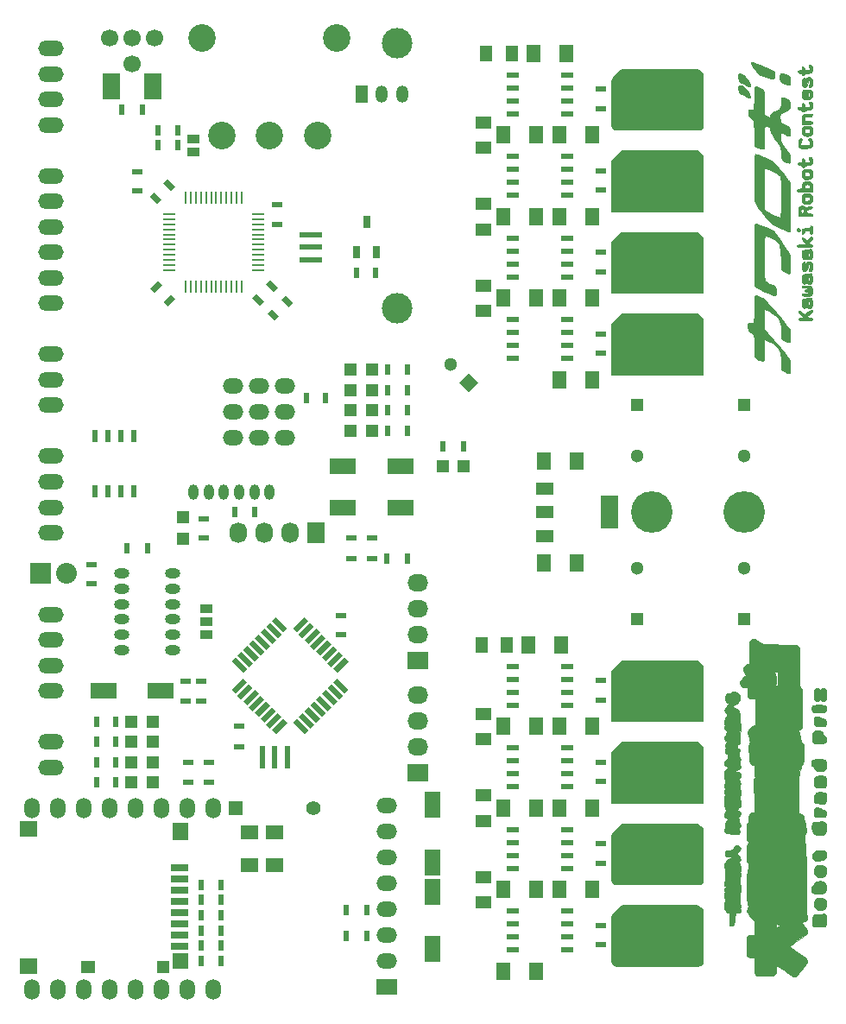
<source format=gbr>
G04 #@! TF.FileFunction,Soldermask,Top*
%FSLAX46Y46*%
G04 Gerber Fmt 4.6, Leading zero omitted, Abs format (unit mm)*
G04 Created by KiCad (PCBNEW 4.0.7) date 12/18/17 20:41:25*
%MOMM*%
%LPD*%
G01*
G04 APERTURE LIST*
%ADD10C,0.100000*%
%ADD11C,0.010000*%
%ADD12R,2.032000X1.727200*%
%ADD13O,2.032000X1.727200*%
%ADD14R,1.300000X1.300000*%
%ADD15C,1.300000*%
%ADD16O,1.524000X1.000000*%
%ADD17R,1.198880X1.198880*%
%ADD18R,1.300000X1.500000*%
%ADD19R,1.500000X1.300000*%
%ADD20O,1.000000X1.524000*%
%ADD21R,1.300000X0.250000*%
%ADD22R,0.250000X1.300000*%
%ADD23R,1.727200X2.032000*%
%ADD24O,1.727200X2.032000*%
%ADD25R,1.700000X1.200000*%
%ADD26R,1.700000X3.300000*%
%ADD27O,2.500000X1.500000*%
%ADD28R,2.600000X1.500000*%
%ADD29R,1.000000X0.600000*%
%ADD30R,0.600000X1.000000*%
%ADD31R,1.400000X1.800000*%
%ADD32R,1.800000X1.400000*%
%ADD33R,1.300000X0.600000*%
%ADD34R,2.000000X1.500000*%
%ADD35O,2.000000X1.500000*%
%ADD36R,2.032000X2.032000*%
%ADD37O,2.032000X2.032000*%
%ADD38R,0.600000X1.300000*%
%ADD39R,0.800100X1.200000*%
%ADD40R,1.270000X0.965200*%
%ADD41R,0.600000X2.200000*%
%ADD42R,2.200000X0.600000*%
%ADD43C,4.064000*%
%ADD44R,1.700000X2.500000*%
%ADD45C,1.700000*%
%ADD46O,1.500000X2.000000*%
%ADD47R,1.500000X2.600000*%
%ADD48R,1.678940X0.800100*%
%ADD49R,1.300480X1.290320*%
%ADD50R,1.699260X1.501140*%
%ADD51R,1.501140X1.699260*%
%ADD52R,1.399540X1.290320*%
%ADD53R,1.501140X1.600200*%
%ADD54R,1.397000X1.397000*%
%ADD55C,1.397000*%
%ADD56R,1.200000X1.700000*%
%ADD57O,1.200000X1.700000*%
%ADD58C,2.700000*%
%ADD59C,3.000000*%
%ADD60C,0.026000*%
G04 APERTURE END LIST*
D10*
D11*
G36*
X77688867Y-88074208D02*
X77689530Y-88055086D01*
X77698443Y-87856305D01*
X77711614Y-87722262D01*
X77733390Y-87633031D01*
X77768117Y-87568684D01*
X77805169Y-87524880D01*
X77936801Y-87437106D01*
X78111860Y-87387262D01*
X78294858Y-87382609D01*
X78393534Y-87404473D01*
X78522840Y-87422911D01*
X78617119Y-87389413D01*
X78759709Y-87336451D01*
X78879337Y-87357878D01*
X78972273Y-87429424D01*
X79016092Y-87479145D01*
X79044914Y-87535547D01*
X79061897Y-87616601D01*
X79070198Y-87740281D01*
X79072977Y-87924558D01*
X79073225Y-88003881D01*
X79071872Y-88216403D01*
X79065237Y-88361471D01*
X79050823Y-88456249D01*
X79026135Y-88517905D01*
X78992376Y-88559957D01*
X78949446Y-88594078D01*
X78890744Y-88617239D01*
X78800544Y-88631494D01*
X78663123Y-88638899D01*
X78462754Y-88641506D01*
X78366894Y-88641666D01*
X78109581Y-88640212D01*
X77925240Y-88629096D01*
X77802178Y-88598194D01*
X77728703Y-88537380D01*
X77693122Y-88436528D01*
X77683740Y-88285513D01*
X77688867Y-88074208D01*
X77688867Y-88074208D01*
G37*
X77688867Y-88074208D02*
X77689530Y-88055086D01*
X77698443Y-87856305D01*
X77711614Y-87722262D01*
X77733390Y-87633031D01*
X77768117Y-87568684D01*
X77805169Y-87524880D01*
X77936801Y-87437106D01*
X78111860Y-87387262D01*
X78294858Y-87382609D01*
X78393534Y-87404473D01*
X78522840Y-87422911D01*
X78617119Y-87389413D01*
X78759709Y-87336451D01*
X78879337Y-87357878D01*
X78972273Y-87429424D01*
X79016092Y-87479145D01*
X79044914Y-87535547D01*
X79061897Y-87616601D01*
X79070198Y-87740281D01*
X79072977Y-87924558D01*
X79073225Y-88003881D01*
X79071872Y-88216403D01*
X79065237Y-88361471D01*
X79050823Y-88456249D01*
X79026135Y-88517905D01*
X78992376Y-88559957D01*
X78949446Y-88594078D01*
X78890744Y-88617239D01*
X78800544Y-88631494D01*
X78663123Y-88638899D01*
X78462754Y-88641506D01*
X78366894Y-88641666D01*
X78109581Y-88640212D01*
X77925240Y-88629096D01*
X77802178Y-88598194D01*
X77728703Y-88537380D01*
X77693122Y-88436528D01*
X77683740Y-88285513D01*
X77688867Y-88074208D01*
G36*
X77871096Y-86251107D02*
X77934954Y-86041334D01*
X78055637Y-85893535D01*
X78235558Y-85804818D01*
X78245748Y-85801990D01*
X78471969Y-85770253D01*
X78684876Y-85793345D01*
X78865856Y-85865607D01*
X78996298Y-85981382D01*
X79031142Y-86040752D01*
X79070610Y-86192541D01*
X79080169Y-86382407D01*
X79061429Y-86573969D01*
X79016003Y-86730849D01*
X78999161Y-86762886D01*
X78874355Y-86891348D01*
X78687421Y-86966863D01*
X78466167Y-86988582D01*
X78466167Y-86398000D01*
X78487333Y-86376833D01*
X78466167Y-86355666D01*
X78445000Y-86376833D01*
X78466167Y-86398000D01*
X78466167Y-86988582D01*
X78444943Y-86990666D01*
X78225760Y-86954288D01*
X78051435Y-86851588D01*
X77929458Y-86692216D01*
X77867315Y-86485823D01*
X77871096Y-86251107D01*
X77871096Y-86251107D01*
G37*
X77871096Y-86251107D02*
X77934954Y-86041334D01*
X78055637Y-85893535D01*
X78235558Y-85804818D01*
X78245748Y-85801990D01*
X78471969Y-85770253D01*
X78684876Y-85793345D01*
X78865856Y-85865607D01*
X78996298Y-85981382D01*
X79031142Y-86040752D01*
X79070610Y-86192541D01*
X79080169Y-86382407D01*
X79061429Y-86573969D01*
X79016003Y-86730849D01*
X78999161Y-86762886D01*
X78874355Y-86891348D01*
X78687421Y-86966863D01*
X78466167Y-86988582D01*
X78466167Y-86398000D01*
X78487333Y-86376833D01*
X78466167Y-86355666D01*
X78445000Y-86376833D01*
X78466167Y-86398000D01*
X78466167Y-86988582D01*
X78444943Y-86990666D01*
X78225760Y-86954288D01*
X78051435Y-86851588D01*
X77929458Y-86692216D01*
X77867315Y-86485823D01*
X77871096Y-86251107D01*
G36*
X77613642Y-84858077D02*
X77653005Y-84730098D01*
X77716825Y-84643697D01*
X77781746Y-84620000D01*
X77828668Y-84584802D01*
X77888612Y-84495600D01*
X77916929Y-84440083D01*
X78004070Y-84297641D01*
X78117629Y-84209419D01*
X78276777Y-84165309D01*
X78457685Y-84154957D01*
X78700076Y-84178748D01*
X78877569Y-84253063D01*
X78994862Y-84380208D01*
X79019835Y-84430952D01*
X79066905Y-84621235D01*
X79073921Y-84841524D01*
X79041110Y-85048290D01*
X79016220Y-85119001D01*
X78946692Y-85229530D01*
X78841835Y-85306661D01*
X78689790Y-85354119D01*
X78478696Y-85375630D01*
X78200996Y-85375058D01*
X78000375Y-85367048D01*
X77866251Y-85355848D01*
X77780457Y-85337484D01*
X77724827Y-85307980D01*
X77681193Y-85263363D01*
X77679186Y-85260893D01*
X77623042Y-85146533D01*
X77602424Y-85004575D01*
X77613642Y-84858077D01*
X77613642Y-84858077D01*
G37*
X77613642Y-84858077D02*
X77653005Y-84730098D01*
X77716825Y-84643697D01*
X77781746Y-84620000D01*
X77828668Y-84584802D01*
X77888612Y-84495600D01*
X77916929Y-84440083D01*
X78004070Y-84297641D01*
X78117629Y-84209419D01*
X78276777Y-84165309D01*
X78457685Y-84154957D01*
X78700076Y-84178748D01*
X78877569Y-84253063D01*
X78994862Y-84380208D01*
X79019835Y-84430952D01*
X79066905Y-84621235D01*
X79073921Y-84841524D01*
X79041110Y-85048290D01*
X79016220Y-85119001D01*
X78946692Y-85229530D01*
X78841835Y-85306661D01*
X78689790Y-85354119D01*
X78478696Y-85375630D01*
X78200996Y-85375058D01*
X78000375Y-85367048D01*
X77866251Y-85355848D01*
X77780457Y-85337484D01*
X77724827Y-85307980D01*
X77681193Y-85263363D01*
X77679186Y-85260893D01*
X77623042Y-85146533D01*
X77602424Y-85004575D01*
X77613642Y-84858077D01*
G36*
X77871096Y-83033774D02*
X77934954Y-82824000D01*
X78055637Y-82676201D01*
X78235558Y-82587485D01*
X78245748Y-82584657D01*
X78471969Y-82552920D01*
X78684876Y-82576012D01*
X78865856Y-82648274D01*
X78996298Y-82764048D01*
X79031142Y-82823419D01*
X79070610Y-82975208D01*
X79080169Y-83165073D01*
X79061429Y-83356636D01*
X79016003Y-83513515D01*
X78999161Y-83545553D01*
X78874355Y-83674014D01*
X78687421Y-83749530D01*
X78466167Y-83771249D01*
X78466167Y-83180666D01*
X78487333Y-83159500D01*
X78466167Y-83138333D01*
X78445000Y-83159500D01*
X78466167Y-83180666D01*
X78466167Y-83771249D01*
X78444943Y-83773333D01*
X78225760Y-83736955D01*
X78051435Y-83634255D01*
X77929458Y-83474883D01*
X77867315Y-83268490D01*
X77871096Y-83033774D01*
X77871096Y-83033774D01*
G37*
X77871096Y-83033774D02*
X77934954Y-82824000D01*
X78055637Y-82676201D01*
X78235558Y-82587485D01*
X78245748Y-82584657D01*
X78471969Y-82552920D01*
X78684876Y-82576012D01*
X78865856Y-82648274D01*
X78996298Y-82764048D01*
X79031142Y-82823419D01*
X79070610Y-82975208D01*
X79080169Y-83165073D01*
X79061429Y-83356636D01*
X79016003Y-83513515D01*
X78999161Y-83545553D01*
X78874355Y-83674014D01*
X78687421Y-83749530D01*
X78466167Y-83771249D01*
X78466167Y-83180666D01*
X78487333Y-83159500D01*
X78466167Y-83138333D01*
X78445000Y-83159500D01*
X78466167Y-83180666D01*
X78466167Y-83771249D01*
X78444943Y-83773333D01*
X78225760Y-83736955D01*
X78051435Y-83634255D01*
X77929458Y-83474883D01*
X77867315Y-83268490D01*
X77871096Y-83033774D01*
G36*
X77702132Y-81630041D02*
X77778143Y-81448462D01*
X77881638Y-81322918D01*
X77977226Y-81240675D01*
X78070955Y-81193554D01*
X78187620Y-81175677D01*
X78352013Y-81181170D01*
X78445000Y-81189393D01*
X78526103Y-81186838D01*
X78647167Y-81172788D01*
X78677833Y-81168069D01*
X78810381Y-81159839D01*
X78910978Y-81195183D01*
X78963583Y-81232375D01*
X79034390Y-81300479D01*
X79068638Y-81379700D01*
X79078316Y-81502527D01*
X79078305Y-81543322D01*
X79065061Y-81695681D01*
X79033430Y-81831457D01*
X79014011Y-81877852D01*
X78903841Y-82011070D01*
X78751476Y-82073412D01*
X78664633Y-82080000D01*
X78556370Y-82100412D01*
X78487333Y-82143500D01*
X78396929Y-82193719D01*
X78259091Y-82207316D01*
X78101945Y-82185866D01*
X77953616Y-82130944D01*
X77920549Y-82111750D01*
X77774027Y-81975714D01*
X77700991Y-81810468D01*
X77702132Y-81630041D01*
X77702132Y-81630041D01*
G37*
X77702132Y-81630041D02*
X77778143Y-81448462D01*
X77881638Y-81322918D01*
X77977226Y-81240675D01*
X78070955Y-81193554D01*
X78187620Y-81175677D01*
X78352013Y-81181170D01*
X78445000Y-81189393D01*
X78526103Y-81186838D01*
X78647167Y-81172788D01*
X78677833Y-81168069D01*
X78810381Y-81159839D01*
X78910978Y-81195183D01*
X78963583Y-81232375D01*
X79034390Y-81300479D01*
X79068638Y-81379700D01*
X79078316Y-81502527D01*
X79078305Y-81543322D01*
X79065061Y-81695681D01*
X79033430Y-81831457D01*
X79014011Y-81877852D01*
X78903841Y-82011070D01*
X78751476Y-82073412D01*
X78664633Y-82080000D01*
X78556370Y-82100412D01*
X78487333Y-82143500D01*
X78396929Y-82193719D01*
X78259091Y-82207316D01*
X78101945Y-82185866D01*
X77953616Y-82130944D01*
X77920549Y-82111750D01*
X77774027Y-81975714D01*
X77700991Y-81810468D01*
X77702132Y-81630041D01*
G36*
X77666472Y-78747828D02*
X77684991Y-78587829D01*
X77712648Y-78475376D01*
X77763088Y-78401619D01*
X77849953Y-78357710D01*
X77986887Y-78334800D01*
X78187531Y-78324042D01*
X78325796Y-78320204D01*
X78544301Y-78315291D01*
X78694870Y-78315377D01*
X78794196Y-78323016D01*
X78858976Y-78340757D01*
X78905902Y-78371152D01*
X78950674Y-78415691D01*
X79003543Y-78483658D01*
X79036796Y-78565372D01*
X79056448Y-78684102D01*
X79068513Y-78863118D01*
X79068998Y-78873486D01*
X79073256Y-79071143D01*
X79062197Y-79210755D01*
X79032687Y-79318063D01*
X79008481Y-79370666D01*
X78881916Y-79526487D01*
X78693799Y-79625117D01*
X78445686Y-79665812D01*
X78390723Y-79666934D01*
X78124157Y-79639451D01*
X77918853Y-79555652D01*
X77773406Y-79413753D01*
X77686410Y-79211971D01*
X77656460Y-78948523D01*
X77666472Y-78747828D01*
X77666472Y-78747828D01*
G37*
X77666472Y-78747828D02*
X77684991Y-78587829D01*
X77712648Y-78475376D01*
X77763088Y-78401619D01*
X77849953Y-78357710D01*
X77986887Y-78334800D01*
X78187531Y-78324042D01*
X78325796Y-78320204D01*
X78544301Y-78315291D01*
X78694870Y-78315377D01*
X78794196Y-78323016D01*
X78858976Y-78340757D01*
X78905902Y-78371152D01*
X78950674Y-78415691D01*
X79003543Y-78483658D01*
X79036796Y-78565372D01*
X79056448Y-78684102D01*
X79068513Y-78863118D01*
X79068998Y-78873486D01*
X79073256Y-79071143D01*
X79062197Y-79210755D01*
X79032687Y-79318063D01*
X79008481Y-79370666D01*
X78881916Y-79526487D01*
X78693799Y-79625117D01*
X78445686Y-79665812D01*
X78390723Y-79666934D01*
X78124157Y-79639451D01*
X77918853Y-79555652D01*
X77773406Y-79413753D01*
X77686410Y-79211971D01*
X77656460Y-78948523D01*
X77666472Y-78747828D01*
G36*
X77886797Y-77184113D02*
X77906537Y-77089661D01*
X77943358Y-77025989D01*
X77980731Y-76990356D01*
X78120008Y-76925888D01*
X78283969Y-76917758D01*
X78437064Y-76964302D01*
X78506109Y-77014927D01*
X78616282Y-77089009D01*
X78753231Y-77137792D01*
X78768768Y-77140640D01*
X78897828Y-77181691D01*
X78997504Y-77247990D01*
X79005917Y-77257402D01*
X79060864Y-77378967D01*
X79078364Y-77538073D01*
X79057827Y-77696041D01*
X79014099Y-77794914D01*
X78978924Y-77836527D01*
X78931855Y-77863681D01*
X78855812Y-77879432D01*
X78733714Y-77886835D01*
X78548477Y-77888942D01*
X78487957Y-77889000D01*
X78253834Y-77885623D01*
X78090974Y-77870302D01*
X77986074Y-77835249D01*
X77925830Y-77772676D01*
X77896941Y-77674795D01*
X77886215Y-77536726D01*
X77881052Y-77327188D01*
X77886797Y-77184113D01*
X77886797Y-77184113D01*
G37*
X77886797Y-77184113D02*
X77906537Y-77089661D01*
X77943358Y-77025989D01*
X77980731Y-76990356D01*
X78120008Y-76925888D01*
X78283969Y-76917758D01*
X78437064Y-76964302D01*
X78506109Y-77014927D01*
X78616282Y-77089009D01*
X78753231Y-77137792D01*
X78768768Y-77140640D01*
X78897828Y-77181691D01*
X78997504Y-77247990D01*
X79005917Y-77257402D01*
X79060864Y-77378967D01*
X79078364Y-77538073D01*
X79057827Y-77696041D01*
X79014099Y-77794914D01*
X78978924Y-77836527D01*
X78931855Y-77863681D01*
X78855812Y-77879432D01*
X78733714Y-77886835D01*
X78548477Y-77888942D01*
X78487957Y-77889000D01*
X78253834Y-77885623D01*
X78090974Y-77870302D01*
X77986074Y-77835249D01*
X77925830Y-77772676D01*
X77896941Y-77674795D01*
X77886215Y-77536726D01*
X77881052Y-77327188D01*
X77886797Y-77184113D01*
G36*
X77881991Y-75852500D02*
X77937503Y-75681657D01*
X78024639Y-75551181D01*
X78085952Y-75495229D01*
X78147747Y-75460576D01*
X78231690Y-75442149D01*
X78359448Y-75434874D01*
X78526410Y-75433666D01*
X78751855Y-75438794D01*
X78906206Y-75462743D01*
X79002828Y-75518366D01*
X79055082Y-75618515D01*
X79076333Y-75776042D01*
X79080000Y-75966090D01*
X79078317Y-76144224D01*
X79069221Y-76260811D01*
X79046641Y-76338962D01*
X79004506Y-76401786D01*
X78950627Y-76458552D01*
X78821254Y-76587925D01*
X78453210Y-76558476D01*
X78274151Y-76538328D01*
X78118864Y-76510407D01*
X78013421Y-76479745D01*
X77993915Y-76469824D01*
X77914275Y-76372165D01*
X77869595Y-76221137D01*
X77859095Y-76040121D01*
X77881991Y-75852500D01*
X77881991Y-75852500D01*
G37*
X77881991Y-75852500D02*
X77937503Y-75681657D01*
X78024639Y-75551181D01*
X78085952Y-75495229D01*
X78147747Y-75460576D01*
X78231690Y-75442149D01*
X78359448Y-75434874D01*
X78526410Y-75433666D01*
X78751855Y-75438794D01*
X78906206Y-75462743D01*
X79002828Y-75518366D01*
X79055082Y-75618515D01*
X79076333Y-75776042D01*
X79080000Y-75966090D01*
X79078317Y-76144224D01*
X79069221Y-76260811D01*
X79046641Y-76338962D01*
X79004506Y-76401786D01*
X78950627Y-76458552D01*
X78821254Y-76587925D01*
X78453210Y-76558476D01*
X78274151Y-76538328D01*
X78118864Y-76510407D01*
X78013421Y-76479745D01*
X77993915Y-76469824D01*
X77914275Y-76372165D01*
X77869595Y-76221137D01*
X77859095Y-76040121D01*
X77881991Y-75852500D01*
G36*
X77891361Y-74169237D02*
X77910948Y-74105329D01*
X77977113Y-73981416D01*
X78063887Y-73899102D01*
X78188262Y-73850766D01*
X78367234Y-73828786D01*
X78536013Y-73825000D01*
X78715530Y-73826679D01*
X78831256Y-73835115D01*
X78904051Y-73855408D01*
X78954774Y-73892658D01*
X78992261Y-73936542D01*
X79044420Y-74051442D01*
X79076446Y-74220020D01*
X79088146Y-74415163D01*
X79079325Y-74609763D01*
X79049789Y-74776709D01*
X78999345Y-74888890D01*
X78999077Y-74889223D01*
X78949808Y-74938848D01*
X78886077Y-74970392D01*
X78787160Y-74989195D01*
X78632333Y-75000592D01*
X78552837Y-75004161D01*
X78284267Y-75003001D01*
X78091693Y-74973438D01*
X77970942Y-74914297D01*
X77917971Y-74825058D01*
X77881071Y-74575098D01*
X77872128Y-74349000D01*
X77891361Y-74169237D01*
X77891361Y-74169237D01*
G37*
X77891361Y-74169237D02*
X77910948Y-74105329D01*
X77977113Y-73981416D01*
X78063887Y-73899102D01*
X78188262Y-73850766D01*
X78367234Y-73828786D01*
X78536013Y-73825000D01*
X78715530Y-73826679D01*
X78831256Y-73835115D01*
X78904051Y-73855408D01*
X78954774Y-73892658D01*
X78992261Y-73936542D01*
X79044420Y-74051442D01*
X79076446Y-74220020D01*
X79088146Y-74415163D01*
X79079325Y-74609763D01*
X79049789Y-74776709D01*
X78999345Y-74888890D01*
X78999077Y-74889223D01*
X78949808Y-74938848D01*
X78886077Y-74970392D01*
X78787160Y-74989195D01*
X78632333Y-75000592D01*
X78552837Y-75004161D01*
X78284267Y-75003001D01*
X78091693Y-74973438D01*
X77970942Y-74914297D01*
X77917971Y-74825058D01*
X77881071Y-74575098D01*
X77872128Y-74349000D01*
X77891361Y-74169237D01*
G36*
X77634419Y-72369452D02*
X77664234Y-72310419D01*
X77694355Y-72273532D01*
X77733864Y-72247795D01*
X77797107Y-72231210D01*
X77898430Y-72221775D01*
X78052179Y-72217491D01*
X78272699Y-72216358D01*
X78339167Y-72216333D01*
X78578406Y-72216995D01*
X78747327Y-72220314D01*
X78860276Y-72228289D01*
X78931598Y-72242921D01*
X78975640Y-72266209D01*
X79006747Y-72300154D01*
X79014099Y-72310419D01*
X79049884Y-72408477D01*
X79071854Y-72562651D01*
X79079795Y-72745489D01*
X79073493Y-72929540D01*
X79052735Y-73087353D01*
X79020923Y-73185340D01*
X78936477Y-73290741D01*
X78813117Y-73357739D01*
X78635387Y-73392172D01*
X78452327Y-73400166D01*
X78287698Y-73398189D01*
X78181353Y-73385357D01*
X78106979Y-73354256D01*
X78038263Y-73297474D01*
X78018410Y-73277923D01*
X77939379Y-73178250D01*
X77896961Y-73084549D01*
X77894667Y-73065208D01*
X77855910Y-72977117D01*
X77791407Y-72936978D01*
X77693813Y-72874655D01*
X77643240Y-72813809D01*
X77605483Y-72680435D01*
X77603134Y-72518138D01*
X77634419Y-72369452D01*
X77634419Y-72369452D01*
G37*
X77634419Y-72369452D02*
X77664234Y-72310419D01*
X77694355Y-72273532D01*
X77733864Y-72247795D01*
X77797107Y-72231210D01*
X77898430Y-72221775D01*
X78052179Y-72217491D01*
X78272699Y-72216358D01*
X78339167Y-72216333D01*
X78578406Y-72216995D01*
X78747327Y-72220314D01*
X78860276Y-72228289D01*
X78931598Y-72242921D01*
X78975640Y-72266209D01*
X79006747Y-72300154D01*
X79014099Y-72310419D01*
X79049884Y-72408477D01*
X79071854Y-72562651D01*
X79079795Y-72745489D01*
X79073493Y-72929540D01*
X79052735Y-73087353D01*
X79020923Y-73185340D01*
X78936477Y-73290741D01*
X78813117Y-73357739D01*
X78635387Y-73392172D01*
X78452327Y-73400166D01*
X78287698Y-73398189D01*
X78181353Y-73385357D01*
X78106979Y-73354256D01*
X78038263Y-73297474D01*
X78018410Y-73277923D01*
X77939379Y-73178250D01*
X77896961Y-73084549D01*
X77894667Y-73065208D01*
X77855910Y-72977117D01*
X77791407Y-72936978D01*
X77693813Y-72874655D01*
X77643240Y-72813809D01*
X77605483Y-72680435D01*
X77603134Y-72518138D01*
X77634419Y-72369452D01*
G36*
X77687382Y-70046434D02*
X77689205Y-69995619D01*
X77699153Y-69815247D01*
X77715067Y-69696437D01*
X77743361Y-69616088D01*
X77790450Y-69551097D01*
X77821654Y-69518530D01*
X77893853Y-69455248D01*
X77968910Y-69419875D01*
X78074355Y-69404532D01*
X78231172Y-69401334D01*
X78396644Y-69405849D01*
X78504563Y-69423674D01*
X78581792Y-69461582D01*
X78630072Y-69501900D01*
X78713591Y-69608870D01*
X78763667Y-69723983D01*
X78794924Y-69810582D01*
X78831288Y-69845666D01*
X78886347Y-69873109D01*
X78966472Y-69940126D01*
X78976091Y-69949576D01*
X79055573Y-70082831D01*
X79083381Y-70250222D01*
X79058164Y-70417799D01*
X78999136Y-70528893D01*
X78955208Y-70574582D01*
X78899834Y-70604832D01*
X78814689Y-70623716D01*
X78681448Y-70635307D01*
X78482872Y-70643642D01*
X78186874Y-70645014D01*
X77966657Y-70625231D01*
X77815637Y-70582739D01*
X77727228Y-70515982D01*
X77700199Y-70458763D01*
X77689852Y-70369081D01*
X77685362Y-70222451D01*
X77687382Y-70046434D01*
X77687382Y-70046434D01*
G37*
X77687382Y-70046434D02*
X77689205Y-69995619D01*
X77699153Y-69815247D01*
X77715067Y-69696437D01*
X77743361Y-69616088D01*
X77790450Y-69551097D01*
X77821654Y-69518530D01*
X77893853Y-69455248D01*
X77968910Y-69419875D01*
X78074355Y-69404532D01*
X78231172Y-69401334D01*
X78396644Y-69405849D01*
X78504563Y-69423674D01*
X78581792Y-69461582D01*
X78630072Y-69501900D01*
X78713591Y-69608870D01*
X78763667Y-69723983D01*
X78794924Y-69810582D01*
X78831288Y-69845666D01*
X78886347Y-69873109D01*
X78966472Y-69940126D01*
X78976091Y-69949576D01*
X79055573Y-70082831D01*
X79083381Y-70250222D01*
X79058164Y-70417799D01*
X78999136Y-70528893D01*
X78955208Y-70574582D01*
X78899834Y-70604832D01*
X78814689Y-70623716D01*
X78681448Y-70635307D01*
X78482872Y-70643642D01*
X78186874Y-70645014D01*
X77966657Y-70625231D01*
X77815637Y-70582739D01*
X77727228Y-70515982D01*
X77700199Y-70458763D01*
X77689852Y-70369081D01*
X77685362Y-70222451D01*
X77687382Y-70046434D01*
G36*
X77882726Y-68244364D02*
X77906361Y-68154992D01*
X77992958Y-68064290D01*
X78124348Y-68012846D01*
X78273892Y-68001124D01*
X78414953Y-68029586D01*
X78520893Y-68098696D01*
X78550288Y-68143798D01*
X78596881Y-68206042D01*
X78680058Y-68232903D01*
X78770138Y-68237000D01*
X78904330Y-68250518D01*
X78987817Y-68298981D01*
X79014099Y-68331086D01*
X79067412Y-68467262D01*
X79077411Y-68634530D01*
X79045176Y-68793637D01*
X78999077Y-68877889D01*
X78949808Y-68927514D01*
X78886077Y-68959059D01*
X78787160Y-68977861D01*
X78632333Y-68989259D01*
X78552837Y-68992828D01*
X78284267Y-68991667D01*
X78091693Y-68962105D01*
X77970942Y-68902964D01*
X77917971Y-68813724D01*
X77886080Y-68603011D01*
X77874189Y-68405140D01*
X77882726Y-68244364D01*
X77882726Y-68244364D01*
G37*
X77882726Y-68244364D02*
X77906361Y-68154992D01*
X77992958Y-68064290D01*
X78124348Y-68012846D01*
X78273892Y-68001124D01*
X78414953Y-68029586D01*
X78520893Y-68098696D01*
X78550288Y-68143798D01*
X78596881Y-68206042D01*
X78680058Y-68232903D01*
X78770138Y-68237000D01*
X78904330Y-68250518D01*
X78987817Y-68298981D01*
X79014099Y-68331086D01*
X79067412Y-68467262D01*
X79077411Y-68634530D01*
X79045176Y-68793637D01*
X78999077Y-68877889D01*
X78949808Y-68927514D01*
X78886077Y-68959059D01*
X78787160Y-68977861D01*
X78632333Y-68989259D01*
X78552837Y-68992828D01*
X78284267Y-68991667D01*
X78091693Y-68962105D01*
X77970942Y-68902964D01*
X77917971Y-68813724D01*
X77886080Y-68603011D01*
X77874189Y-68405140D01*
X77882726Y-68244364D01*
G36*
X77705277Y-67005238D02*
X77749587Y-66948793D01*
X77794225Y-66920249D01*
X77870267Y-66900865D01*
X77991802Y-66889115D01*
X78172921Y-66883474D01*
X78363357Y-66882333D01*
X78591751Y-66883554D01*
X78751295Y-66888628D01*
X78857790Y-66899672D01*
X78927036Y-66918802D01*
X78974831Y-66948135D01*
X78995333Y-66967000D01*
X79064903Y-67090215D01*
X79084590Y-67248259D01*
X79055493Y-67408365D01*
X78978711Y-67537766D01*
X78976091Y-67540424D01*
X78926922Y-67584758D01*
X78873275Y-67614295D01*
X78797759Y-67632026D01*
X78682981Y-67640942D01*
X78511547Y-67644032D01*
X78371677Y-67644333D01*
X78116525Y-67640117D01*
X77932844Y-67624132D01*
X77807710Y-67591371D01*
X77728196Y-67536827D01*
X77681378Y-67455495D01*
X77658864Y-67368228D01*
X77650911Y-67167381D01*
X77705277Y-67005238D01*
X77705277Y-67005238D01*
G37*
X77705277Y-67005238D02*
X77749587Y-66948793D01*
X77794225Y-66920249D01*
X77870267Y-66900865D01*
X77991802Y-66889115D01*
X78172921Y-66883474D01*
X78363357Y-66882333D01*
X78591751Y-66883554D01*
X78751295Y-66888628D01*
X78857790Y-66899672D01*
X78927036Y-66918802D01*
X78974831Y-66948135D01*
X78995333Y-66967000D01*
X79064903Y-67090215D01*
X79084590Y-67248259D01*
X79055493Y-67408365D01*
X78978711Y-67537766D01*
X78976091Y-67540424D01*
X78926922Y-67584758D01*
X78873275Y-67614295D01*
X78797759Y-67632026D01*
X78682981Y-67640942D01*
X78511547Y-67644032D01*
X78371677Y-67644333D01*
X78116525Y-67640117D01*
X77932844Y-67624132D01*
X77807710Y-67591371D01*
X77728196Y-67536827D01*
X77681378Y-67455495D01*
X77658864Y-67368228D01*
X77650911Y-67167381D01*
X77705277Y-67005238D01*
G36*
X77896541Y-65642515D02*
X77904080Y-65503664D01*
X77920154Y-65413360D01*
X77947632Y-65353566D01*
X77979333Y-65316000D01*
X78105439Y-65242400D01*
X78247529Y-65247520D01*
X78366155Y-65311493D01*
X78441713Y-65364212D01*
X78495237Y-65363349D01*
X78567054Y-65311493D01*
X78705369Y-65244144D01*
X78853697Y-65241206D01*
X78981120Y-65302536D01*
X78992793Y-65313460D01*
X79029691Y-65360680D01*
X79053721Y-65425558D01*
X79067511Y-65525550D01*
X79073689Y-65678107D01*
X79074920Y-65858800D01*
X79073552Y-66065209D01*
X79067388Y-66204868D01*
X79053338Y-66295677D01*
X79028312Y-66355534D01*
X78989221Y-66402340D01*
X78979481Y-66411673D01*
X78842797Y-66488578D01*
X78693058Y-66487241D01*
X78567925Y-66421879D01*
X78496721Y-66370929D01*
X78442830Y-66369785D01*
X78365849Y-66419293D01*
X78356363Y-66426296D01*
X78228827Y-66480684D01*
X78092892Y-66479315D01*
X77979502Y-66426071D01*
X77936648Y-66373675D01*
X77919149Y-66300022D01*
X77905223Y-66163467D01*
X77896608Y-65985757D01*
X77894667Y-65847950D01*
X77896541Y-65642515D01*
X77896541Y-65642515D01*
G37*
X77896541Y-65642515D02*
X77904080Y-65503664D01*
X77920154Y-65413360D01*
X77947632Y-65353566D01*
X77979333Y-65316000D01*
X78105439Y-65242400D01*
X78247529Y-65247520D01*
X78366155Y-65311493D01*
X78441713Y-65364212D01*
X78495237Y-65363349D01*
X78567054Y-65311493D01*
X78705369Y-65244144D01*
X78853697Y-65241206D01*
X78981120Y-65302536D01*
X78992793Y-65313460D01*
X79029691Y-65360680D01*
X79053721Y-65425558D01*
X79067511Y-65525550D01*
X79073689Y-65678107D01*
X79074920Y-65858800D01*
X79073552Y-66065209D01*
X79067388Y-66204868D01*
X79053338Y-66295677D01*
X79028312Y-66355534D01*
X78989221Y-66402340D01*
X78979481Y-66411673D01*
X78842797Y-66488578D01*
X78693058Y-66487241D01*
X78567925Y-66421879D01*
X78496721Y-66370929D01*
X78442830Y-66369785D01*
X78365849Y-66419293D01*
X78356363Y-66426296D01*
X78228827Y-66480684D01*
X78092892Y-66479315D01*
X77979502Y-66426071D01*
X77936648Y-66373675D01*
X77919149Y-66300022D01*
X77905223Y-66163467D01*
X77896608Y-65985757D01*
X77894667Y-65847950D01*
X77896541Y-65642515D01*
G36*
X70625500Y-64610426D02*
X70681884Y-64474969D01*
X70746912Y-64397945D01*
X70851006Y-64289678D01*
X70970819Y-64172852D01*
X71083002Y-64070151D01*
X71164206Y-64004258D01*
X71171076Y-63999700D01*
X71171467Y-63953369D01*
X71137314Y-63852595D01*
X71075574Y-63716735D01*
X71054607Y-63675648D01*
X70963658Y-63480788D01*
X70926031Y-63332278D01*
X70942443Y-63210128D01*
X71013609Y-63094348D01*
X71077911Y-63024575D01*
X71194405Y-62935592D01*
X71327404Y-62904213D01*
X71372077Y-62903000D01*
X71544667Y-62903000D01*
X71544667Y-61777910D01*
X71544666Y-60652820D01*
X71668410Y-60529077D01*
X71792752Y-60435742D01*
X71930481Y-60405552D01*
X71946360Y-60405333D01*
X72037756Y-60409760D01*
X72121058Y-60428630D01*
X72212896Y-60470329D01*
X72329901Y-60543242D01*
X72488704Y-60655754D01*
X72588350Y-60729016D01*
X72894827Y-60955666D01*
X74177663Y-60959643D01*
X74521955Y-60961614D01*
X74859077Y-60965210D01*
X75174047Y-60970148D01*
X75451886Y-60976143D01*
X75677614Y-60982912D01*
X75836250Y-60990171D01*
X75855803Y-60991457D01*
X76044496Y-61006660D01*
X76169195Y-61024265D01*
X76250495Y-61050341D01*
X76308989Y-61090954D01*
X76353220Y-61138007D01*
X76455333Y-61256721D01*
X76455333Y-63160689D01*
X76455673Y-63620513D01*
X76456836Y-64002581D01*
X76459039Y-64313800D01*
X76462496Y-64561078D01*
X76467425Y-64751323D01*
X76474041Y-64891444D01*
X76482560Y-64988347D01*
X76493198Y-65048941D01*
X76506171Y-65080134D01*
X76515563Y-65087770D01*
X76573511Y-65139436D01*
X76634149Y-65234436D01*
X76639397Y-65245191D01*
X76655199Y-65290359D01*
X76668441Y-65358322D01*
X76679404Y-65456572D01*
X76688369Y-65592602D01*
X76695619Y-65773906D01*
X76701435Y-66007976D01*
X76706098Y-66302306D01*
X76709890Y-66664389D01*
X76713091Y-67101718D01*
X76713854Y-67227282D01*
X76716258Y-67674192D01*
X76717572Y-68044246D01*
X76717547Y-68345251D01*
X76715934Y-68585011D01*
X76712484Y-68771334D01*
X76706947Y-68912026D01*
X76699075Y-69014893D01*
X76688618Y-69087741D01*
X76675328Y-69138377D01*
X76658954Y-69174607D01*
X76651306Y-69187088D01*
X76567024Y-69280349D01*
X76480210Y-69336256D01*
X76382516Y-69373399D01*
X76505414Y-69937202D01*
X76563022Y-70187845D01*
X76612523Y-70368871D01*
X76658665Y-70494351D01*
X76706194Y-70578351D01*
X76732322Y-70609569D01*
X76836333Y-70718133D01*
X76836333Y-71651960D01*
X76836099Y-71956149D01*
X76834655Y-72187223D01*
X76830887Y-72356734D01*
X76823683Y-72476234D01*
X76811928Y-72557274D01*
X76794510Y-72611407D01*
X76770315Y-72650185D01*
X76738231Y-72685159D01*
X76736601Y-72686810D01*
X76690888Y-72749614D01*
X76645451Y-72850347D01*
X76596368Y-73000806D01*
X76539715Y-73212788D01*
X76482601Y-73450481D01*
X76328333Y-74113128D01*
X76328474Y-75143814D01*
X76329770Y-75481083D01*
X76333312Y-75836179D01*
X76338710Y-76185306D01*
X76345577Y-76504671D01*
X76353524Y-76770480D01*
X76356124Y-76837755D01*
X76383633Y-77501010D01*
X76522765Y-77527111D01*
X76626210Y-77556953D01*
X76710338Y-77610418D01*
X76780350Y-77698049D01*
X76841448Y-77830386D01*
X76898833Y-78017973D01*
X76957706Y-78271349D01*
X77004536Y-78503519D01*
X77061005Y-78808634D01*
X77096905Y-79043741D01*
X77112429Y-79220914D01*
X77107768Y-79352229D01*
X77083116Y-79449760D01*
X77038663Y-79525580D01*
X77021136Y-79546295D01*
X77003678Y-79571303D01*
X76990529Y-79608655D01*
X76981807Y-79666724D01*
X76977632Y-79753885D01*
X76978121Y-79878513D01*
X76983393Y-80048982D01*
X76993566Y-80273665D01*
X77008759Y-80560938D01*
X77029090Y-80919175D01*
X77044229Y-81178906D01*
X77065630Y-81537176D01*
X77086367Y-81871568D01*
X77105757Y-82171980D01*
X77123115Y-82428309D01*
X77137758Y-82630454D01*
X77149001Y-82768314D01*
X77156160Y-82831787D01*
X77156181Y-82831885D01*
X77159360Y-82891937D01*
X77160695Y-83028222D01*
X77160274Y-83232328D01*
X77158183Y-83495844D01*
X77154512Y-83810358D01*
X77149347Y-84167458D01*
X77142776Y-84558733D01*
X77134887Y-84975771D01*
X77132674Y-85085301D01*
X77122885Y-85575272D01*
X77115307Y-85987816D01*
X77110002Y-86330145D01*
X77107033Y-86609471D01*
X77106465Y-86833006D01*
X77108359Y-87007962D01*
X77112779Y-87141552D01*
X77119789Y-87240987D01*
X77129450Y-87313479D01*
X77141828Y-87366241D01*
X77152917Y-87397169D01*
X77215900Y-87624202D01*
X77203386Y-87819826D01*
X77115804Y-87980112D01*
X77085856Y-88010849D01*
X76982019Y-88089255D01*
X76885223Y-88133368D01*
X76863606Y-88136642D01*
X76746053Y-88146680D01*
X76685602Y-88174490D01*
X76682217Y-88230980D01*
X76735868Y-88327062D01*
X76846520Y-88473645D01*
X76862523Y-88493762D01*
X77015385Y-88689504D01*
X77128186Y-88852321D01*
X77197314Y-88991238D01*
X77219158Y-89115282D01*
X77190109Y-89233480D01*
X77106554Y-89354859D01*
X76964884Y-89488446D01*
X76761488Y-89643267D01*
X76492755Y-89828348D01*
X76269126Y-89977238D01*
X76035564Y-90132786D01*
X75827524Y-90272989D01*
X75654802Y-90391110D01*
X75527194Y-90480413D01*
X75454493Y-90534158D01*
X75441290Y-90546666D01*
X75475044Y-90574993D01*
X75569778Y-90643053D01*
X75715695Y-90744107D01*
X75903000Y-90871419D01*
X76121899Y-91018251D01*
X76269126Y-91116095D01*
X76573289Y-91321068D01*
X76818155Y-91493626D01*
X77000088Y-91631045D01*
X77115448Y-91730602D01*
X77157148Y-91780743D01*
X77210329Y-91961539D01*
X77191765Y-92140025D01*
X77186280Y-92155333D01*
X77148025Y-92218669D01*
X77066137Y-92332936D01*
X76951609Y-92484380D01*
X76815438Y-92659246D01*
X76668615Y-92843781D01*
X76522137Y-93024230D01*
X76386998Y-93186838D01*
X76274191Y-93317850D01*
X76194711Y-93403513D01*
X76172110Y-93424107D01*
X76030663Y-93491984D01*
X75902737Y-93510000D01*
X75842224Y-93504316D01*
X75773439Y-93483267D01*
X75686473Y-93440857D01*
X75571419Y-93371090D01*
X75418371Y-93267971D01*
X75217419Y-93125505D01*
X74966530Y-92943443D01*
X74190500Y-92376887D01*
X74190500Y-88720604D01*
X74400941Y-88564719D01*
X74611382Y-88408833D01*
X74436046Y-88397607D01*
X74436046Y-69144512D01*
X74437101Y-69144161D01*
X74460773Y-69105939D01*
X74470193Y-69008469D01*
X74465888Y-68841913D01*
X74459060Y-68733961D01*
X74445044Y-68493902D01*
X74433831Y-68223459D01*
X74427616Y-67976740D01*
X74427310Y-67951250D01*
X74420209Y-67742334D01*
X74404194Y-67610904D01*
X74379683Y-67560181D01*
X74376471Y-67559666D01*
X74348269Y-67590500D01*
X74354166Y-67623663D01*
X74362444Y-67685446D01*
X74370041Y-67816706D01*
X74376412Y-68002250D01*
X74381009Y-68226889D01*
X74383046Y-68425445D01*
X74386316Y-68708914D01*
X74392695Y-68915154D01*
X74402738Y-69051567D01*
X74417003Y-69125553D01*
X74436046Y-69144512D01*
X74436046Y-88397607D01*
X74406974Y-88395745D01*
X74284020Y-88391782D01*
X74201023Y-88396413D01*
X74191548Y-88399416D01*
X74191548Y-65019666D01*
X74338667Y-65019666D01*
X74338667Y-63622666D01*
X74164804Y-63622666D01*
X74056310Y-63627578D01*
X74014560Y-63648456D01*
X74021902Y-63694512D01*
X74022856Y-63696750D01*
X74093809Y-63922506D01*
X74136549Y-64187501D01*
X74149622Y-64462295D01*
X74131574Y-64717446D01*
X74083166Y-64917781D01*
X74064448Y-64985894D01*
X74092135Y-65014021D01*
X74184840Y-65019661D01*
X74191548Y-65019666D01*
X74191548Y-88399416D01*
X74183141Y-88402081D01*
X74173636Y-88453073D01*
X74175636Y-88552900D01*
X74177108Y-88571055D01*
X74190500Y-88720604D01*
X74190500Y-92376887D01*
X74179595Y-92763527D01*
X74169100Y-92981960D01*
X74144836Y-93149962D01*
X74096837Y-93274116D01*
X74015137Y-93361008D01*
X73889770Y-93417222D01*
X73710767Y-93449343D01*
X73468165Y-93463956D01*
X73151995Y-93467645D01*
X73113826Y-93467666D01*
X72799576Y-93464200D01*
X72558617Y-93452239D01*
X72379796Y-93429443D01*
X72251960Y-93393470D01*
X72163959Y-93341978D01*
X72104638Y-93272627D01*
X72093656Y-93253489D01*
X72072369Y-93171239D01*
X72057986Y-93014966D01*
X72050336Y-92781385D01*
X72049251Y-92467213D01*
X72049700Y-92406377D01*
X72056235Y-91653609D01*
X71772997Y-91657905D01*
X71618156Y-91657359D01*
X71520024Y-91643869D01*
X71450733Y-91608409D01*
X71382416Y-91541958D01*
X71369046Y-91527099D01*
X71248333Y-91391997D01*
X71248333Y-89701336D01*
X71370757Y-89564320D01*
X71442271Y-89490635D01*
X71508588Y-89450458D01*
X71597834Y-89434786D01*
X71738136Y-89434616D01*
X71772923Y-89435595D01*
X72052667Y-89443885D01*
X72052667Y-88812698D01*
X72050130Y-88582379D01*
X72043153Y-88375802D01*
X72032689Y-88210837D01*
X72019686Y-88105358D01*
X72013863Y-88083506D01*
X71970047Y-88012917D01*
X71881732Y-87898280D01*
X71762778Y-87756886D01*
X71657888Y-87639418D01*
X71525890Y-87490148D01*
X71415053Y-87355026D01*
X71338741Y-87250945D01*
X71311671Y-87201821D01*
X71298244Y-87055907D01*
X71331637Y-86899309D01*
X71401810Y-86773936D01*
X71418108Y-86757433D01*
X71470737Y-86703352D01*
X71477297Y-86655361D01*
X71438246Y-86579006D01*
X71420852Y-86550538D01*
X71386137Y-86474835D01*
X71356324Y-86362753D01*
X71329271Y-86201871D01*
X71302839Y-85979767D01*
X71278339Y-85723186D01*
X71258831Y-85473587D01*
X71246351Y-85249980D01*
X71241464Y-85068731D01*
X71244733Y-84946207D01*
X71250281Y-84909543D01*
X71265501Y-84780024D01*
X71254411Y-84681146D01*
X71245510Y-84588263D01*
X71246764Y-84430738D01*
X71256493Y-84227169D01*
X71273015Y-83996151D01*
X71294648Y-83756279D01*
X71319712Y-83526149D01*
X71346524Y-83324358D01*
X71373404Y-83169500D01*
X71398670Y-83080173D01*
X71399280Y-83078912D01*
X71432818Y-82968241D01*
X71454871Y-82813453D01*
X71460000Y-82700641D01*
X71453179Y-82540728D01*
X71427493Y-82435415D01*
X71375102Y-82355356D01*
X71364750Y-82344025D01*
X71328946Y-82300965D01*
X71302996Y-82250384D01*
X71284946Y-82178187D01*
X71272837Y-82070280D01*
X71264714Y-81912568D01*
X71258619Y-81690958D01*
X71255881Y-81559783D01*
X71251410Y-81250504D01*
X71253091Y-81013444D01*
X71262652Y-80836272D01*
X71281825Y-80706654D01*
X71312339Y-80612259D01*
X71355924Y-80540754D01*
X71406365Y-80487064D01*
X71516502Y-80384993D01*
X71422158Y-80297098D01*
X71361878Y-80232461D01*
X71317189Y-80158032D01*
X71285829Y-80060663D01*
X71265536Y-79927208D01*
X71254050Y-79744520D01*
X71249109Y-79499452D01*
X71248333Y-79286492D01*
X71248759Y-79024811D01*
X71251220Y-78833725D01*
X71257490Y-78699162D01*
X71269344Y-78607050D01*
X71288554Y-78543318D01*
X71316896Y-78493893D01*
X71354167Y-78447053D01*
X71421552Y-78345952D01*
X71453157Y-78229537D01*
X71460000Y-78090289D01*
X71482003Y-77832784D01*
X71549258Y-77645353D01*
X71663631Y-77525365D01*
X71826988Y-77470188D01*
X71903010Y-77465666D01*
X71942490Y-77468551D01*
X71975017Y-77472245D01*
X72001021Y-77469305D01*
X72020926Y-77452290D01*
X72035162Y-77413759D01*
X72044154Y-77346269D01*
X72048330Y-77242378D01*
X72048116Y-77094646D01*
X72043941Y-76895630D01*
X72036231Y-76637888D01*
X72025413Y-76313979D01*
X72011915Y-75916461D01*
X72004568Y-75696103D01*
X71991638Y-75301304D01*
X71981744Y-74982241D01*
X71975099Y-74730035D01*
X71971917Y-74535802D01*
X71972412Y-74390660D01*
X71976797Y-74285729D01*
X71985288Y-74212124D01*
X71998097Y-74160966D01*
X72015438Y-74123370D01*
X72037526Y-74090457D01*
X72043422Y-74082450D01*
X72098669Y-73990484D01*
X72096110Y-73931225D01*
X72081546Y-73912809D01*
X72057694Y-73847902D01*
X72043684Y-73708720D01*
X72039245Y-73491389D01*
X72040808Y-73335712D01*
X72043873Y-73116608D01*
X72042654Y-72968382D01*
X72035268Y-72877280D01*
X72019833Y-72829547D01*
X71994466Y-72811429D01*
X71968717Y-72809000D01*
X71803506Y-72769492D01*
X71665749Y-72662258D01*
X71611941Y-72581770D01*
X71584330Y-72503260D01*
X71561062Y-72379282D01*
X71541028Y-72199976D01*
X71523121Y-71955480D01*
X71506648Y-71644833D01*
X71494053Y-71355275D01*
X71487344Y-71136933D01*
X71486912Y-70976534D01*
X71493148Y-70860805D01*
X71506446Y-70776474D01*
X71527195Y-70710269D01*
X71534765Y-70692333D01*
X71594477Y-70477498D01*
X71572968Y-70277992D01*
X71510148Y-70143379D01*
X71410586Y-69904950D01*
X71388469Y-69653761D01*
X71441955Y-69406742D01*
X71569199Y-69180822D01*
X71621664Y-69119494D01*
X71747143Y-69009639D01*
X71887023Y-68921324D01*
X71946833Y-68895375D01*
X72116167Y-68837568D01*
X72127353Y-67521284D01*
X72129260Y-67197176D01*
X72129368Y-66902044D01*
X72127802Y-66646051D01*
X72124688Y-66439360D01*
X72120151Y-66292133D01*
X72114316Y-66214532D01*
X72111098Y-66205000D01*
X72056331Y-66216149D01*
X71954529Y-66243836D01*
X71923830Y-66252885D01*
X71722383Y-66279403D01*
X71550459Y-66227463D01*
X71435225Y-66133606D01*
X71366002Y-66027365D01*
X71337010Y-65891672D01*
X71347228Y-65710777D01*
X71392890Y-65480341D01*
X71449763Y-65242515D01*
X71211465Y-65189648D01*
X70973065Y-65123564D01*
X70804991Y-65044117D01*
X70693141Y-64944314D01*
X70679403Y-64925822D01*
X70621958Y-64777532D01*
X70625500Y-64610426D01*
X70625500Y-64610426D01*
G37*
X70625500Y-64610426D02*
X70681884Y-64474969D01*
X70746912Y-64397945D01*
X70851006Y-64289678D01*
X70970819Y-64172852D01*
X71083002Y-64070151D01*
X71164206Y-64004258D01*
X71171076Y-63999700D01*
X71171467Y-63953369D01*
X71137314Y-63852595D01*
X71075574Y-63716735D01*
X71054607Y-63675648D01*
X70963658Y-63480788D01*
X70926031Y-63332278D01*
X70942443Y-63210128D01*
X71013609Y-63094348D01*
X71077911Y-63024575D01*
X71194405Y-62935592D01*
X71327404Y-62904213D01*
X71372077Y-62903000D01*
X71544667Y-62903000D01*
X71544667Y-61777910D01*
X71544666Y-60652820D01*
X71668410Y-60529077D01*
X71792752Y-60435742D01*
X71930481Y-60405552D01*
X71946360Y-60405333D01*
X72037756Y-60409760D01*
X72121058Y-60428630D01*
X72212896Y-60470329D01*
X72329901Y-60543242D01*
X72488704Y-60655754D01*
X72588350Y-60729016D01*
X72894827Y-60955666D01*
X74177663Y-60959643D01*
X74521955Y-60961614D01*
X74859077Y-60965210D01*
X75174047Y-60970148D01*
X75451886Y-60976143D01*
X75677614Y-60982912D01*
X75836250Y-60990171D01*
X75855803Y-60991457D01*
X76044496Y-61006660D01*
X76169195Y-61024265D01*
X76250495Y-61050341D01*
X76308989Y-61090954D01*
X76353220Y-61138007D01*
X76455333Y-61256721D01*
X76455333Y-63160689D01*
X76455673Y-63620513D01*
X76456836Y-64002581D01*
X76459039Y-64313800D01*
X76462496Y-64561078D01*
X76467425Y-64751323D01*
X76474041Y-64891444D01*
X76482560Y-64988347D01*
X76493198Y-65048941D01*
X76506171Y-65080134D01*
X76515563Y-65087770D01*
X76573511Y-65139436D01*
X76634149Y-65234436D01*
X76639397Y-65245191D01*
X76655199Y-65290359D01*
X76668441Y-65358322D01*
X76679404Y-65456572D01*
X76688369Y-65592602D01*
X76695619Y-65773906D01*
X76701435Y-66007976D01*
X76706098Y-66302306D01*
X76709890Y-66664389D01*
X76713091Y-67101718D01*
X76713854Y-67227282D01*
X76716258Y-67674192D01*
X76717572Y-68044246D01*
X76717547Y-68345251D01*
X76715934Y-68585011D01*
X76712484Y-68771334D01*
X76706947Y-68912026D01*
X76699075Y-69014893D01*
X76688618Y-69087741D01*
X76675328Y-69138377D01*
X76658954Y-69174607D01*
X76651306Y-69187088D01*
X76567024Y-69280349D01*
X76480210Y-69336256D01*
X76382516Y-69373399D01*
X76505414Y-69937202D01*
X76563022Y-70187845D01*
X76612523Y-70368871D01*
X76658665Y-70494351D01*
X76706194Y-70578351D01*
X76732322Y-70609569D01*
X76836333Y-70718133D01*
X76836333Y-71651960D01*
X76836099Y-71956149D01*
X76834655Y-72187223D01*
X76830887Y-72356734D01*
X76823683Y-72476234D01*
X76811928Y-72557274D01*
X76794510Y-72611407D01*
X76770315Y-72650185D01*
X76738231Y-72685159D01*
X76736601Y-72686810D01*
X76690888Y-72749614D01*
X76645451Y-72850347D01*
X76596368Y-73000806D01*
X76539715Y-73212788D01*
X76482601Y-73450481D01*
X76328333Y-74113128D01*
X76328474Y-75143814D01*
X76329770Y-75481083D01*
X76333312Y-75836179D01*
X76338710Y-76185306D01*
X76345577Y-76504671D01*
X76353524Y-76770480D01*
X76356124Y-76837755D01*
X76383633Y-77501010D01*
X76522765Y-77527111D01*
X76626210Y-77556953D01*
X76710338Y-77610418D01*
X76780350Y-77698049D01*
X76841448Y-77830386D01*
X76898833Y-78017973D01*
X76957706Y-78271349D01*
X77004536Y-78503519D01*
X77061005Y-78808634D01*
X77096905Y-79043741D01*
X77112429Y-79220914D01*
X77107768Y-79352229D01*
X77083116Y-79449760D01*
X77038663Y-79525580D01*
X77021136Y-79546295D01*
X77003678Y-79571303D01*
X76990529Y-79608655D01*
X76981807Y-79666724D01*
X76977632Y-79753885D01*
X76978121Y-79878513D01*
X76983393Y-80048982D01*
X76993566Y-80273665D01*
X77008759Y-80560938D01*
X77029090Y-80919175D01*
X77044229Y-81178906D01*
X77065630Y-81537176D01*
X77086367Y-81871568D01*
X77105757Y-82171980D01*
X77123115Y-82428309D01*
X77137758Y-82630454D01*
X77149001Y-82768314D01*
X77156160Y-82831787D01*
X77156181Y-82831885D01*
X77159360Y-82891937D01*
X77160695Y-83028222D01*
X77160274Y-83232328D01*
X77158183Y-83495844D01*
X77154512Y-83810358D01*
X77149347Y-84167458D01*
X77142776Y-84558733D01*
X77134887Y-84975771D01*
X77132674Y-85085301D01*
X77122885Y-85575272D01*
X77115307Y-85987816D01*
X77110002Y-86330145D01*
X77107033Y-86609471D01*
X77106465Y-86833006D01*
X77108359Y-87007962D01*
X77112779Y-87141552D01*
X77119789Y-87240987D01*
X77129450Y-87313479D01*
X77141828Y-87366241D01*
X77152917Y-87397169D01*
X77215900Y-87624202D01*
X77203386Y-87819826D01*
X77115804Y-87980112D01*
X77085856Y-88010849D01*
X76982019Y-88089255D01*
X76885223Y-88133368D01*
X76863606Y-88136642D01*
X76746053Y-88146680D01*
X76685602Y-88174490D01*
X76682217Y-88230980D01*
X76735868Y-88327062D01*
X76846520Y-88473645D01*
X76862523Y-88493762D01*
X77015385Y-88689504D01*
X77128186Y-88852321D01*
X77197314Y-88991238D01*
X77219158Y-89115282D01*
X77190109Y-89233480D01*
X77106554Y-89354859D01*
X76964884Y-89488446D01*
X76761488Y-89643267D01*
X76492755Y-89828348D01*
X76269126Y-89977238D01*
X76035564Y-90132786D01*
X75827524Y-90272989D01*
X75654802Y-90391110D01*
X75527194Y-90480413D01*
X75454493Y-90534158D01*
X75441290Y-90546666D01*
X75475044Y-90574993D01*
X75569778Y-90643053D01*
X75715695Y-90744107D01*
X75903000Y-90871419D01*
X76121899Y-91018251D01*
X76269126Y-91116095D01*
X76573289Y-91321068D01*
X76818155Y-91493626D01*
X77000088Y-91631045D01*
X77115448Y-91730602D01*
X77157148Y-91780743D01*
X77210329Y-91961539D01*
X77191765Y-92140025D01*
X77186280Y-92155333D01*
X77148025Y-92218669D01*
X77066137Y-92332936D01*
X76951609Y-92484380D01*
X76815438Y-92659246D01*
X76668615Y-92843781D01*
X76522137Y-93024230D01*
X76386998Y-93186838D01*
X76274191Y-93317850D01*
X76194711Y-93403513D01*
X76172110Y-93424107D01*
X76030663Y-93491984D01*
X75902737Y-93510000D01*
X75842224Y-93504316D01*
X75773439Y-93483267D01*
X75686473Y-93440857D01*
X75571419Y-93371090D01*
X75418371Y-93267971D01*
X75217419Y-93125505D01*
X74966530Y-92943443D01*
X74190500Y-92376887D01*
X74190500Y-88720604D01*
X74400941Y-88564719D01*
X74611382Y-88408833D01*
X74436046Y-88397607D01*
X74436046Y-69144512D01*
X74437101Y-69144161D01*
X74460773Y-69105939D01*
X74470193Y-69008469D01*
X74465888Y-68841913D01*
X74459060Y-68733961D01*
X74445044Y-68493902D01*
X74433831Y-68223459D01*
X74427616Y-67976740D01*
X74427310Y-67951250D01*
X74420209Y-67742334D01*
X74404194Y-67610904D01*
X74379683Y-67560181D01*
X74376471Y-67559666D01*
X74348269Y-67590500D01*
X74354166Y-67623663D01*
X74362444Y-67685446D01*
X74370041Y-67816706D01*
X74376412Y-68002250D01*
X74381009Y-68226889D01*
X74383046Y-68425445D01*
X74386316Y-68708914D01*
X74392695Y-68915154D01*
X74402738Y-69051567D01*
X74417003Y-69125553D01*
X74436046Y-69144512D01*
X74436046Y-88397607D01*
X74406974Y-88395745D01*
X74284020Y-88391782D01*
X74201023Y-88396413D01*
X74191548Y-88399416D01*
X74191548Y-65019666D01*
X74338667Y-65019666D01*
X74338667Y-63622666D01*
X74164804Y-63622666D01*
X74056310Y-63627578D01*
X74014560Y-63648456D01*
X74021902Y-63694512D01*
X74022856Y-63696750D01*
X74093809Y-63922506D01*
X74136549Y-64187501D01*
X74149622Y-64462295D01*
X74131574Y-64717446D01*
X74083166Y-64917781D01*
X74064448Y-64985894D01*
X74092135Y-65014021D01*
X74184840Y-65019661D01*
X74191548Y-65019666D01*
X74191548Y-88399416D01*
X74183141Y-88402081D01*
X74173636Y-88453073D01*
X74175636Y-88552900D01*
X74177108Y-88571055D01*
X74190500Y-88720604D01*
X74190500Y-92376887D01*
X74179595Y-92763527D01*
X74169100Y-92981960D01*
X74144836Y-93149962D01*
X74096837Y-93274116D01*
X74015137Y-93361008D01*
X73889770Y-93417222D01*
X73710767Y-93449343D01*
X73468165Y-93463956D01*
X73151995Y-93467645D01*
X73113826Y-93467666D01*
X72799576Y-93464200D01*
X72558617Y-93452239D01*
X72379796Y-93429443D01*
X72251960Y-93393470D01*
X72163959Y-93341978D01*
X72104638Y-93272627D01*
X72093656Y-93253489D01*
X72072369Y-93171239D01*
X72057986Y-93014966D01*
X72050336Y-92781385D01*
X72049251Y-92467213D01*
X72049700Y-92406377D01*
X72056235Y-91653609D01*
X71772997Y-91657905D01*
X71618156Y-91657359D01*
X71520024Y-91643869D01*
X71450733Y-91608409D01*
X71382416Y-91541958D01*
X71369046Y-91527099D01*
X71248333Y-91391997D01*
X71248333Y-89701336D01*
X71370757Y-89564320D01*
X71442271Y-89490635D01*
X71508588Y-89450458D01*
X71597834Y-89434786D01*
X71738136Y-89434616D01*
X71772923Y-89435595D01*
X72052667Y-89443885D01*
X72052667Y-88812698D01*
X72050130Y-88582379D01*
X72043153Y-88375802D01*
X72032689Y-88210837D01*
X72019686Y-88105358D01*
X72013863Y-88083506D01*
X71970047Y-88012917D01*
X71881732Y-87898280D01*
X71762778Y-87756886D01*
X71657888Y-87639418D01*
X71525890Y-87490148D01*
X71415053Y-87355026D01*
X71338741Y-87250945D01*
X71311671Y-87201821D01*
X71298244Y-87055907D01*
X71331637Y-86899309D01*
X71401810Y-86773936D01*
X71418108Y-86757433D01*
X71470737Y-86703352D01*
X71477297Y-86655361D01*
X71438246Y-86579006D01*
X71420852Y-86550538D01*
X71386137Y-86474835D01*
X71356324Y-86362753D01*
X71329271Y-86201871D01*
X71302839Y-85979767D01*
X71278339Y-85723186D01*
X71258831Y-85473587D01*
X71246351Y-85249980D01*
X71241464Y-85068731D01*
X71244733Y-84946207D01*
X71250281Y-84909543D01*
X71265501Y-84780024D01*
X71254411Y-84681146D01*
X71245510Y-84588263D01*
X71246764Y-84430738D01*
X71256493Y-84227169D01*
X71273015Y-83996151D01*
X71294648Y-83756279D01*
X71319712Y-83526149D01*
X71346524Y-83324358D01*
X71373404Y-83169500D01*
X71398670Y-83080173D01*
X71399280Y-83078912D01*
X71432818Y-82968241D01*
X71454871Y-82813453D01*
X71460000Y-82700641D01*
X71453179Y-82540728D01*
X71427493Y-82435415D01*
X71375102Y-82355356D01*
X71364750Y-82344025D01*
X71328946Y-82300965D01*
X71302996Y-82250384D01*
X71284946Y-82178187D01*
X71272837Y-82070280D01*
X71264714Y-81912568D01*
X71258619Y-81690958D01*
X71255881Y-81559783D01*
X71251410Y-81250504D01*
X71253091Y-81013444D01*
X71262652Y-80836272D01*
X71281825Y-80706654D01*
X71312339Y-80612259D01*
X71355924Y-80540754D01*
X71406365Y-80487064D01*
X71516502Y-80384993D01*
X71422158Y-80297098D01*
X71361878Y-80232461D01*
X71317189Y-80158032D01*
X71285829Y-80060663D01*
X71265536Y-79927208D01*
X71254050Y-79744520D01*
X71249109Y-79499452D01*
X71248333Y-79286492D01*
X71248759Y-79024811D01*
X71251220Y-78833725D01*
X71257490Y-78699162D01*
X71269344Y-78607050D01*
X71288554Y-78543318D01*
X71316896Y-78493893D01*
X71354167Y-78447053D01*
X71421552Y-78345952D01*
X71453157Y-78229537D01*
X71460000Y-78090289D01*
X71482003Y-77832784D01*
X71549258Y-77645353D01*
X71663631Y-77525365D01*
X71826988Y-77470188D01*
X71903010Y-77465666D01*
X71942490Y-77468551D01*
X71975017Y-77472245D01*
X72001021Y-77469305D01*
X72020926Y-77452290D01*
X72035162Y-77413759D01*
X72044154Y-77346269D01*
X72048330Y-77242378D01*
X72048116Y-77094646D01*
X72043941Y-76895630D01*
X72036231Y-76637888D01*
X72025413Y-76313979D01*
X72011915Y-75916461D01*
X72004568Y-75696103D01*
X71991638Y-75301304D01*
X71981744Y-74982241D01*
X71975099Y-74730035D01*
X71971917Y-74535802D01*
X71972412Y-74390660D01*
X71976797Y-74285729D01*
X71985288Y-74212124D01*
X71998097Y-74160966D01*
X72015438Y-74123370D01*
X72037526Y-74090457D01*
X72043422Y-74082450D01*
X72098669Y-73990484D01*
X72096110Y-73931225D01*
X72081546Y-73912809D01*
X72057694Y-73847902D01*
X72043684Y-73708720D01*
X72039245Y-73491389D01*
X72040808Y-73335712D01*
X72043873Y-73116608D01*
X72042654Y-72968382D01*
X72035268Y-72877280D01*
X72019833Y-72829547D01*
X71994466Y-72811429D01*
X71968717Y-72809000D01*
X71803506Y-72769492D01*
X71665749Y-72662258D01*
X71611941Y-72581770D01*
X71584330Y-72503260D01*
X71561062Y-72379282D01*
X71541028Y-72199976D01*
X71523121Y-71955480D01*
X71506648Y-71644833D01*
X71494053Y-71355275D01*
X71487344Y-71136933D01*
X71486912Y-70976534D01*
X71493148Y-70860805D01*
X71506446Y-70776474D01*
X71527195Y-70710269D01*
X71534765Y-70692333D01*
X71594477Y-70477498D01*
X71572968Y-70277992D01*
X71510148Y-70143379D01*
X71410586Y-69904950D01*
X71388469Y-69653761D01*
X71441955Y-69406742D01*
X71569199Y-69180822D01*
X71621664Y-69119494D01*
X71747143Y-69009639D01*
X71887023Y-68921324D01*
X71946833Y-68895375D01*
X72116167Y-68837568D01*
X72127353Y-67521284D01*
X72129260Y-67197176D01*
X72129368Y-66902044D01*
X72127802Y-66646051D01*
X72124688Y-66439360D01*
X72120151Y-66292133D01*
X72114316Y-66214532D01*
X72111098Y-66205000D01*
X72056331Y-66216149D01*
X71954529Y-66243836D01*
X71923830Y-66252885D01*
X71722383Y-66279403D01*
X71550459Y-66227463D01*
X71435225Y-66133606D01*
X71366002Y-66027365D01*
X71337010Y-65891672D01*
X71347228Y-65710777D01*
X71392890Y-65480341D01*
X71449763Y-65242515D01*
X71211465Y-65189648D01*
X70973065Y-65123564D01*
X70804991Y-65044117D01*
X70693141Y-64944314D01*
X70679403Y-64925822D01*
X70621958Y-64777532D01*
X70625500Y-64610426D01*
G36*
X69044406Y-85500640D02*
X69103410Y-85365712D01*
X69141700Y-85259038D01*
X69125351Y-85199878D01*
X69103009Y-85089603D01*
X69122673Y-84948762D01*
X69175802Y-84814712D01*
X69229650Y-84743679D01*
X69316965Y-84662333D01*
X69223408Y-84662333D01*
X69124454Y-84628276D01*
X69073767Y-84533288D01*
X69074596Y-84388146D01*
X69105048Y-84269802D01*
X69141660Y-84111156D01*
X69161681Y-83893805D01*
X69166217Y-83605547D01*
X69166135Y-83596617D01*
X69166678Y-83395147D01*
X69171756Y-83218132D01*
X69180481Y-83086848D01*
X69189846Y-83027893D01*
X69186372Y-82926470D01*
X69153789Y-82885126D01*
X69116374Y-82814616D01*
X69094271Y-82698480D01*
X69088840Y-82568727D01*
X69101443Y-82457367D01*
X69133016Y-82396666D01*
X69175593Y-82344810D01*
X69234279Y-82243675D01*
X69264872Y-82182089D01*
X69345512Y-82046948D01*
X69433212Y-81980292D01*
X69464606Y-81970969D01*
X69591934Y-81931693D01*
X69682000Y-81892326D01*
X69781993Y-81857324D01*
X69851333Y-81855235D01*
X69893398Y-81863998D01*
X69862864Y-81839766D01*
X69851304Y-81832260D01*
X69777351Y-81807101D01*
X69648880Y-81782871D01*
X69518155Y-81767282D01*
X69367888Y-81747425D01*
X69247476Y-81719835D01*
X69190101Y-81694796D01*
X69149942Y-81616706D01*
X69133685Y-81491925D01*
X69141401Y-81355007D01*
X69173164Y-81240506D01*
X69189082Y-81213328D01*
X69251053Y-81162597D01*
X69354118Y-81142145D01*
X69453666Y-81141812D01*
X69665033Y-81119685D01*
X69842434Y-81032025D01*
X70000395Y-80870563D01*
X70048282Y-80803345D01*
X70166762Y-80663956D01*
X70285036Y-80607060D01*
X70411528Y-80630921D01*
X70522755Y-80705688D01*
X70627628Y-80825719D01*
X70656087Y-80951338D01*
X70607503Y-81091486D01*
X70484365Y-81251731D01*
X70384668Y-81372796D01*
X70351200Y-81447244D01*
X70361505Y-81467508D01*
X70447086Y-81548380D01*
X70526935Y-81670569D01*
X70592754Y-81812302D01*
X70636243Y-81951804D01*
X70649106Y-82067300D01*
X70623043Y-82137015D01*
X70618023Y-82140601D01*
X70563066Y-82220209D01*
X70551076Y-82348147D01*
X70582682Y-82499419D01*
X70607405Y-82560290D01*
X70684565Y-82768880D01*
X70719816Y-82964855D01*
X70710951Y-83127208D01*
X70675878Y-83211679D01*
X70633305Y-83307191D01*
X70653782Y-83388813D01*
X70692641Y-83514259D01*
X70688999Y-83639539D01*
X70650333Y-83719400D01*
X70623575Y-83789364D01*
X70607139Y-83920484D01*
X70601575Y-84089817D01*
X70607429Y-84274419D01*
X70625250Y-84451347D01*
X70631866Y-84493000D01*
X70651483Y-84622847D01*
X70661618Y-84723756D01*
X70661996Y-84747000D01*
X70660022Y-84810092D01*
X70656577Y-84941188D01*
X70652078Y-85123643D01*
X70646941Y-85340816D01*
X70644530Y-85445500D01*
X70636483Y-85674663D01*
X70624088Y-85878309D01*
X70608786Y-86039224D01*
X70592018Y-86140196D01*
X70584612Y-86161083D01*
X70564244Y-86237707D01*
X70594580Y-86332325D01*
X70622224Y-86382396D01*
X70673086Y-86488744D01*
X70683995Y-86590765D01*
X70664300Y-86715157D01*
X70646499Y-86838334D01*
X70651737Y-86916941D01*
X70660672Y-86930260D01*
X70694853Y-86994496D01*
X70690508Y-87094583D01*
X70651913Y-87193317D01*
X70626780Y-87225172D01*
X70551617Y-87271042D01*
X70439987Y-87278600D01*
X70373363Y-87271419D01*
X70300045Y-87260759D01*
X70246313Y-87259489D01*
X70207513Y-87278860D01*
X70178991Y-87330126D01*
X70156091Y-87424537D01*
X70134160Y-87573345D01*
X70108544Y-87787803D01*
X70088646Y-87959728D01*
X70084167Y-87995553D01*
X70084167Y-84789333D01*
X70105333Y-84768166D01*
X70084167Y-84747000D01*
X70063000Y-84768166D01*
X70084167Y-84789333D01*
X70084167Y-87995553D01*
X70059266Y-88194725D01*
X70041833Y-88295045D01*
X70041833Y-81953000D01*
X70063000Y-81931833D01*
X70041833Y-81910666D01*
X70020667Y-81931833D01*
X70041833Y-81953000D01*
X70041833Y-88295045D01*
X70030842Y-88358295D01*
X69996753Y-88463334D01*
X69957167Y-88514047D01*
X69957167Y-81910666D01*
X69978333Y-81889500D01*
X69957167Y-81868333D01*
X69936000Y-81889500D01*
X69957167Y-81910666D01*
X69957167Y-88514047D01*
X69950381Y-88522741D01*
X69885105Y-88549416D01*
X69794305Y-88556256D01*
X69782433Y-88556352D01*
X69678388Y-88547310D01*
X69610661Y-88510582D01*
X69574858Y-88433579D01*
X69566589Y-88303713D01*
X69581463Y-88108397D01*
X69592551Y-88012070D01*
X69611824Y-87810930D01*
X69621232Y-87620510D01*
X69619674Y-87470227D01*
X69614683Y-87420841D01*
X69590329Y-87308675D01*
X69552706Y-87257735D01*
X69482766Y-87244774D01*
X69470310Y-87244666D01*
X69355377Y-87211221D01*
X69234990Y-87105059D01*
X69225598Y-87094219D01*
X69168174Y-87023836D01*
X69131442Y-86960961D01*
X69111275Y-86885145D01*
X69103540Y-86775939D01*
X69104110Y-86612896D01*
X69106249Y-86503285D01*
X69113046Y-86294827D01*
X69125221Y-86152727D01*
X69145909Y-86058705D01*
X69178242Y-85994482D01*
X69197621Y-85970214D01*
X69245800Y-85896143D01*
X69232920Y-85861122D01*
X69107099Y-85778246D01*
X69042558Y-85651568D01*
X69044406Y-85500640D01*
X69044406Y-85500640D01*
G37*
X69044406Y-85500640D02*
X69103410Y-85365712D01*
X69141700Y-85259038D01*
X69125351Y-85199878D01*
X69103009Y-85089603D01*
X69122673Y-84948762D01*
X69175802Y-84814712D01*
X69229650Y-84743679D01*
X69316965Y-84662333D01*
X69223408Y-84662333D01*
X69124454Y-84628276D01*
X69073767Y-84533288D01*
X69074596Y-84388146D01*
X69105048Y-84269802D01*
X69141660Y-84111156D01*
X69161681Y-83893805D01*
X69166217Y-83605547D01*
X69166135Y-83596617D01*
X69166678Y-83395147D01*
X69171756Y-83218132D01*
X69180481Y-83086848D01*
X69189846Y-83027893D01*
X69186372Y-82926470D01*
X69153789Y-82885126D01*
X69116374Y-82814616D01*
X69094271Y-82698480D01*
X69088840Y-82568727D01*
X69101443Y-82457367D01*
X69133016Y-82396666D01*
X69175593Y-82344810D01*
X69234279Y-82243675D01*
X69264872Y-82182089D01*
X69345512Y-82046948D01*
X69433212Y-81980292D01*
X69464606Y-81970969D01*
X69591934Y-81931693D01*
X69682000Y-81892326D01*
X69781993Y-81857324D01*
X69851333Y-81855235D01*
X69893398Y-81863998D01*
X69862864Y-81839766D01*
X69851304Y-81832260D01*
X69777351Y-81807101D01*
X69648880Y-81782871D01*
X69518155Y-81767282D01*
X69367888Y-81747425D01*
X69247476Y-81719835D01*
X69190101Y-81694796D01*
X69149942Y-81616706D01*
X69133685Y-81491925D01*
X69141401Y-81355007D01*
X69173164Y-81240506D01*
X69189082Y-81213328D01*
X69251053Y-81162597D01*
X69354118Y-81142145D01*
X69453666Y-81141812D01*
X69665033Y-81119685D01*
X69842434Y-81032025D01*
X70000395Y-80870563D01*
X70048282Y-80803345D01*
X70166762Y-80663956D01*
X70285036Y-80607060D01*
X70411528Y-80630921D01*
X70522755Y-80705688D01*
X70627628Y-80825719D01*
X70656087Y-80951338D01*
X70607503Y-81091486D01*
X70484365Y-81251731D01*
X70384668Y-81372796D01*
X70351200Y-81447244D01*
X70361505Y-81467508D01*
X70447086Y-81548380D01*
X70526935Y-81670569D01*
X70592754Y-81812302D01*
X70636243Y-81951804D01*
X70649106Y-82067300D01*
X70623043Y-82137015D01*
X70618023Y-82140601D01*
X70563066Y-82220209D01*
X70551076Y-82348147D01*
X70582682Y-82499419D01*
X70607405Y-82560290D01*
X70684565Y-82768880D01*
X70719816Y-82964855D01*
X70710951Y-83127208D01*
X70675878Y-83211679D01*
X70633305Y-83307191D01*
X70653782Y-83388813D01*
X70692641Y-83514259D01*
X70688999Y-83639539D01*
X70650333Y-83719400D01*
X70623575Y-83789364D01*
X70607139Y-83920484D01*
X70601575Y-84089817D01*
X70607429Y-84274419D01*
X70625250Y-84451347D01*
X70631866Y-84493000D01*
X70651483Y-84622847D01*
X70661618Y-84723756D01*
X70661996Y-84747000D01*
X70660022Y-84810092D01*
X70656577Y-84941188D01*
X70652078Y-85123643D01*
X70646941Y-85340816D01*
X70644530Y-85445500D01*
X70636483Y-85674663D01*
X70624088Y-85878309D01*
X70608786Y-86039224D01*
X70592018Y-86140196D01*
X70584612Y-86161083D01*
X70564244Y-86237707D01*
X70594580Y-86332325D01*
X70622224Y-86382396D01*
X70673086Y-86488744D01*
X70683995Y-86590765D01*
X70664300Y-86715157D01*
X70646499Y-86838334D01*
X70651737Y-86916941D01*
X70660672Y-86930260D01*
X70694853Y-86994496D01*
X70690508Y-87094583D01*
X70651913Y-87193317D01*
X70626780Y-87225172D01*
X70551617Y-87271042D01*
X70439987Y-87278600D01*
X70373363Y-87271419D01*
X70300045Y-87260759D01*
X70246313Y-87259489D01*
X70207513Y-87278860D01*
X70178991Y-87330126D01*
X70156091Y-87424537D01*
X70134160Y-87573345D01*
X70108544Y-87787803D01*
X70088646Y-87959728D01*
X70084167Y-87995553D01*
X70084167Y-84789333D01*
X70105333Y-84768166D01*
X70084167Y-84747000D01*
X70063000Y-84768166D01*
X70084167Y-84789333D01*
X70084167Y-87995553D01*
X70059266Y-88194725D01*
X70041833Y-88295045D01*
X70041833Y-81953000D01*
X70063000Y-81931833D01*
X70041833Y-81910666D01*
X70020667Y-81931833D01*
X70041833Y-81953000D01*
X70041833Y-88295045D01*
X70030842Y-88358295D01*
X69996753Y-88463334D01*
X69957167Y-88514047D01*
X69957167Y-81910666D01*
X69978333Y-81889500D01*
X69957167Y-81868333D01*
X69936000Y-81889500D01*
X69957167Y-81910666D01*
X69957167Y-88514047D01*
X69950381Y-88522741D01*
X69885105Y-88549416D01*
X69794305Y-88556256D01*
X69782433Y-88556352D01*
X69678388Y-88547310D01*
X69610661Y-88510582D01*
X69574858Y-88433579D01*
X69566589Y-88303713D01*
X69581463Y-88108397D01*
X69592551Y-88012070D01*
X69611824Y-87810930D01*
X69621232Y-87620510D01*
X69619674Y-87470227D01*
X69614683Y-87420841D01*
X69590329Y-87308675D01*
X69552706Y-87257735D01*
X69482766Y-87244774D01*
X69470310Y-87244666D01*
X69355377Y-87211221D01*
X69234990Y-87105059D01*
X69225598Y-87094219D01*
X69168174Y-87023836D01*
X69131442Y-86960961D01*
X69111275Y-86885145D01*
X69103540Y-86775939D01*
X69104110Y-86612896D01*
X69106249Y-86503285D01*
X69113046Y-86294827D01*
X69125221Y-86152727D01*
X69145909Y-86058705D01*
X69178242Y-85994482D01*
X69197621Y-85970214D01*
X69245800Y-85896143D01*
X69232920Y-85861122D01*
X69107099Y-85778246D01*
X69042558Y-85651568D01*
X69044406Y-85500640D01*
G36*
X69081798Y-72499685D02*
X69088807Y-72472286D01*
X69139419Y-72344860D01*
X69220992Y-72268678D01*
X69277420Y-72241236D01*
X69387716Y-72169429D01*
X69451253Y-72077346D01*
X69456130Y-71987411D01*
X69432205Y-71949605D01*
X69397511Y-71875171D01*
X69385667Y-71784533D01*
X69372601Y-71699092D01*
X69343333Y-71666000D01*
X69265399Y-71630050D01*
X69190036Y-71542822D01*
X69140062Y-71435248D01*
X69131666Y-71379086D01*
X69155171Y-71254627D01*
X69195620Y-71170198D01*
X69232546Y-71088028D01*
X69216787Y-71052447D01*
X69176851Y-70983248D01*
X69175472Y-70869783D01*
X69208492Y-70740886D01*
X69271751Y-70625391D01*
X69279833Y-70615387D01*
X69362786Y-70500454D01*
X69377585Y-70430130D01*
X69324270Y-70398842D01*
X69281323Y-70396000D01*
X69174969Y-70359905D01*
X69129970Y-70308164D01*
X69102948Y-70185973D01*
X69117526Y-70029637D01*
X69167533Y-69874916D01*
X69219844Y-69787319D01*
X69279378Y-69677084D01*
X69301000Y-69576904D01*
X69318061Y-69484319D01*
X69348686Y-69440192D01*
X69349594Y-69406406D01*
X69278676Y-69361490D01*
X69263370Y-69354797D01*
X69147227Y-69283786D01*
X69097372Y-69186111D01*
X69106519Y-69043438D01*
X69119030Y-68991544D01*
X69140969Y-68862950D01*
X69121122Y-68801983D01*
X69099115Y-68745218D01*
X69095264Y-68630790D01*
X69106584Y-68483023D01*
X69130090Y-68326237D01*
X69162799Y-68184757D01*
X69201725Y-68082903D01*
X69211225Y-68067666D01*
X69299414Y-67912809D01*
X69315479Y-67790581D01*
X69259867Y-67690000D01*
X69227700Y-67661144D01*
X69133000Y-67538088D01*
X69109502Y-67390970D01*
X69156726Y-67240788D01*
X69239616Y-67137528D01*
X69341479Y-67022543D01*
X69436125Y-66883045D01*
X69453111Y-66852257D01*
X69503352Y-66749171D01*
X69512818Y-66703004D01*
X69483500Y-66697607D01*
X69471848Y-66700338D01*
X69390788Y-66688722D01*
X69303030Y-66638489D01*
X69250399Y-66584351D01*
X69218075Y-66511941D01*
X69199571Y-66398496D01*
X69189214Y-66239119D01*
X69183796Y-66072890D01*
X69190271Y-65966395D01*
X69214175Y-65894939D01*
X69261045Y-65833829D01*
X69285777Y-65808435D01*
X69420212Y-65716970D01*
X69555810Y-65703468D01*
X69635365Y-65735779D01*
X69714706Y-65739077D01*
X69780365Y-65693324D01*
X69931514Y-65606124D01*
X70112661Y-65581585D01*
X70292819Y-65623635D01*
X70300832Y-65627358D01*
X70466261Y-65750270D01*
X70570871Y-65930268D01*
X70612497Y-66163378D01*
X70613175Y-66200366D01*
X70609741Y-66323361D01*
X70590075Y-66410241D01*
X70540442Y-66488367D01*
X70447109Y-66585100D01*
X70395362Y-66634283D01*
X70263223Y-66746093D01*
X70149237Y-66818865D01*
X70082494Y-66840000D01*
X70014311Y-66857109D01*
X69980485Y-66923736D01*
X69970655Y-66985117D01*
X69966601Y-67084565D01*
X70000245Y-67131468D01*
X70088729Y-67155563D01*
X70277681Y-67231329D01*
X70433646Y-67371140D01*
X70515253Y-67508192D01*
X70543715Y-67615802D01*
X70569276Y-67784827D01*
X70588872Y-67992015D01*
X70596517Y-68125501D01*
X70608772Y-68328726D01*
X70626109Y-68510779D01*
X70645986Y-68648763D01*
X70661462Y-68710670D01*
X70683559Y-68827601D01*
X70684667Y-68991261D01*
X70677899Y-69070504D01*
X70666669Y-69200375D01*
X70654686Y-69392933D01*
X70643107Y-69626221D01*
X70633088Y-69878280D01*
X70629394Y-69992030D01*
X70619040Y-70271267D01*
X70605491Y-70476652D01*
X70586234Y-70618996D01*
X70558758Y-70709110D01*
X70520550Y-70757807D01*
X70469098Y-70775898D01*
X70446988Y-70777000D01*
X70382446Y-70813068D01*
X70334267Y-70893416D01*
X70316111Y-70972713D01*
X70337653Y-71038902D01*
X70410806Y-71121448D01*
X70436451Y-71146097D01*
X70580046Y-71282362D01*
X70550679Y-71614112D01*
X70538258Y-71788593D01*
X70539999Y-71898932D01*
X70557819Y-71964765D01*
X70588489Y-72001615D01*
X70632070Y-72076004D01*
X70653422Y-72185267D01*
X70649872Y-72292500D01*
X70618748Y-72360800D01*
X70614720Y-72363643D01*
X70591958Y-72425019D01*
X70601392Y-72553472D01*
X70641844Y-72738268D01*
X70664685Y-72819608D01*
X70688614Y-72992504D01*
X70642118Y-73119577D01*
X70522644Y-73205619D01*
X70444905Y-73232089D01*
X70328376Y-73255396D01*
X70245499Y-73257530D01*
X70231356Y-73252896D01*
X70195010Y-73254729D01*
X70197202Y-73319193D01*
X70215696Y-73377037D01*
X70274326Y-73428270D01*
X70354443Y-73444000D01*
X70512503Y-73478228D01*
X70621744Y-73571423D01*
X70675889Y-73709351D01*
X70668667Y-73877779D01*
X70612343Y-74029061D01*
X70523395Y-74160524D01*
X70435140Y-74210408D01*
X70429142Y-74210911D01*
X70366591Y-74216427D01*
X70386551Y-74227401D01*
X70422833Y-74236633D01*
X70569485Y-74307044D01*
X70648264Y-74424228D01*
X70655074Y-74579265D01*
X70626071Y-74678928D01*
X70588908Y-74813550D01*
X70604881Y-74909636D01*
X70607780Y-74915290D01*
X70629979Y-74996320D01*
X70647655Y-75133416D01*
X70657208Y-75297985D01*
X70657488Y-75310195D01*
X70660514Y-75510771D01*
X70658682Y-75648186D01*
X70650241Y-75743890D01*
X70633443Y-75819332D01*
X70610571Y-75885430D01*
X70594328Y-76015576D01*
X70628567Y-76167705D01*
X70669817Y-76320473D01*
X70705120Y-76498200D01*
X70714914Y-76564796D01*
X70726790Y-76703905D01*
X70714147Y-76791064D01*
X70671204Y-76856890D01*
X70656954Y-76871713D01*
X70564665Y-76935707D01*
X70486333Y-76957666D01*
X70417229Y-76985552D01*
X70395317Y-77063500D01*
X70388730Y-77165838D01*
X70384733Y-77220341D01*
X70417368Y-77266916D01*
X70486333Y-77296215D01*
X70597120Y-77359244D01*
X70662644Y-77468607D01*
X70680317Y-77598145D01*
X70647552Y-77721700D01*
X70561759Y-77813114D01*
X70538652Y-77824955D01*
X70460019Y-77885360D01*
X70452381Y-77974294D01*
X70490688Y-78066471D01*
X70514998Y-78176788D01*
X70491964Y-78253381D01*
X70469202Y-78334370D01*
X70506909Y-78384162D01*
X70531968Y-78398767D01*
X70621778Y-78488518D01*
X70665146Y-78617254D01*
X70660485Y-78754827D01*
X70606210Y-78871091D01*
X70558992Y-78912421D01*
X70532045Y-78958416D01*
X70541002Y-79053666D01*
X70555765Y-79114390D01*
X70580453Y-79251916D01*
X70583525Y-79374815D01*
X70580695Y-79395314D01*
X70553070Y-79476980D01*
X70499213Y-79531895D01*
X70407804Y-79561863D01*
X70267521Y-79568687D01*
X70067045Y-79554172D01*
X70011070Y-79547169D01*
X70011070Y-78312333D01*
X70057364Y-78306256D01*
X70041916Y-78274262D01*
X70009579Y-78240770D01*
X69999500Y-78233655D01*
X69999500Y-67983000D01*
X70079087Y-67970507D01*
X70105333Y-67946537D01*
X70070112Y-67926168D01*
X69999500Y-67930305D01*
X69920183Y-67950982D01*
X69893667Y-67966768D01*
X69930006Y-67978985D01*
X69999500Y-67983000D01*
X69999500Y-78233655D01*
X69945465Y-78195505D01*
X69911602Y-78195620D01*
X69903155Y-78248059D01*
X69950227Y-78296435D01*
X70011070Y-78312333D01*
X70011070Y-79547169D01*
X69796371Y-79520305D01*
X69699639Y-79506005D01*
X69699639Y-66667324D01*
X69754546Y-66659541D01*
X69755201Y-66645090D01*
X69698543Y-66634984D01*
X69674062Y-66641748D01*
X69658027Y-66660545D01*
X69699639Y-66667324D01*
X69699639Y-79506005D01*
X69582522Y-79488690D01*
X69394742Y-79457275D01*
X69251266Y-79429370D01*
X69170328Y-79408284D01*
X69163916Y-79405523D01*
X69084583Y-79323223D01*
X69063112Y-79202849D01*
X69103271Y-79071464D01*
X69114765Y-79052598D01*
X69165517Y-78929523D01*
X69186327Y-78751785D01*
X69187184Y-78669983D01*
X69190490Y-78513595D01*
X69209022Y-78413961D01*
X69250224Y-78343526D01*
X69285163Y-78307326D01*
X69358309Y-78204331D01*
X69385667Y-78102042D01*
X69367531Y-78017628D01*
X69297622Y-77967443D01*
X69248083Y-77950671D01*
X69164575Y-77918961D01*
X69121710Y-77870241D01*
X69102987Y-77777563D01*
X69097414Y-77704599D01*
X69100607Y-77546089D01*
X69138300Y-77442590D01*
X69157163Y-77418549D01*
X69221168Y-77290808D01*
X69228849Y-77134037D01*
X69180041Y-76982569D01*
X69159415Y-76950139D01*
X69109645Y-76854386D01*
X69100698Y-76777730D01*
X69101623Y-76775033D01*
X69108468Y-76706925D01*
X69106464Y-76577905D01*
X69096234Y-76411196D01*
X69089875Y-76338061D01*
X69074692Y-76135817D01*
X69075264Y-75995380D01*
X69092672Y-75895173D01*
X69114870Y-75838603D01*
X69150460Y-75725977D01*
X69132320Y-75671386D01*
X69104772Y-75601158D01*
X69091810Y-75484099D01*
X69094223Y-75356912D01*
X69112801Y-75256302D01*
X69122926Y-75234692D01*
X69184706Y-75181117D01*
X69259862Y-75142125D01*
X69327012Y-75112026D01*
X69318205Y-75100150D01*
X69277717Y-75097683D01*
X69180936Y-75071831D01*
X69140133Y-75044200D01*
X69104251Y-74960606D01*
X69092995Y-74827258D01*
X69105920Y-74675268D01*
X69142578Y-74535750D01*
X69147610Y-74523500D01*
X69180518Y-74371956D01*
X69161657Y-74248333D01*
X69119975Y-74041594D01*
X69090220Y-73782608D01*
X69077504Y-73555466D01*
X69083070Y-73455047D01*
X69116599Y-73372420D01*
X69192785Y-73280626D01*
X69266680Y-73208428D01*
X69376821Y-73094881D01*
X69416765Y-73015507D01*
X69383682Y-72953195D01*
X69274744Y-72890836D01*
X69209422Y-72862099D01*
X69104548Y-72786152D01*
X69063034Y-72668667D01*
X69081798Y-72499685D01*
X69081798Y-72499685D01*
G37*
X69081798Y-72499685D02*
X69088807Y-72472286D01*
X69139419Y-72344860D01*
X69220992Y-72268678D01*
X69277420Y-72241236D01*
X69387716Y-72169429D01*
X69451253Y-72077346D01*
X69456130Y-71987411D01*
X69432205Y-71949605D01*
X69397511Y-71875171D01*
X69385667Y-71784533D01*
X69372601Y-71699092D01*
X69343333Y-71666000D01*
X69265399Y-71630050D01*
X69190036Y-71542822D01*
X69140062Y-71435248D01*
X69131666Y-71379086D01*
X69155171Y-71254627D01*
X69195620Y-71170198D01*
X69232546Y-71088028D01*
X69216787Y-71052447D01*
X69176851Y-70983248D01*
X69175472Y-70869783D01*
X69208492Y-70740886D01*
X69271751Y-70625391D01*
X69279833Y-70615387D01*
X69362786Y-70500454D01*
X69377585Y-70430130D01*
X69324270Y-70398842D01*
X69281323Y-70396000D01*
X69174969Y-70359905D01*
X69129970Y-70308164D01*
X69102948Y-70185973D01*
X69117526Y-70029637D01*
X69167533Y-69874916D01*
X69219844Y-69787319D01*
X69279378Y-69677084D01*
X69301000Y-69576904D01*
X69318061Y-69484319D01*
X69348686Y-69440192D01*
X69349594Y-69406406D01*
X69278676Y-69361490D01*
X69263370Y-69354797D01*
X69147227Y-69283786D01*
X69097372Y-69186111D01*
X69106519Y-69043438D01*
X69119030Y-68991544D01*
X69140969Y-68862950D01*
X69121122Y-68801983D01*
X69099115Y-68745218D01*
X69095264Y-68630790D01*
X69106584Y-68483023D01*
X69130090Y-68326237D01*
X69162799Y-68184757D01*
X69201725Y-68082903D01*
X69211225Y-68067666D01*
X69299414Y-67912809D01*
X69315479Y-67790581D01*
X69259867Y-67690000D01*
X69227700Y-67661144D01*
X69133000Y-67538088D01*
X69109502Y-67390970D01*
X69156726Y-67240788D01*
X69239616Y-67137528D01*
X69341479Y-67022543D01*
X69436125Y-66883045D01*
X69453111Y-66852257D01*
X69503352Y-66749171D01*
X69512818Y-66703004D01*
X69483500Y-66697607D01*
X69471848Y-66700338D01*
X69390788Y-66688722D01*
X69303030Y-66638489D01*
X69250399Y-66584351D01*
X69218075Y-66511941D01*
X69199571Y-66398496D01*
X69189214Y-66239119D01*
X69183796Y-66072890D01*
X69190271Y-65966395D01*
X69214175Y-65894939D01*
X69261045Y-65833829D01*
X69285777Y-65808435D01*
X69420212Y-65716970D01*
X69555810Y-65703468D01*
X69635365Y-65735779D01*
X69714706Y-65739077D01*
X69780365Y-65693324D01*
X69931514Y-65606124D01*
X70112661Y-65581585D01*
X70292819Y-65623635D01*
X70300832Y-65627358D01*
X70466261Y-65750270D01*
X70570871Y-65930268D01*
X70612497Y-66163378D01*
X70613175Y-66200366D01*
X70609741Y-66323361D01*
X70590075Y-66410241D01*
X70540442Y-66488367D01*
X70447109Y-66585100D01*
X70395362Y-66634283D01*
X70263223Y-66746093D01*
X70149237Y-66818865D01*
X70082494Y-66840000D01*
X70014311Y-66857109D01*
X69980485Y-66923736D01*
X69970655Y-66985117D01*
X69966601Y-67084565D01*
X70000245Y-67131468D01*
X70088729Y-67155563D01*
X70277681Y-67231329D01*
X70433646Y-67371140D01*
X70515253Y-67508192D01*
X70543715Y-67615802D01*
X70569276Y-67784827D01*
X70588872Y-67992015D01*
X70596517Y-68125501D01*
X70608772Y-68328726D01*
X70626109Y-68510779D01*
X70645986Y-68648763D01*
X70661462Y-68710670D01*
X70683559Y-68827601D01*
X70684667Y-68991261D01*
X70677899Y-69070504D01*
X70666669Y-69200375D01*
X70654686Y-69392933D01*
X70643107Y-69626221D01*
X70633088Y-69878280D01*
X70629394Y-69992030D01*
X70619040Y-70271267D01*
X70605491Y-70476652D01*
X70586234Y-70618996D01*
X70558758Y-70709110D01*
X70520550Y-70757807D01*
X70469098Y-70775898D01*
X70446988Y-70777000D01*
X70382446Y-70813068D01*
X70334267Y-70893416D01*
X70316111Y-70972713D01*
X70337653Y-71038902D01*
X70410806Y-71121448D01*
X70436451Y-71146097D01*
X70580046Y-71282362D01*
X70550679Y-71614112D01*
X70538258Y-71788593D01*
X70539999Y-71898932D01*
X70557819Y-71964765D01*
X70588489Y-72001615D01*
X70632070Y-72076004D01*
X70653422Y-72185267D01*
X70649872Y-72292500D01*
X70618748Y-72360800D01*
X70614720Y-72363643D01*
X70591958Y-72425019D01*
X70601392Y-72553472D01*
X70641844Y-72738268D01*
X70664685Y-72819608D01*
X70688614Y-72992504D01*
X70642118Y-73119577D01*
X70522644Y-73205619D01*
X70444905Y-73232089D01*
X70328376Y-73255396D01*
X70245499Y-73257530D01*
X70231356Y-73252896D01*
X70195010Y-73254729D01*
X70197202Y-73319193D01*
X70215696Y-73377037D01*
X70274326Y-73428270D01*
X70354443Y-73444000D01*
X70512503Y-73478228D01*
X70621744Y-73571423D01*
X70675889Y-73709351D01*
X70668667Y-73877779D01*
X70612343Y-74029061D01*
X70523395Y-74160524D01*
X70435140Y-74210408D01*
X70429142Y-74210911D01*
X70366591Y-74216427D01*
X70386551Y-74227401D01*
X70422833Y-74236633D01*
X70569485Y-74307044D01*
X70648264Y-74424228D01*
X70655074Y-74579265D01*
X70626071Y-74678928D01*
X70588908Y-74813550D01*
X70604881Y-74909636D01*
X70607780Y-74915290D01*
X70629979Y-74996320D01*
X70647655Y-75133416D01*
X70657208Y-75297985D01*
X70657488Y-75310195D01*
X70660514Y-75510771D01*
X70658682Y-75648186D01*
X70650241Y-75743890D01*
X70633443Y-75819332D01*
X70610571Y-75885430D01*
X70594328Y-76015576D01*
X70628567Y-76167705D01*
X70669817Y-76320473D01*
X70705120Y-76498200D01*
X70714914Y-76564796D01*
X70726790Y-76703905D01*
X70714147Y-76791064D01*
X70671204Y-76856890D01*
X70656954Y-76871713D01*
X70564665Y-76935707D01*
X70486333Y-76957666D01*
X70417229Y-76985552D01*
X70395317Y-77063500D01*
X70388730Y-77165838D01*
X70384733Y-77220341D01*
X70417368Y-77266916D01*
X70486333Y-77296215D01*
X70597120Y-77359244D01*
X70662644Y-77468607D01*
X70680317Y-77598145D01*
X70647552Y-77721700D01*
X70561759Y-77813114D01*
X70538652Y-77824955D01*
X70460019Y-77885360D01*
X70452381Y-77974294D01*
X70490688Y-78066471D01*
X70514998Y-78176788D01*
X70491964Y-78253381D01*
X70469202Y-78334370D01*
X70506909Y-78384162D01*
X70531968Y-78398767D01*
X70621778Y-78488518D01*
X70665146Y-78617254D01*
X70660485Y-78754827D01*
X70606210Y-78871091D01*
X70558992Y-78912421D01*
X70532045Y-78958416D01*
X70541002Y-79053666D01*
X70555765Y-79114390D01*
X70580453Y-79251916D01*
X70583525Y-79374815D01*
X70580695Y-79395314D01*
X70553070Y-79476980D01*
X70499213Y-79531895D01*
X70407804Y-79561863D01*
X70267521Y-79568687D01*
X70067045Y-79554172D01*
X70011070Y-79547169D01*
X70011070Y-78312333D01*
X70057364Y-78306256D01*
X70041916Y-78274262D01*
X70009579Y-78240770D01*
X69999500Y-78233655D01*
X69999500Y-67983000D01*
X70079087Y-67970507D01*
X70105333Y-67946537D01*
X70070112Y-67926168D01*
X69999500Y-67930305D01*
X69920183Y-67950982D01*
X69893667Y-67966768D01*
X69930006Y-67978985D01*
X69999500Y-67983000D01*
X69999500Y-78233655D01*
X69945465Y-78195505D01*
X69911602Y-78195620D01*
X69903155Y-78248059D01*
X69950227Y-78296435D01*
X70011070Y-78312333D01*
X70011070Y-79547169D01*
X69796371Y-79520305D01*
X69699639Y-79506005D01*
X69699639Y-66667324D01*
X69754546Y-66659541D01*
X69755201Y-66645090D01*
X69698543Y-66634984D01*
X69674062Y-66641748D01*
X69658027Y-66660545D01*
X69699639Y-66667324D01*
X69699639Y-79506005D01*
X69582522Y-79488690D01*
X69394742Y-79457275D01*
X69251266Y-79429370D01*
X69170328Y-79408284D01*
X69163916Y-79405523D01*
X69084583Y-79323223D01*
X69063112Y-79202849D01*
X69103271Y-79071464D01*
X69114765Y-79052598D01*
X69165517Y-78929523D01*
X69186327Y-78751785D01*
X69187184Y-78669983D01*
X69190490Y-78513595D01*
X69209022Y-78413961D01*
X69250224Y-78343526D01*
X69285163Y-78307326D01*
X69358309Y-78204331D01*
X69385667Y-78102042D01*
X69367531Y-78017628D01*
X69297622Y-77967443D01*
X69248083Y-77950671D01*
X69164575Y-77918961D01*
X69121710Y-77870241D01*
X69102987Y-77777563D01*
X69097414Y-77704599D01*
X69100607Y-77546089D01*
X69138300Y-77442590D01*
X69157163Y-77418549D01*
X69221168Y-77290808D01*
X69228849Y-77134037D01*
X69180041Y-76982569D01*
X69159415Y-76950139D01*
X69109645Y-76854386D01*
X69100698Y-76777730D01*
X69101623Y-76775033D01*
X69108468Y-76706925D01*
X69106464Y-76577905D01*
X69096234Y-76411196D01*
X69089875Y-76338061D01*
X69074692Y-76135817D01*
X69075264Y-75995380D01*
X69092672Y-75895173D01*
X69114870Y-75838603D01*
X69150460Y-75725977D01*
X69132320Y-75671386D01*
X69104772Y-75601158D01*
X69091810Y-75484099D01*
X69094223Y-75356912D01*
X69112801Y-75256302D01*
X69122926Y-75234692D01*
X69184706Y-75181117D01*
X69259862Y-75142125D01*
X69327012Y-75112026D01*
X69318205Y-75100150D01*
X69277717Y-75097683D01*
X69180936Y-75071831D01*
X69140133Y-75044200D01*
X69104251Y-74960606D01*
X69092995Y-74827258D01*
X69105920Y-74675268D01*
X69142578Y-74535750D01*
X69147610Y-74523500D01*
X69180518Y-74371956D01*
X69161657Y-74248333D01*
X69119975Y-74041594D01*
X69090220Y-73782608D01*
X69077504Y-73555466D01*
X69083070Y-73455047D01*
X69116599Y-73372420D01*
X69192785Y-73280626D01*
X69266680Y-73208428D01*
X69376821Y-73094881D01*
X69416765Y-73015507D01*
X69383682Y-72953195D01*
X69274744Y-72890836D01*
X69209422Y-72862099D01*
X69104548Y-72786152D01*
X69063034Y-72668667D01*
X69081798Y-72499685D01*
G36*
X76391158Y-28204605D02*
X76407787Y-28203764D01*
X76496966Y-28240143D01*
X76631575Y-28331827D01*
X76691669Y-28380630D01*
X76825947Y-28487517D01*
X76924456Y-28551803D01*
X76946997Y-28559924D01*
X77017325Y-28527586D01*
X77148836Y-28441476D01*
X77269356Y-28353176D01*
X77479833Y-28208156D01*
X77618127Y-28151943D01*
X77690536Y-28183188D01*
X77705412Y-28259816D01*
X77656013Y-28366015D01*
X77522679Y-28501539D01*
X77432599Y-28571551D01*
X77281237Y-28685283D01*
X77215638Y-28755952D01*
X77221790Y-28806314D01*
X77264728Y-28844206D01*
X77403558Y-28902526D01*
X77537541Y-28920941D01*
X77663583Y-28942676D01*
X77704765Y-29021614D01*
X77705412Y-29040470D01*
X77698123Y-29091827D01*
X77662774Y-29125915D01*
X77579143Y-29146250D01*
X77427009Y-29156349D01*
X77186148Y-29159730D01*
X77018118Y-29160000D01*
X76722815Y-29158732D01*
X76526812Y-29152584D01*
X76409885Y-29138040D01*
X76351815Y-29111582D01*
X76332377Y-29069693D01*
X76330824Y-29040470D01*
X76347737Y-28967126D01*
X76418367Y-28930968D01*
X76572552Y-28919190D01*
X76614706Y-28918645D01*
X76898588Y-28916348D01*
X76614220Y-28664645D01*
X76449143Y-28497040D01*
X76351917Y-28353284D01*
X76330077Y-28250198D01*
X76391158Y-28204605D01*
X76391158Y-28204605D01*
G37*
X76391158Y-28204605D02*
X76407787Y-28203764D01*
X76496966Y-28240143D01*
X76631575Y-28331827D01*
X76691669Y-28380630D01*
X76825947Y-28487517D01*
X76924456Y-28551803D01*
X76946997Y-28559924D01*
X77017325Y-28527586D01*
X77148836Y-28441476D01*
X77269356Y-28353176D01*
X77479833Y-28208156D01*
X77618127Y-28151943D01*
X77690536Y-28183188D01*
X77705412Y-28259816D01*
X77656013Y-28366015D01*
X77522679Y-28501539D01*
X77432599Y-28571551D01*
X77281237Y-28685283D01*
X77215638Y-28755952D01*
X77221790Y-28806314D01*
X77264728Y-28844206D01*
X77403558Y-28902526D01*
X77537541Y-28920941D01*
X77663583Y-28942676D01*
X77704765Y-29021614D01*
X77705412Y-29040470D01*
X77698123Y-29091827D01*
X77662774Y-29125915D01*
X77579143Y-29146250D01*
X77427009Y-29156349D01*
X77186148Y-29159730D01*
X77018118Y-29160000D01*
X76722815Y-29158732D01*
X76526812Y-29152584D01*
X76409885Y-29138040D01*
X76351815Y-29111582D01*
X76332377Y-29069693D01*
X76330824Y-29040470D01*
X76347737Y-28967126D01*
X76418367Y-28930968D01*
X76572552Y-28919190D01*
X76614706Y-28918645D01*
X76898588Y-28916348D01*
X76614220Y-28664645D01*
X76449143Y-28497040D01*
X76351917Y-28353284D01*
X76330077Y-28250198D01*
X76391158Y-28204605D01*
G36*
X76706666Y-27241173D02*
X76741583Y-27115366D01*
X76764118Y-27088070D01*
X76862517Y-27055521D01*
X77035011Y-27022372D01*
X77167530Y-27004691D01*
X77367688Y-26979956D01*
X77526904Y-26955726D01*
X77585882Y-26943560D01*
X77637966Y-26981332D01*
X77675522Y-27105867D01*
X77697480Y-27285159D01*
X77702773Y-27487199D01*
X77690330Y-27679983D01*
X77659084Y-27831504D01*
X77617928Y-27903146D01*
X77478161Y-27964832D01*
X77416590Y-27968522D01*
X77416590Y-27725647D01*
X77452471Y-27676281D01*
X77458248Y-27558957D01*
X77439380Y-27419830D01*
X77401326Y-27305057D01*
X77361765Y-27262110D01*
X77303119Y-27291352D01*
X77287059Y-27387072D01*
X77307818Y-27574183D01*
X77362239Y-27695853D01*
X77416590Y-27725647D01*
X77416590Y-27968522D01*
X77309251Y-27974957D01*
X77172940Y-27931585D01*
X77156292Y-27917609D01*
X77112481Y-27824032D01*
X77074470Y-27660523D01*
X77063354Y-27581432D01*
X77029799Y-27402012D01*
X76988124Y-27318206D01*
X76950650Y-27335949D01*
X76929698Y-27461173D01*
X76928471Y-27516470D01*
X76943482Y-27654730D01*
X76980392Y-27723840D01*
X76988235Y-27725647D01*
X77036793Y-27775703D01*
X77048000Y-27845176D01*
X77004260Y-27939610D01*
X76901267Y-27964013D01*
X76781365Y-27911328D01*
X76761130Y-27892988D01*
X76718083Y-27791572D01*
X76694761Y-27621189D01*
X76691007Y-27423752D01*
X76706666Y-27241173D01*
X76706666Y-27241173D01*
G37*
X76706666Y-27241173D02*
X76741583Y-27115366D01*
X76764118Y-27088070D01*
X76862517Y-27055521D01*
X77035011Y-27022372D01*
X77167530Y-27004691D01*
X77367688Y-26979956D01*
X77526904Y-26955726D01*
X77585882Y-26943560D01*
X77637966Y-26981332D01*
X77675522Y-27105867D01*
X77697480Y-27285159D01*
X77702773Y-27487199D01*
X77690330Y-27679983D01*
X77659084Y-27831504D01*
X77617928Y-27903146D01*
X77478161Y-27964832D01*
X77416590Y-27968522D01*
X77416590Y-27725647D01*
X77452471Y-27676281D01*
X77458248Y-27558957D01*
X77439380Y-27419830D01*
X77401326Y-27305057D01*
X77361765Y-27262110D01*
X77303119Y-27291352D01*
X77287059Y-27387072D01*
X77307818Y-27574183D01*
X77362239Y-27695853D01*
X77416590Y-27725647D01*
X77416590Y-27968522D01*
X77309251Y-27974957D01*
X77172940Y-27931585D01*
X77156292Y-27917609D01*
X77112481Y-27824032D01*
X77074470Y-27660523D01*
X77063354Y-27581432D01*
X77029799Y-27402012D01*
X76988124Y-27318206D01*
X76950650Y-27335949D01*
X76929698Y-27461173D01*
X76928471Y-27516470D01*
X76943482Y-27654730D01*
X76980392Y-27723840D01*
X76988235Y-27725647D01*
X77036793Y-27775703D01*
X77048000Y-27845176D01*
X77004260Y-27939610D01*
X76901267Y-27964013D01*
X76781365Y-27911328D01*
X76761130Y-27892988D01*
X76718083Y-27791572D01*
X76694761Y-27621189D01*
X76691007Y-27423752D01*
X76706666Y-27241173D01*
G36*
X76701519Y-26585195D02*
X76755450Y-26549130D01*
X76877614Y-26533561D01*
X77077882Y-26530353D01*
X77293407Y-26519758D01*
X77424389Y-26493371D01*
X77462522Y-26459289D01*
X77399494Y-26425609D01*
X77226997Y-26400428D01*
X77212353Y-26399318D01*
X77048409Y-26377146D01*
X76973835Y-26331426D01*
X76958353Y-26261411D01*
X76980263Y-26182676D01*
X77065952Y-26141383D01*
X77212353Y-26123504D01*
X77392031Y-26099217D01*
X77461796Y-26066021D01*
X77430068Y-26031873D01*
X77305266Y-26004733D01*
X77095810Y-25992560D01*
X77073726Y-25992470D01*
X76863875Y-25989675D01*
X76748207Y-25975401D01*
X76701407Y-25940818D01*
X76698158Y-25877095D01*
X76700196Y-25862174D01*
X76719274Y-25794172D01*
X76769476Y-25756728D01*
X76877922Y-25742711D01*
X77071730Y-25744990D01*
X77137116Y-25747286D01*
X77357199Y-25763526D01*
X77534067Y-25791360D01*
X77629754Y-25824791D01*
X77630175Y-25825135D01*
X77673447Y-25920743D01*
X77698313Y-26092713D01*
X77704606Y-26299279D01*
X77692156Y-26498674D01*
X77660795Y-26649130D01*
X77633694Y-26697694D01*
X77534085Y-26736740D01*
X77343169Y-26761890D01*
X77125694Y-26769411D01*
X76900210Y-26766438D01*
X76769122Y-26752936D01*
X76707352Y-26722036D01*
X76689823Y-26666867D01*
X76689412Y-26649882D01*
X76701519Y-26585195D01*
X76701519Y-26585195D01*
G37*
X76701519Y-26585195D02*
X76755450Y-26549130D01*
X76877614Y-26533561D01*
X77077882Y-26530353D01*
X77293407Y-26519758D01*
X77424389Y-26493371D01*
X77462522Y-26459289D01*
X77399494Y-26425609D01*
X77226997Y-26400428D01*
X77212353Y-26399318D01*
X77048409Y-26377146D01*
X76973835Y-26331426D01*
X76958353Y-26261411D01*
X76980263Y-26182676D01*
X77065952Y-26141383D01*
X77212353Y-26123504D01*
X77392031Y-26099217D01*
X77461796Y-26066021D01*
X77430068Y-26031873D01*
X77305266Y-26004733D01*
X77095810Y-25992560D01*
X77073726Y-25992470D01*
X76863875Y-25989675D01*
X76748207Y-25975401D01*
X76701407Y-25940818D01*
X76698158Y-25877095D01*
X76700196Y-25862174D01*
X76719274Y-25794172D01*
X76769476Y-25756728D01*
X76877922Y-25742711D01*
X77071730Y-25744990D01*
X77137116Y-25747286D01*
X77357199Y-25763526D01*
X77534067Y-25791360D01*
X77629754Y-25824791D01*
X77630175Y-25825135D01*
X77673447Y-25920743D01*
X77698313Y-26092713D01*
X77704606Y-26299279D01*
X77692156Y-26498674D01*
X77660795Y-26649130D01*
X77633694Y-26697694D01*
X77534085Y-26736740D01*
X77343169Y-26761890D01*
X77125694Y-26769411D01*
X76900210Y-26766438D01*
X76769122Y-26752936D01*
X76707352Y-26722036D01*
X76689823Y-26666867D01*
X76689412Y-26649882D01*
X76701519Y-26585195D01*
G36*
X76706666Y-24850585D02*
X76741583Y-24724778D01*
X76764118Y-24697481D01*
X76862517Y-24664933D01*
X77035011Y-24631784D01*
X77167530Y-24614103D01*
X77367688Y-24589368D01*
X77526904Y-24565138D01*
X77585882Y-24552972D01*
X77637966Y-24590744D01*
X77675522Y-24715279D01*
X77697480Y-24894570D01*
X77702773Y-25096611D01*
X77690330Y-25289395D01*
X77659084Y-25440916D01*
X77617928Y-25512557D01*
X77478161Y-25574244D01*
X77416590Y-25577934D01*
X77416590Y-25335058D01*
X77452471Y-25285693D01*
X77458248Y-25168369D01*
X77439380Y-25029241D01*
X77401326Y-24914469D01*
X77361765Y-24871521D01*
X77303119Y-24900763D01*
X77287059Y-24996484D01*
X77307818Y-25183595D01*
X77362239Y-25305265D01*
X77416590Y-25335058D01*
X77416590Y-25577934D01*
X77309251Y-25584369D01*
X77172940Y-25540996D01*
X77156292Y-25527021D01*
X77112481Y-25433444D01*
X77074470Y-25269935D01*
X77063354Y-25190844D01*
X77029799Y-25011424D01*
X76988124Y-24927618D01*
X76950650Y-24945361D01*
X76929698Y-25070585D01*
X76928471Y-25125882D01*
X76943482Y-25264141D01*
X76980392Y-25333252D01*
X76988235Y-25335058D01*
X77036793Y-25385114D01*
X77048000Y-25454588D01*
X77004260Y-25549022D01*
X76901267Y-25573425D01*
X76781365Y-25520739D01*
X76761130Y-25502400D01*
X76718083Y-25400984D01*
X76694761Y-25230601D01*
X76691007Y-25033163D01*
X76706666Y-24850585D01*
X76706666Y-24850585D01*
G37*
X76706666Y-24850585D02*
X76741583Y-24724778D01*
X76764118Y-24697481D01*
X76862517Y-24664933D01*
X77035011Y-24631784D01*
X77167530Y-24614103D01*
X77367688Y-24589368D01*
X77526904Y-24565138D01*
X77585882Y-24552972D01*
X77637966Y-24590744D01*
X77675522Y-24715279D01*
X77697480Y-24894570D01*
X77702773Y-25096611D01*
X77690330Y-25289395D01*
X77659084Y-25440916D01*
X77617928Y-25512557D01*
X77478161Y-25574244D01*
X77416590Y-25577934D01*
X77416590Y-25335058D01*
X77452471Y-25285693D01*
X77458248Y-25168369D01*
X77439380Y-25029241D01*
X77401326Y-24914469D01*
X77361765Y-24871521D01*
X77303119Y-24900763D01*
X77287059Y-24996484D01*
X77307818Y-25183595D01*
X77362239Y-25305265D01*
X77416590Y-25335058D01*
X77416590Y-25577934D01*
X77309251Y-25584369D01*
X77172940Y-25540996D01*
X77156292Y-25527021D01*
X77112481Y-25433444D01*
X77074470Y-25269935D01*
X77063354Y-25190844D01*
X77029799Y-25011424D01*
X76988124Y-24927618D01*
X76950650Y-24945361D01*
X76929698Y-25070585D01*
X76928471Y-25125882D01*
X76943482Y-25264141D01*
X76980392Y-25333252D01*
X76988235Y-25335058D01*
X77036793Y-25385114D01*
X77048000Y-25454588D01*
X77004260Y-25549022D01*
X76901267Y-25573425D01*
X76781365Y-25520739D01*
X76761130Y-25502400D01*
X76718083Y-25400984D01*
X76694761Y-25230601D01*
X76691007Y-25033163D01*
X76706666Y-24850585D01*
G36*
X76709623Y-23649056D02*
X76772681Y-23488373D01*
X76882220Y-23424468D01*
X76911063Y-23422588D01*
X76954026Y-23452179D01*
X76967089Y-23555105D01*
X76952737Y-23752595D01*
X76951244Y-23766235D01*
X76935869Y-23964054D01*
X76946652Y-24053323D01*
X76976831Y-24050117D01*
X77019591Y-23957555D01*
X77051962Y-23795367D01*
X77059168Y-23722521D01*
X77081995Y-23548413D01*
X77133282Y-23454044D01*
X77234865Y-23399811D01*
X77237604Y-23398848D01*
X77399443Y-23377511D01*
X77551369Y-23443940D01*
X77639026Y-23515112D01*
X77685414Y-23606178D01*
X77703196Y-23754624D01*
X77705412Y-23899981D01*
X77698026Y-24110922D01*
X77669986Y-24234751D01*
X77612467Y-24303299D01*
X77589811Y-24316956D01*
X77468541Y-24367425D01*
X77410517Y-24378823D01*
X77359777Y-24332216D01*
X77349642Y-24231415D01*
X77380968Y-24134956D01*
X77406588Y-24109882D01*
X77455150Y-24027274D01*
X77469030Y-23894564D01*
X77451461Y-23760241D01*
X77405674Y-23672789D01*
X77376706Y-23661647D01*
X77312951Y-23703146D01*
X77288014Y-23838989D01*
X77287059Y-23889283D01*
X77249206Y-24126867D01*
X77143893Y-24281203D01*
X76983486Y-24340975D01*
X76823882Y-24313131D01*
X76747223Y-24270276D01*
X76706661Y-24193131D01*
X76691206Y-24049121D01*
X76689412Y-23914584D01*
X76709623Y-23649056D01*
X76709623Y-23649056D01*
G37*
X76709623Y-23649056D02*
X76772681Y-23488373D01*
X76882220Y-23424468D01*
X76911063Y-23422588D01*
X76954026Y-23452179D01*
X76967089Y-23555105D01*
X76952737Y-23752595D01*
X76951244Y-23766235D01*
X76935869Y-23964054D01*
X76946652Y-24053323D01*
X76976831Y-24050117D01*
X77019591Y-23957555D01*
X77051962Y-23795367D01*
X77059168Y-23722521D01*
X77081995Y-23548413D01*
X77133282Y-23454044D01*
X77234865Y-23399811D01*
X77237604Y-23398848D01*
X77399443Y-23377511D01*
X77551369Y-23443940D01*
X77639026Y-23515112D01*
X77685414Y-23606178D01*
X77703196Y-23754624D01*
X77705412Y-23899981D01*
X77698026Y-24110922D01*
X77669986Y-24234751D01*
X77612467Y-24303299D01*
X77589811Y-24316956D01*
X77468541Y-24367425D01*
X77410517Y-24378823D01*
X77359777Y-24332216D01*
X77349642Y-24231415D01*
X77380968Y-24134956D01*
X77406588Y-24109882D01*
X77455150Y-24027274D01*
X77469030Y-23894564D01*
X77451461Y-23760241D01*
X77405674Y-23672789D01*
X77376706Y-23661647D01*
X77312951Y-23703146D01*
X77288014Y-23838989D01*
X77287059Y-23889283D01*
X77249206Y-24126867D01*
X77143893Y-24281203D01*
X76983486Y-24340975D01*
X76823882Y-24313131D01*
X76747223Y-24270276D01*
X76706661Y-24193131D01*
X76691206Y-24049121D01*
X76689412Y-23914584D01*
X76709623Y-23649056D01*
G36*
X76706666Y-22459996D02*
X76741583Y-22334190D01*
X76764118Y-22306893D01*
X76862517Y-22274344D01*
X77035011Y-22241196D01*
X77167530Y-22223515D01*
X77367688Y-22198780D01*
X77526904Y-22174549D01*
X77585882Y-22162383D01*
X77637966Y-22200156D01*
X77675522Y-22324691D01*
X77697480Y-22503982D01*
X77702773Y-22706023D01*
X77690330Y-22898807D01*
X77659084Y-23050328D01*
X77617928Y-23121969D01*
X77478161Y-23183656D01*
X77416590Y-23187346D01*
X77416590Y-22944470D01*
X77452471Y-22895105D01*
X77458248Y-22777780D01*
X77439380Y-22638653D01*
X77401326Y-22523880D01*
X77361765Y-22480933D01*
X77303119Y-22510175D01*
X77287059Y-22605896D01*
X77307818Y-22793007D01*
X77362239Y-22914677D01*
X77416590Y-22944470D01*
X77416590Y-23187346D01*
X77309251Y-23193780D01*
X77172940Y-23150408D01*
X77156292Y-23136432D01*
X77112481Y-23042855D01*
X77074470Y-22879347D01*
X77063354Y-22800256D01*
X77029799Y-22620836D01*
X76988124Y-22537030D01*
X76950650Y-22554772D01*
X76929698Y-22679997D01*
X76928471Y-22735294D01*
X76943482Y-22873553D01*
X76980392Y-22942664D01*
X76988235Y-22944470D01*
X77036793Y-22994526D01*
X77048000Y-23064000D01*
X77004260Y-23158434D01*
X76901267Y-23182837D01*
X76781365Y-23130151D01*
X76761130Y-23111811D01*
X76718083Y-23010396D01*
X76694761Y-22840013D01*
X76691007Y-22642575D01*
X76706666Y-22459996D01*
X76706666Y-22459996D01*
G37*
X76706666Y-22459996D02*
X76741583Y-22334190D01*
X76764118Y-22306893D01*
X76862517Y-22274344D01*
X77035011Y-22241196D01*
X77167530Y-22223515D01*
X77367688Y-22198780D01*
X77526904Y-22174549D01*
X77585882Y-22162383D01*
X77637966Y-22200156D01*
X77675522Y-22324691D01*
X77697480Y-22503982D01*
X77702773Y-22706023D01*
X77690330Y-22898807D01*
X77659084Y-23050328D01*
X77617928Y-23121969D01*
X77478161Y-23183656D01*
X77416590Y-23187346D01*
X77416590Y-22944470D01*
X77452471Y-22895105D01*
X77458248Y-22777780D01*
X77439380Y-22638653D01*
X77401326Y-22523880D01*
X77361765Y-22480933D01*
X77303119Y-22510175D01*
X77287059Y-22605896D01*
X77307818Y-22793007D01*
X77362239Y-22914677D01*
X77416590Y-22944470D01*
X77416590Y-23187346D01*
X77309251Y-23193780D01*
X77172940Y-23150408D01*
X77156292Y-23136432D01*
X77112481Y-23042855D01*
X77074470Y-22879347D01*
X77063354Y-22800256D01*
X77029799Y-22620836D01*
X76988124Y-22537030D01*
X76950650Y-22554772D01*
X76929698Y-22679997D01*
X76928471Y-22735294D01*
X76943482Y-22873553D01*
X76980392Y-22942664D01*
X76988235Y-22944470D01*
X77036793Y-22994526D01*
X77048000Y-23064000D01*
X77004260Y-23158434D01*
X76901267Y-23182837D01*
X76781365Y-23130151D01*
X76761130Y-23111811D01*
X76718083Y-23010396D01*
X76694761Y-22840013D01*
X76691007Y-22642575D01*
X76706666Y-22459996D01*
G36*
X76221781Y-21807843D02*
X76269677Y-21772009D01*
X76379634Y-21754696D01*
X76576307Y-21749397D01*
X76664187Y-21749176D01*
X77117079Y-21749176D01*
X76903245Y-21499360D01*
X76764108Y-21308422D01*
X76696787Y-21157797D01*
X76696716Y-21061923D01*
X76759328Y-21035238D01*
X76880057Y-21092181D01*
X77000188Y-21192862D01*
X77168092Y-21353725D01*
X77364891Y-21162980D01*
X77498053Y-21048067D01*
X77605007Y-20980119D01*
X77633551Y-20972235D01*
X77700007Y-21011578D01*
X77691076Y-21113745D01*
X77613738Y-21254938D01*
X77516767Y-21370353D01*
X77403758Y-21499021D01*
X77369814Y-21583015D01*
X77402375Y-21654426D01*
X77404556Y-21657080D01*
X77522238Y-21735157D01*
X77593200Y-21749176D01*
X77687700Y-21794840D01*
X77705412Y-21868705D01*
X77698608Y-21918310D01*
X77665251Y-21951898D01*
X77585923Y-21972576D01*
X77441208Y-21983450D01*
X77211688Y-21987627D01*
X76958353Y-21988235D01*
X76648322Y-21987146D01*
X76438398Y-21981809D01*
X76309164Y-21969117D01*
X76241201Y-21945962D01*
X76215094Y-21909239D01*
X76211294Y-21868705D01*
X76221781Y-21807843D01*
X76221781Y-21807843D01*
G37*
X76221781Y-21807843D02*
X76269677Y-21772009D01*
X76379634Y-21754696D01*
X76576307Y-21749397D01*
X76664187Y-21749176D01*
X77117079Y-21749176D01*
X76903245Y-21499360D01*
X76764108Y-21308422D01*
X76696787Y-21157797D01*
X76696716Y-21061923D01*
X76759328Y-21035238D01*
X76880057Y-21092181D01*
X77000188Y-21192862D01*
X77168092Y-21353725D01*
X77364891Y-21162980D01*
X77498053Y-21048067D01*
X77605007Y-20980119D01*
X77633551Y-20972235D01*
X77700007Y-21011578D01*
X77691076Y-21113745D01*
X77613738Y-21254938D01*
X77516767Y-21370353D01*
X77403758Y-21499021D01*
X77369814Y-21583015D01*
X77402375Y-21654426D01*
X77404556Y-21657080D01*
X77522238Y-21735157D01*
X77593200Y-21749176D01*
X77687700Y-21794840D01*
X77705412Y-21868705D01*
X77698608Y-21918310D01*
X77665251Y-21951898D01*
X77585923Y-21972576D01*
X77441208Y-21983450D01*
X77211688Y-21987627D01*
X76958353Y-21988235D01*
X76648322Y-21987146D01*
X76438398Y-21981809D01*
X76309164Y-21969117D01*
X76241201Y-21945962D01*
X76215094Y-21909239D01*
X76211294Y-21868705D01*
X76221781Y-21807843D01*
G36*
X76699148Y-20446375D02*
X76700668Y-20424503D01*
X76719294Y-20165411D01*
X77092824Y-20147618D01*
X77299246Y-20133093D01*
X77412568Y-20108116D01*
X77459216Y-20063172D01*
X77466353Y-20013148D01*
X77510002Y-19915283D01*
X77585882Y-19896470D01*
X77650570Y-19908578D01*
X77686635Y-19962508D01*
X77702204Y-20084673D01*
X77705412Y-20284941D01*
X77701686Y-20495175D01*
X77685093Y-20612385D01*
X77647503Y-20662984D01*
X77585882Y-20673411D01*
X77492152Y-20638393D01*
X77466353Y-20524000D01*
X77454972Y-20431271D01*
X77399336Y-20387689D01*
X77267206Y-20375062D01*
X77201569Y-20374588D01*
X77033756Y-20382966D01*
X76950977Y-20418773D01*
X76919282Y-20498016D01*
X76917686Y-20508448D01*
X76860118Y-20622622D01*
X76790315Y-20662952D01*
X76723628Y-20659623D01*
X76696730Y-20596717D01*
X76699148Y-20446375D01*
X76699148Y-20446375D01*
G37*
X76699148Y-20446375D02*
X76700668Y-20424503D01*
X76719294Y-20165411D01*
X77092824Y-20147618D01*
X77299246Y-20133093D01*
X77412568Y-20108116D01*
X77459216Y-20063172D01*
X77466353Y-20013148D01*
X77510002Y-19915283D01*
X77585882Y-19896470D01*
X77650570Y-19908578D01*
X77686635Y-19962508D01*
X77702204Y-20084673D01*
X77705412Y-20284941D01*
X77701686Y-20495175D01*
X77685093Y-20612385D01*
X77647503Y-20662984D01*
X77585882Y-20673411D01*
X77492152Y-20638393D01*
X77466353Y-20524000D01*
X77454972Y-20431271D01*
X77399336Y-20387689D01*
X77267206Y-20375062D01*
X77201569Y-20374588D01*
X77033756Y-20382966D01*
X76950977Y-20418773D01*
X76919282Y-20498016D01*
X76917686Y-20508448D01*
X76860118Y-20622622D01*
X76790315Y-20662952D01*
X76723628Y-20659623D01*
X76696730Y-20596717D01*
X76699148Y-20446375D01*
G36*
X76335731Y-18298300D02*
X76356126Y-18158106D01*
X76400520Y-18072139D01*
X76463651Y-18017271D01*
X76673766Y-17931388D01*
X76883598Y-17964260D01*
X76968698Y-18012901D01*
X77064354Y-18063339D01*
X77172336Y-18068145D01*
X77339061Y-18028109D01*
X77367307Y-18019701D01*
X77556140Y-17971218D01*
X77658895Y-17974492D01*
X77700067Y-18035887D01*
X77705412Y-18107529D01*
X77665438Y-18184273D01*
X77533824Y-18247652D01*
X77406588Y-18282823D01*
X77226838Y-18334263D01*
X77137011Y-18389680D01*
X77108608Y-18469279D01*
X77107765Y-18494686D01*
X77121277Y-18580830D01*
X77182353Y-18626216D01*
X77321796Y-18648032D01*
X77391647Y-18653078D01*
X77567895Y-18672669D01*
X77657194Y-18712775D01*
X77692051Y-18789779D01*
X77694627Y-18805764D01*
X77698656Y-18863271D01*
X77678152Y-18901482D01*
X77613401Y-18924342D01*
X77484691Y-18935792D01*
X77272309Y-18939775D01*
X77022274Y-18940235D01*
X76719294Y-18940235D01*
X76719294Y-18641411D01*
X76820335Y-18625783D01*
X76861700Y-18555455D01*
X76868706Y-18432235D01*
X76857543Y-18290777D01*
X76807309Y-18232867D01*
X76719294Y-18223058D01*
X76618253Y-18238687D01*
X76576889Y-18309015D01*
X76569882Y-18432235D01*
X76581045Y-18573692D01*
X76631280Y-18631602D01*
X76719294Y-18641411D01*
X76719294Y-18940235D01*
X76330824Y-18940235D01*
X76330824Y-18525271D01*
X76335731Y-18298300D01*
X76335731Y-18298300D01*
G37*
X76335731Y-18298300D02*
X76356126Y-18158106D01*
X76400520Y-18072139D01*
X76463651Y-18017271D01*
X76673766Y-17931388D01*
X76883598Y-17964260D01*
X76968698Y-18012901D01*
X77064354Y-18063339D01*
X77172336Y-18068145D01*
X77339061Y-18028109D01*
X77367307Y-18019701D01*
X77556140Y-17971218D01*
X77658895Y-17974492D01*
X77700067Y-18035887D01*
X77705412Y-18107529D01*
X77665438Y-18184273D01*
X77533824Y-18247652D01*
X77406588Y-18282823D01*
X77226838Y-18334263D01*
X77137011Y-18389680D01*
X77108608Y-18469279D01*
X77107765Y-18494686D01*
X77121277Y-18580830D01*
X77182353Y-18626216D01*
X77321796Y-18648032D01*
X77391647Y-18653078D01*
X77567895Y-18672669D01*
X77657194Y-18712775D01*
X77692051Y-18789779D01*
X77694627Y-18805764D01*
X77698656Y-18863271D01*
X77678152Y-18901482D01*
X77613401Y-18924342D01*
X77484691Y-18935792D01*
X77272309Y-18939775D01*
X77022274Y-18940235D01*
X76719294Y-18940235D01*
X76719294Y-18641411D01*
X76820335Y-18625783D01*
X76861700Y-18555455D01*
X76868706Y-18432235D01*
X76857543Y-18290777D01*
X76807309Y-18232867D01*
X76719294Y-18223058D01*
X76618253Y-18238687D01*
X76576889Y-18309015D01*
X76569882Y-18432235D01*
X76581045Y-18573692D01*
X76631280Y-18631602D01*
X76719294Y-18641411D01*
X76719294Y-18940235D01*
X76330824Y-18940235D01*
X76330824Y-18525271D01*
X76335731Y-18298300D01*
G36*
X76717729Y-16985436D02*
X76812514Y-16826941D01*
X76988522Y-16746702D01*
X77197412Y-16728941D01*
X77448917Y-16757258D01*
X77607412Y-16852043D01*
X77687651Y-17028051D01*
X77705412Y-17236941D01*
X77696057Y-17439500D01*
X77659725Y-17562164D01*
X77584015Y-17643672D01*
X77572584Y-17651905D01*
X77425747Y-17712907D01*
X77234159Y-17743948D01*
X77197412Y-17744941D01*
X77197412Y-17446117D01*
X77362661Y-17441652D01*
X77440912Y-17411388D01*
X77464694Y-17330025D01*
X77466353Y-17236941D01*
X77460612Y-17108414D01*
X77421701Y-17047552D01*
X77317092Y-17029055D01*
X77197412Y-17027764D01*
X77032163Y-17032230D01*
X76953912Y-17062493D01*
X76930130Y-17143856D01*
X76928471Y-17236941D01*
X76934212Y-17365468D01*
X76973122Y-17426330D01*
X77077732Y-17444827D01*
X77197412Y-17446117D01*
X77197412Y-17744941D01*
X76945907Y-17716624D01*
X76787412Y-17621838D01*
X76707173Y-17445830D01*
X76689412Y-17236941D01*
X76717729Y-16985436D01*
X76717729Y-16985436D01*
G37*
X76717729Y-16985436D02*
X76812514Y-16826941D01*
X76988522Y-16746702D01*
X77197412Y-16728941D01*
X77448917Y-16757258D01*
X77607412Y-16852043D01*
X77687651Y-17028051D01*
X77705412Y-17236941D01*
X77696057Y-17439500D01*
X77659725Y-17562164D01*
X77584015Y-17643672D01*
X77572584Y-17651905D01*
X77425747Y-17712907D01*
X77234159Y-17743948D01*
X77197412Y-17744941D01*
X77197412Y-17446117D01*
X77362661Y-17441652D01*
X77440912Y-17411388D01*
X77464694Y-17330025D01*
X77466353Y-17236941D01*
X77460612Y-17108414D01*
X77421701Y-17047552D01*
X77317092Y-17029055D01*
X77197412Y-17027764D01*
X77032163Y-17032230D01*
X76953912Y-17062493D01*
X76930130Y-17143856D01*
X76928471Y-17236941D01*
X76934212Y-17365468D01*
X76973122Y-17426330D01*
X77077732Y-17444827D01*
X77197412Y-17446117D01*
X77197412Y-17744941D01*
X76945907Y-17716624D01*
X76787412Y-17621838D01*
X76707173Y-17445830D01*
X76689412Y-17236941D01*
X76717729Y-16985436D01*
G36*
X76221265Y-16420950D02*
X76222079Y-16415176D01*
X76260265Y-16321149D01*
X76362307Y-16275319D01*
X76465294Y-16262157D01*
X76604317Y-16244595D01*
X76669234Y-16199064D01*
X76688270Y-16090236D01*
X76689412Y-15981663D01*
X76706232Y-15791001D01*
X76767448Y-15673356D01*
X76822239Y-15626683D01*
X77006089Y-15555346D01*
X77238298Y-15537733D01*
X77460450Y-15573844D01*
X77572584Y-15626683D01*
X77644136Y-15692130D01*
X77684439Y-15784075D01*
X77702003Y-15935067D01*
X77705412Y-16134683D01*
X77705412Y-16549647D01*
X77197412Y-16549647D01*
X77197412Y-16250823D01*
X77362661Y-16246358D01*
X77440912Y-16216094D01*
X77464694Y-16134731D01*
X77466353Y-16041647D01*
X77460612Y-15913120D01*
X77421701Y-15852258D01*
X77317092Y-15833760D01*
X77197412Y-15832470D01*
X77032163Y-15836936D01*
X76953912Y-15867199D01*
X76930130Y-15948562D01*
X76928471Y-16041647D01*
X76934212Y-16170174D01*
X76973122Y-16231036D01*
X77077732Y-16249533D01*
X77197412Y-16250823D01*
X77197412Y-16549647D01*
X76954196Y-16549647D01*
X76643828Y-16548974D01*
X76434028Y-16544634D01*
X76305833Y-16533145D01*
X76240282Y-16511023D01*
X76218413Y-16474785D01*
X76221265Y-16420950D01*
X76221265Y-16420950D01*
G37*
X76221265Y-16420950D02*
X76222079Y-16415176D01*
X76260265Y-16321149D01*
X76362307Y-16275319D01*
X76465294Y-16262157D01*
X76604317Y-16244595D01*
X76669234Y-16199064D01*
X76688270Y-16090236D01*
X76689412Y-15981663D01*
X76706232Y-15791001D01*
X76767448Y-15673356D01*
X76822239Y-15626683D01*
X77006089Y-15555346D01*
X77238298Y-15537733D01*
X77460450Y-15573844D01*
X77572584Y-15626683D01*
X77644136Y-15692130D01*
X77684439Y-15784075D01*
X77702003Y-15935067D01*
X77705412Y-16134683D01*
X77705412Y-16549647D01*
X77197412Y-16549647D01*
X77197412Y-16250823D01*
X77362661Y-16246358D01*
X77440912Y-16216094D01*
X77464694Y-16134731D01*
X77466353Y-16041647D01*
X77460612Y-15913120D01*
X77421701Y-15852258D01*
X77317092Y-15833760D01*
X77197412Y-15832470D01*
X77032163Y-15836936D01*
X76953912Y-15867199D01*
X76930130Y-15948562D01*
X76928471Y-16041647D01*
X76934212Y-16170174D01*
X76973122Y-16231036D01*
X77077732Y-16249533D01*
X77197412Y-16250823D01*
X77197412Y-16549647D01*
X76954196Y-16549647D01*
X76643828Y-16548974D01*
X76434028Y-16544634D01*
X76305833Y-16533145D01*
X76240282Y-16511023D01*
X76218413Y-16474785D01*
X76221265Y-16420950D01*
G36*
X76717729Y-14594848D02*
X76812514Y-14436352D01*
X76988522Y-14356113D01*
X77197412Y-14338353D01*
X77448917Y-14366669D01*
X77607412Y-14461455D01*
X77687651Y-14637463D01*
X77705412Y-14846353D01*
X77696057Y-15048912D01*
X77659725Y-15171575D01*
X77584015Y-15253083D01*
X77572584Y-15261317D01*
X77425747Y-15322319D01*
X77234159Y-15353359D01*
X77197412Y-15354353D01*
X77197412Y-15055529D01*
X77362661Y-15051064D01*
X77440912Y-15020800D01*
X77464694Y-14939437D01*
X77466353Y-14846353D01*
X77460612Y-14717825D01*
X77421701Y-14656964D01*
X77317092Y-14638466D01*
X77197412Y-14637176D01*
X77032163Y-14641642D01*
X76953912Y-14671905D01*
X76930130Y-14753268D01*
X76928471Y-14846353D01*
X76934212Y-14974880D01*
X76973122Y-15035741D01*
X77077732Y-15054239D01*
X77197412Y-15055529D01*
X77197412Y-15354353D01*
X76945907Y-15326036D01*
X76787412Y-15231250D01*
X76707173Y-15055242D01*
X76689412Y-14846353D01*
X76717729Y-14594848D01*
X76717729Y-14594848D01*
G37*
X76717729Y-14594848D02*
X76812514Y-14436352D01*
X76988522Y-14356113D01*
X77197412Y-14338353D01*
X77448917Y-14366669D01*
X77607412Y-14461455D01*
X77687651Y-14637463D01*
X77705412Y-14846353D01*
X77696057Y-15048912D01*
X77659725Y-15171575D01*
X77584015Y-15253083D01*
X77572584Y-15261317D01*
X77425747Y-15322319D01*
X77234159Y-15353359D01*
X77197412Y-15354353D01*
X77197412Y-15055529D01*
X77362661Y-15051064D01*
X77440912Y-15020800D01*
X77464694Y-14939437D01*
X77466353Y-14846353D01*
X77460612Y-14717825D01*
X77421701Y-14656964D01*
X77317092Y-14638466D01*
X77197412Y-14637176D01*
X77032163Y-14641642D01*
X76953912Y-14671905D01*
X76930130Y-14753268D01*
X76928471Y-14846353D01*
X76934212Y-14974880D01*
X76973122Y-15035741D01*
X77077732Y-15054239D01*
X77197412Y-15055529D01*
X77197412Y-15354353D01*
X76945907Y-15326036D01*
X76787412Y-15231250D01*
X76707173Y-15055242D01*
X76689412Y-14846353D01*
X76717729Y-14594848D01*
G36*
X76284345Y-13725465D02*
X76347616Y-13687854D01*
X76476079Y-13680941D01*
X76618035Y-13672286D01*
X76677017Y-13622084D01*
X76689342Y-13493979D01*
X76689412Y-13467382D01*
X76701088Y-13324185D01*
X76745771Y-13272244D01*
X76794000Y-13273636D01*
X76882989Y-13348900D01*
X76917316Y-13487195D01*
X76936769Y-13607044D01*
X76987683Y-13663313D01*
X77105178Y-13679974D01*
X77201198Y-13680941D01*
X77365676Y-13674540D01*
X77443035Y-13643233D01*
X77465496Y-13568863D01*
X77466353Y-13531529D01*
X77445895Y-13419213D01*
X77406588Y-13382117D01*
X77358030Y-13332061D01*
X77346824Y-13262588D01*
X77390564Y-13168154D01*
X77493556Y-13143751D01*
X77613459Y-13196436D01*
X77633694Y-13214776D01*
X77687329Y-13334039D01*
X77704674Y-13512221D01*
X77687345Y-13696866D01*
X77636954Y-13835519D01*
X77613782Y-13861881D01*
X77502298Y-13912236D01*
X77323591Y-13953561D01*
X77225311Y-13966449D01*
X77019903Y-14002426D01*
X76932067Y-14059596D01*
X76928471Y-14077015D01*
X76878658Y-14143554D01*
X76808941Y-14159058D01*
X76712036Y-14123312D01*
X76689412Y-14073198D01*
X76634362Y-14003704D01*
X76495177Y-13968610D01*
X76350004Y-13932883D01*
X76288262Y-13847901D01*
X76281843Y-13815411D01*
X76284345Y-13725465D01*
X76284345Y-13725465D01*
G37*
X76284345Y-13725465D02*
X76347616Y-13687854D01*
X76476079Y-13680941D01*
X76618035Y-13672286D01*
X76677017Y-13622084D01*
X76689342Y-13493979D01*
X76689412Y-13467382D01*
X76701088Y-13324185D01*
X76745771Y-13272244D01*
X76794000Y-13273636D01*
X76882989Y-13348900D01*
X76917316Y-13487195D01*
X76936769Y-13607044D01*
X76987683Y-13663313D01*
X77105178Y-13679974D01*
X77201198Y-13680941D01*
X77365676Y-13674540D01*
X77443035Y-13643233D01*
X77465496Y-13568863D01*
X77466353Y-13531529D01*
X77445895Y-13419213D01*
X77406588Y-13382117D01*
X77358030Y-13332061D01*
X77346824Y-13262588D01*
X77390564Y-13168154D01*
X77493556Y-13143751D01*
X77613459Y-13196436D01*
X77633694Y-13214776D01*
X77687329Y-13334039D01*
X77704674Y-13512221D01*
X77687345Y-13696866D01*
X77636954Y-13835519D01*
X77613782Y-13861881D01*
X77502298Y-13912236D01*
X77323591Y-13953561D01*
X77225311Y-13966449D01*
X77019903Y-14002426D01*
X76932067Y-14059596D01*
X76928471Y-14077015D01*
X76878658Y-14143554D01*
X76808941Y-14159058D01*
X76712036Y-14123312D01*
X76689412Y-14073198D01*
X76634362Y-14003704D01*
X76495177Y-13968610D01*
X76350004Y-13932883D01*
X76288262Y-13847901D01*
X76281843Y-13815411D01*
X76284345Y-13725465D01*
G36*
X76358775Y-11564799D02*
X76434571Y-11392446D01*
X76546126Y-11305423D01*
X76657304Y-11311111D01*
X76738499Y-11389382D01*
X76731375Y-11490567D01*
X76659530Y-11551024D01*
X76591725Y-11637490D01*
X76569882Y-11796477D01*
X76569882Y-12007529D01*
X77466353Y-12007529D01*
X77466353Y-11796477D01*
X77440677Y-11626996D01*
X77376706Y-11551024D01*
X77296961Y-11472973D01*
X77305962Y-11371766D01*
X77378932Y-11311111D01*
X77510999Y-11313376D01*
X77617348Y-11416134D01*
X77685891Y-11601131D01*
X77705412Y-11804226D01*
X77695581Y-12005387D01*
X77657601Y-12127223D01*
X77578744Y-12208938D01*
X77572584Y-12213317D01*
X77407223Y-12276149D01*
X77136362Y-12304410D01*
X77018118Y-12306353D01*
X76718657Y-12293579D01*
X76518540Y-12246338D01*
X76399456Y-12151254D01*
X76343094Y-11994949D01*
X76330824Y-11804226D01*
X76358775Y-11564799D01*
X76358775Y-11564799D01*
G37*
X76358775Y-11564799D02*
X76434571Y-11392446D01*
X76546126Y-11305423D01*
X76657304Y-11311111D01*
X76738499Y-11389382D01*
X76731375Y-11490567D01*
X76659530Y-11551024D01*
X76591725Y-11637490D01*
X76569882Y-11796477D01*
X76569882Y-12007529D01*
X77466353Y-12007529D01*
X77466353Y-11796477D01*
X77440677Y-11626996D01*
X77376706Y-11551024D01*
X77296961Y-11472973D01*
X77305962Y-11371766D01*
X77378932Y-11311111D01*
X77510999Y-11313376D01*
X77617348Y-11416134D01*
X77685891Y-11601131D01*
X77705412Y-11804226D01*
X77695581Y-12005387D01*
X77657601Y-12127223D01*
X77578744Y-12208938D01*
X77572584Y-12213317D01*
X77407223Y-12276149D01*
X77136362Y-12304410D01*
X77018118Y-12306353D01*
X76718657Y-12293579D01*
X76518540Y-12246338D01*
X76399456Y-12151254D01*
X76343094Y-11994949D01*
X76330824Y-11804226D01*
X76358775Y-11564799D01*
G36*
X76717729Y-10351554D02*
X76812514Y-10193058D01*
X76988522Y-10112819D01*
X77197412Y-10095058D01*
X77448917Y-10123375D01*
X77607412Y-10218161D01*
X77687651Y-10394169D01*
X77705412Y-10603058D01*
X77696057Y-10805618D01*
X77659725Y-10928281D01*
X77584015Y-11009789D01*
X77572584Y-11018022D01*
X77425747Y-11079025D01*
X77234159Y-11110065D01*
X77197412Y-11111058D01*
X77197412Y-10812235D01*
X77362661Y-10807769D01*
X77440912Y-10777506D01*
X77464694Y-10696143D01*
X77466353Y-10603058D01*
X77460612Y-10474531D01*
X77421701Y-10413670D01*
X77317092Y-10395172D01*
X77197412Y-10393882D01*
X77032163Y-10398347D01*
X76953912Y-10428611D01*
X76930130Y-10509974D01*
X76928471Y-10603058D01*
X76934212Y-10731586D01*
X76973122Y-10792447D01*
X77077732Y-10810945D01*
X77197412Y-10812235D01*
X77197412Y-11111058D01*
X76945907Y-11082742D01*
X76787412Y-10987956D01*
X76707173Y-10811948D01*
X76689412Y-10603058D01*
X76717729Y-10351554D01*
X76717729Y-10351554D01*
G37*
X76717729Y-10351554D02*
X76812514Y-10193058D01*
X76988522Y-10112819D01*
X77197412Y-10095058D01*
X77448917Y-10123375D01*
X77607412Y-10218161D01*
X77687651Y-10394169D01*
X77705412Y-10603058D01*
X77696057Y-10805618D01*
X77659725Y-10928281D01*
X77584015Y-11009789D01*
X77572584Y-11018022D01*
X77425747Y-11079025D01*
X77234159Y-11110065D01*
X77197412Y-11111058D01*
X77197412Y-10812235D01*
X77362661Y-10807769D01*
X77440912Y-10777506D01*
X77464694Y-10696143D01*
X77466353Y-10603058D01*
X77460612Y-10474531D01*
X77421701Y-10413670D01*
X77317092Y-10395172D01*
X77197412Y-10393882D01*
X77032163Y-10398347D01*
X76953912Y-10428611D01*
X76930130Y-10509974D01*
X76928471Y-10603058D01*
X76934212Y-10731586D01*
X76973122Y-10792447D01*
X77077732Y-10810945D01*
X77197412Y-10812235D01*
X77197412Y-11111058D01*
X76945907Y-11082742D01*
X76787412Y-10987956D01*
X76707173Y-10811948D01*
X76689412Y-10603058D01*
X76717729Y-10351554D01*
G36*
X76703364Y-9234223D02*
X76758326Y-9059157D01*
X76873957Y-8957285D01*
X77069915Y-8910287D01*
X77334396Y-8899764D01*
X77539720Y-8902621D01*
X77651297Y-8917600D01*
X77694884Y-8954317D01*
X77696238Y-9022387D01*
X77694627Y-9034235D01*
X77671876Y-9108872D01*
X77611253Y-9152034D01*
X77484120Y-9174827D01*
X77302000Y-9186498D01*
X76928471Y-9204291D01*
X76928471Y-9611237D01*
X77302000Y-9629030D01*
X77508332Y-9643233D01*
X77623773Y-9668350D01*
X77676958Y-9715486D01*
X77694627Y-9781294D01*
X77698044Y-9846201D01*
X77670618Y-9885932D01*
X77589727Y-9906656D01*
X77432752Y-9914543D01*
X77201569Y-9915764D01*
X76689412Y-9915764D01*
X76689412Y-9500800D01*
X76703364Y-9234223D01*
X76703364Y-9234223D01*
G37*
X76703364Y-9234223D02*
X76758326Y-9059157D01*
X76873957Y-8957285D01*
X77069915Y-8910287D01*
X77334396Y-8899764D01*
X77539720Y-8902621D01*
X77651297Y-8917600D01*
X77694884Y-8954317D01*
X77696238Y-9022387D01*
X77694627Y-9034235D01*
X77671876Y-9108872D01*
X77611253Y-9152034D01*
X77484120Y-9174827D01*
X77302000Y-9186498D01*
X76928471Y-9204291D01*
X76928471Y-9611237D01*
X77302000Y-9629030D01*
X77508332Y-9643233D01*
X77623773Y-9668350D01*
X77676958Y-9715486D01*
X77694627Y-9781294D01*
X77698044Y-9846201D01*
X77670618Y-9885932D01*
X77589727Y-9906656D01*
X77432752Y-9914543D01*
X77201569Y-9915764D01*
X76689412Y-9915764D01*
X76689412Y-9500800D01*
X76703364Y-9234223D01*
G36*
X76284345Y-8286877D02*
X76347616Y-8249266D01*
X76476079Y-8242353D01*
X76618035Y-8233697D01*
X76677017Y-8183495D01*
X76689342Y-8055391D01*
X76689412Y-8028794D01*
X76701088Y-7885596D01*
X76745771Y-7833656D01*
X76794000Y-7835048D01*
X76882989Y-7910312D01*
X76917316Y-8048607D01*
X76936769Y-8168456D01*
X76987683Y-8224725D01*
X77105178Y-8241385D01*
X77201198Y-8242353D01*
X77365676Y-8235951D01*
X77443035Y-8204644D01*
X77465496Y-8130275D01*
X77466353Y-8092941D01*
X77445895Y-7980624D01*
X77406588Y-7943529D01*
X77358030Y-7893473D01*
X77346824Y-7824000D01*
X77390564Y-7729565D01*
X77493556Y-7705162D01*
X77613459Y-7757848D01*
X77633694Y-7776188D01*
X77687329Y-7895450D01*
X77704674Y-8073633D01*
X77687345Y-8258278D01*
X77636954Y-8396931D01*
X77613782Y-8423292D01*
X77502298Y-8473648D01*
X77323591Y-8514973D01*
X77225311Y-8527861D01*
X77019903Y-8563838D01*
X76932067Y-8621008D01*
X76928471Y-8638427D01*
X76878658Y-8704966D01*
X76808941Y-8720470D01*
X76712036Y-8684724D01*
X76689412Y-8634610D01*
X76634362Y-8565116D01*
X76495177Y-8530022D01*
X76350004Y-8494295D01*
X76288262Y-8409313D01*
X76281843Y-8376823D01*
X76284345Y-8286877D01*
X76284345Y-8286877D01*
G37*
X76284345Y-8286877D02*
X76347616Y-8249266D01*
X76476079Y-8242353D01*
X76618035Y-8233697D01*
X76677017Y-8183495D01*
X76689342Y-8055391D01*
X76689412Y-8028794D01*
X76701088Y-7885596D01*
X76745771Y-7833656D01*
X76794000Y-7835048D01*
X76882989Y-7910312D01*
X76917316Y-8048607D01*
X76936769Y-8168456D01*
X76987683Y-8224725D01*
X77105178Y-8241385D01*
X77201198Y-8242353D01*
X77365676Y-8235951D01*
X77443035Y-8204644D01*
X77465496Y-8130275D01*
X77466353Y-8092941D01*
X77445895Y-7980624D01*
X77406588Y-7943529D01*
X77358030Y-7893473D01*
X77346824Y-7824000D01*
X77390564Y-7729565D01*
X77493556Y-7705162D01*
X77613459Y-7757848D01*
X77633694Y-7776188D01*
X77687329Y-7895450D01*
X77704674Y-8073633D01*
X77687345Y-8258278D01*
X77636954Y-8396931D01*
X77613782Y-8423292D01*
X77502298Y-8473648D01*
X77323591Y-8514973D01*
X77225311Y-8527861D01*
X77019903Y-8563838D01*
X76932067Y-8621008D01*
X76928471Y-8638427D01*
X76878658Y-8704966D01*
X76808941Y-8720470D01*
X76712036Y-8684724D01*
X76689412Y-8634610D01*
X76634362Y-8565116D01*
X76495177Y-8530022D01*
X76350004Y-8494295D01*
X76288262Y-8409313D01*
X76281843Y-8376823D01*
X76284345Y-8286877D01*
G36*
X76698767Y-6814616D02*
X76735099Y-6691953D01*
X76810809Y-6610445D01*
X76822239Y-6602212D01*
X77001999Y-6522338D01*
X77173182Y-6521898D01*
X77268360Y-6574148D01*
X77342620Y-6605344D01*
X77371874Y-6576758D01*
X77450855Y-6543935D01*
X77565250Y-6575039D01*
X77659673Y-6654229D01*
X77684989Y-6747295D01*
X77701300Y-6914409D01*
X77704497Y-7028728D01*
X77694882Y-7228194D01*
X77655896Y-7348966D01*
X77574554Y-7430755D01*
X77572584Y-7432140D01*
X77425747Y-7493143D01*
X77376706Y-7501088D01*
X77376706Y-7226353D01*
X77444117Y-7179231D01*
X77466335Y-7030675D01*
X77466353Y-7024494D01*
X77441241Y-6863893D01*
X77380431Y-6751499D01*
X77376706Y-6748235D01*
X77322308Y-6718393D01*
X77295581Y-6761033D01*
X77287318Y-6896882D01*
X77287059Y-6950094D01*
X77298199Y-7129999D01*
X77336265Y-7213535D01*
X77376706Y-7226353D01*
X77376706Y-7501088D01*
X77234159Y-7524183D01*
X77197412Y-7525176D01*
X76988235Y-7501625D01*
X76988235Y-7226353D01*
X77027738Y-7173815D01*
X77047484Y-7044628D01*
X77048000Y-7017176D01*
X77032989Y-6878917D01*
X76996079Y-6809806D01*
X76988235Y-6808000D01*
X76948733Y-6860538D01*
X76928987Y-6989724D01*
X76928471Y-7017176D01*
X76943482Y-7155435D01*
X76980392Y-7224546D01*
X76988235Y-7226353D01*
X76988235Y-7501625D01*
X76945907Y-7496859D01*
X76787412Y-7402073D01*
X76707173Y-7226066D01*
X76689412Y-7017176D01*
X76698767Y-6814616D01*
X76698767Y-6814616D01*
G37*
X76698767Y-6814616D02*
X76735099Y-6691953D01*
X76810809Y-6610445D01*
X76822239Y-6602212D01*
X77001999Y-6522338D01*
X77173182Y-6521898D01*
X77268360Y-6574148D01*
X77342620Y-6605344D01*
X77371874Y-6576758D01*
X77450855Y-6543935D01*
X77565250Y-6575039D01*
X77659673Y-6654229D01*
X77684989Y-6747295D01*
X77701300Y-6914409D01*
X77704497Y-7028728D01*
X77694882Y-7228194D01*
X77655896Y-7348966D01*
X77574554Y-7430755D01*
X77572584Y-7432140D01*
X77425747Y-7493143D01*
X77376706Y-7501088D01*
X77376706Y-7226353D01*
X77444117Y-7179231D01*
X77466335Y-7030675D01*
X77466353Y-7024494D01*
X77441241Y-6863893D01*
X77380431Y-6751499D01*
X77376706Y-6748235D01*
X77322308Y-6718393D01*
X77295581Y-6761033D01*
X77287318Y-6896882D01*
X77287059Y-6950094D01*
X77298199Y-7129999D01*
X77336265Y-7213535D01*
X77376706Y-7226353D01*
X77376706Y-7501088D01*
X77234159Y-7524183D01*
X77197412Y-7525176D01*
X76988235Y-7501625D01*
X76988235Y-7226353D01*
X77027738Y-7173815D01*
X77047484Y-7044628D01*
X77048000Y-7017176D01*
X77032989Y-6878917D01*
X76996079Y-6809806D01*
X76988235Y-6808000D01*
X76948733Y-6860538D01*
X76928987Y-6989724D01*
X76928471Y-7017176D01*
X76943482Y-7155435D01*
X76980392Y-7224546D01*
X76988235Y-7226353D01*
X76988235Y-7501625D01*
X76945907Y-7496859D01*
X76787412Y-7402073D01*
X76707173Y-7226066D01*
X76689412Y-7017176D01*
X76698767Y-6814616D01*
G36*
X76709623Y-5600115D02*
X76772681Y-5439432D01*
X76882220Y-5375527D01*
X76911063Y-5373647D01*
X76954026Y-5403238D01*
X76967089Y-5506164D01*
X76952737Y-5703654D01*
X76951244Y-5717294D01*
X76935869Y-5915113D01*
X76946652Y-6004382D01*
X76976831Y-6001176D01*
X77019591Y-5908614D01*
X77051962Y-5746426D01*
X77059168Y-5673580D01*
X77081995Y-5499471D01*
X77133282Y-5405103D01*
X77234865Y-5350870D01*
X77237604Y-5349907D01*
X77399443Y-5328570D01*
X77551369Y-5394999D01*
X77639026Y-5466171D01*
X77685414Y-5557237D01*
X77703196Y-5705683D01*
X77705412Y-5851039D01*
X77698026Y-6061981D01*
X77669986Y-6185810D01*
X77612467Y-6254357D01*
X77589811Y-6268015D01*
X77468541Y-6318484D01*
X77410517Y-6329882D01*
X77359777Y-6283274D01*
X77349642Y-6182474D01*
X77380968Y-6086014D01*
X77406588Y-6060941D01*
X77455150Y-5978332D01*
X77469030Y-5845623D01*
X77451461Y-5711300D01*
X77405674Y-5623848D01*
X77376706Y-5612705D01*
X77312951Y-5654205D01*
X77288014Y-5790048D01*
X77287059Y-5840342D01*
X77249206Y-6077926D01*
X77143893Y-6232262D01*
X76983486Y-6292034D01*
X76823882Y-6264190D01*
X76747223Y-6221335D01*
X76706661Y-6144190D01*
X76691206Y-6000180D01*
X76689412Y-5865643D01*
X76709623Y-5600115D01*
X76709623Y-5600115D01*
G37*
X76709623Y-5600115D02*
X76772681Y-5439432D01*
X76882220Y-5375527D01*
X76911063Y-5373647D01*
X76954026Y-5403238D01*
X76967089Y-5506164D01*
X76952737Y-5703654D01*
X76951244Y-5717294D01*
X76935869Y-5915113D01*
X76946652Y-6004382D01*
X76976831Y-6001176D01*
X77019591Y-5908614D01*
X77051962Y-5746426D01*
X77059168Y-5673580D01*
X77081995Y-5499471D01*
X77133282Y-5405103D01*
X77234865Y-5350870D01*
X77237604Y-5349907D01*
X77399443Y-5328570D01*
X77551369Y-5394999D01*
X77639026Y-5466171D01*
X77685414Y-5557237D01*
X77703196Y-5705683D01*
X77705412Y-5851039D01*
X77698026Y-6061981D01*
X77669986Y-6185810D01*
X77612467Y-6254357D01*
X77589811Y-6268015D01*
X77468541Y-6318484D01*
X77410517Y-6329882D01*
X77359777Y-6283274D01*
X77349642Y-6182474D01*
X77380968Y-6086014D01*
X77406588Y-6060941D01*
X77455150Y-5978332D01*
X77469030Y-5845623D01*
X77451461Y-5711300D01*
X77405674Y-5623848D01*
X77376706Y-5612705D01*
X77312951Y-5654205D01*
X77288014Y-5790048D01*
X77287059Y-5840342D01*
X77249206Y-6077926D01*
X77143893Y-6232262D01*
X76983486Y-6292034D01*
X76823882Y-6264190D01*
X76747223Y-6221335D01*
X76706661Y-6144190D01*
X76691206Y-6000180D01*
X76689412Y-5865643D01*
X76709623Y-5600115D01*
G36*
X76284345Y-4700995D02*
X76347616Y-4663383D01*
X76476079Y-4656470D01*
X76618035Y-4647815D01*
X76677017Y-4597613D01*
X76689342Y-4469509D01*
X76689412Y-4442912D01*
X76701088Y-4299714D01*
X76745771Y-4247773D01*
X76794000Y-4249166D01*
X76882989Y-4324430D01*
X76917316Y-4462724D01*
X76936769Y-4582573D01*
X76987683Y-4638843D01*
X77105178Y-4655503D01*
X77201198Y-4656470D01*
X77365676Y-4650069D01*
X77443035Y-4618762D01*
X77465496Y-4544393D01*
X77466353Y-4507058D01*
X77445895Y-4394742D01*
X77406588Y-4357647D01*
X77358030Y-4307591D01*
X77346824Y-4238117D01*
X77390564Y-4143683D01*
X77493556Y-4119280D01*
X77613459Y-4171966D01*
X77633694Y-4190305D01*
X77687329Y-4309568D01*
X77704674Y-4487750D01*
X77687345Y-4672396D01*
X77636954Y-4811049D01*
X77613782Y-4837410D01*
X77502298Y-4887766D01*
X77323591Y-4929091D01*
X77225311Y-4941979D01*
X77019903Y-4977955D01*
X76932067Y-5035125D01*
X76928471Y-5052545D01*
X76878658Y-5119083D01*
X76808941Y-5134588D01*
X76712036Y-5098841D01*
X76689412Y-5048727D01*
X76634362Y-4979233D01*
X76495177Y-4944139D01*
X76350004Y-4908413D01*
X76288262Y-4823431D01*
X76281843Y-4790941D01*
X76284345Y-4700995D01*
X76284345Y-4700995D01*
G37*
X76284345Y-4700995D02*
X76347616Y-4663383D01*
X76476079Y-4656470D01*
X76618035Y-4647815D01*
X76677017Y-4597613D01*
X76689342Y-4469509D01*
X76689412Y-4442912D01*
X76701088Y-4299714D01*
X76745771Y-4247773D01*
X76794000Y-4249166D01*
X76882989Y-4324430D01*
X76917316Y-4462724D01*
X76936769Y-4582573D01*
X76987683Y-4638843D01*
X77105178Y-4655503D01*
X77201198Y-4656470D01*
X77365676Y-4650069D01*
X77443035Y-4618762D01*
X77465496Y-4544393D01*
X77466353Y-4507058D01*
X77445895Y-4394742D01*
X77406588Y-4357647D01*
X77358030Y-4307591D01*
X77346824Y-4238117D01*
X77390564Y-4143683D01*
X77493556Y-4119280D01*
X77613459Y-4171966D01*
X77633694Y-4190305D01*
X77687329Y-4309568D01*
X77704674Y-4487750D01*
X77687345Y-4672396D01*
X77636954Y-4811049D01*
X77613782Y-4837410D01*
X77502298Y-4887766D01*
X77323591Y-4929091D01*
X77225311Y-4941979D01*
X77019903Y-4977955D01*
X76932067Y-5035125D01*
X76928471Y-5052545D01*
X76878658Y-5119083D01*
X76808941Y-5134588D01*
X76712036Y-5098841D01*
X76689412Y-5048727D01*
X76634362Y-4979233D01*
X76495177Y-4944139D01*
X76350004Y-4908413D01*
X76288262Y-4823431D01*
X76281843Y-4790941D01*
X76284345Y-4700995D01*
G36*
X76231790Y-20167268D02*
X76313795Y-20142822D01*
X76345765Y-20146314D01*
X76451086Y-20204417D01*
X76502638Y-20310682D01*
X76488429Y-20417669D01*
X76427524Y-20469798D01*
X76297854Y-20475195D01*
X76224162Y-20379529D01*
X76211294Y-20277257D01*
X76231790Y-20167268D01*
X76231790Y-20167268D01*
G37*
X76231790Y-20167268D02*
X76313795Y-20142822D01*
X76345765Y-20146314D01*
X76451086Y-20204417D01*
X76502638Y-20310682D01*
X76488429Y-20417669D01*
X76427524Y-20469798D01*
X76297854Y-20475195D01*
X76224162Y-20379529D01*
X76211294Y-20277257D01*
X76231790Y-20167268D01*
G36*
X71390535Y-29557378D02*
X71453380Y-29440297D01*
X71570675Y-29410442D01*
X71647878Y-29422639D01*
X71759987Y-29450517D01*
X71845355Y-29465835D01*
X71907795Y-29455098D01*
X71951118Y-29404810D01*
X71979137Y-29301477D01*
X71995664Y-29131602D01*
X72004511Y-28881691D01*
X72009492Y-28538247D01*
X72013952Y-28126750D01*
X72020750Y-27669681D01*
X72029580Y-27319605D01*
X72041310Y-27063987D01*
X72056808Y-26890296D01*
X72076945Y-26786001D01*
X72102590Y-26738568D01*
X72110561Y-26733888D01*
X72200606Y-26742214D01*
X72365616Y-26792347D01*
X72572962Y-26874035D01*
X72614011Y-26892080D01*
X72738382Y-26949381D01*
X72847075Y-27007045D01*
X72951628Y-27076219D01*
X73063582Y-27168050D01*
X73194473Y-27293685D01*
X73355841Y-27464270D01*
X73559225Y-27690954D01*
X73816163Y-27984882D01*
X74138194Y-28357201D01*
X74176216Y-28401253D01*
X74474283Y-28750290D01*
X74751592Y-29081976D01*
X74996889Y-29382306D01*
X75198919Y-29637272D01*
X75346430Y-29832868D01*
X75428166Y-29955089D01*
X75434697Y-29967533D01*
X75498205Y-30132127D01*
X75535495Y-30325649D01*
X75551870Y-30583471D01*
X75553882Y-30762633D01*
X75552024Y-31021141D01*
X75543116Y-31182709D01*
X75522164Y-31269906D01*
X75484168Y-31305303D01*
X75432366Y-31311529D01*
X75293801Y-31282180D01*
X75111787Y-31207906D01*
X74925342Y-31109369D01*
X74773483Y-31007230D01*
X74695230Y-30922149D01*
X74694752Y-30920943D01*
X74679511Y-30823950D01*
X74667019Y-30636255D01*
X74658733Y-30386676D01*
X74656099Y-30156170D01*
X74646154Y-29772885D01*
X74610461Y-29478286D01*
X74537658Y-29242396D01*
X74416378Y-29035241D01*
X74235258Y-28826846D01*
X74103404Y-28698379D01*
X73913104Y-28541484D01*
X73683366Y-28384083D01*
X73445131Y-28243982D01*
X73229339Y-28138990D01*
X73066930Y-28086913D01*
X73036328Y-28084235D01*
X73018578Y-28140645D01*
X73003407Y-28296475D01*
X72991925Y-28531624D01*
X72985244Y-28825993D01*
X72984000Y-29031038D01*
X72984000Y-29977840D01*
X74093459Y-31257273D01*
X74391592Y-31604514D01*
X74672225Y-31937825D01*
X74923150Y-32242205D01*
X75132159Y-32502652D01*
X75287043Y-32704164D01*
X75375594Y-32831740D01*
X75377839Y-32835529D01*
X75458035Y-32981490D01*
X75509176Y-33110850D01*
X75537767Y-33257387D01*
X75550311Y-33454879D01*
X75553311Y-33737103D01*
X75553322Y-33746941D01*
X75552411Y-34022282D01*
X75545935Y-34199573D01*
X75529187Y-34300293D01*
X75497463Y-34345919D01*
X75446056Y-34357927D01*
X75419412Y-34358133D01*
X75293022Y-34329377D01*
X75112455Y-34257004D01*
X74986118Y-34193745D01*
X74687294Y-34030753D01*
X74657412Y-33164200D01*
X74640635Y-32779680D01*
X74614768Y-32489332D01*
X74570983Y-32267801D01*
X74500451Y-32089729D01*
X74394343Y-31929760D01*
X74243831Y-31762537D01*
X74130085Y-31649679D01*
X73988545Y-31533973D01*
X73796053Y-31404857D01*
X73579811Y-31277069D01*
X73367023Y-31165349D01*
X73184893Y-31084436D01*
X73060623Y-31049070D01*
X73028824Y-31052991D01*
X73013582Y-31118769D01*
X73000563Y-31283223D01*
X72990727Y-31525505D01*
X72985031Y-31824770D01*
X72984000Y-32027345D01*
X72981793Y-32357842D01*
X72975704Y-32650518D01*
X72966526Y-32882521D01*
X72955056Y-33031003D01*
X72947724Y-33069700D01*
X72887030Y-33145714D01*
X72776846Y-33153029D01*
X72598470Y-33090344D01*
X72488560Y-33037742D01*
X72327090Y-32955988D01*
X72208525Y-32884075D01*
X72126249Y-32802828D01*
X72073648Y-32693071D01*
X72044107Y-32535628D01*
X72031011Y-32311325D01*
X72027744Y-32000985D01*
X72027765Y-31702006D01*
X72026722Y-31325172D01*
X72022315Y-31049075D01*
X72012627Y-30854935D01*
X71995741Y-30723968D01*
X71969742Y-30637391D01*
X71932711Y-30576423D01*
X71910257Y-30550526D01*
X71779248Y-30441876D01*
X71670543Y-30385610D01*
X71535635Y-30286163D01*
X71431779Y-30103040D01*
X71376168Y-29871291D01*
X71371268Y-29775556D01*
X71390535Y-29557378D01*
X71390535Y-29557378D01*
G37*
X71390535Y-29557378D02*
X71453380Y-29440297D01*
X71570675Y-29410442D01*
X71647878Y-29422639D01*
X71759987Y-29450517D01*
X71845355Y-29465835D01*
X71907795Y-29455098D01*
X71951118Y-29404810D01*
X71979137Y-29301477D01*
X71995664Y-29131602D01*
X72004511Y-28881691D01*
X72009492Y-28538247D01*
X72013952Y-28126750D01*
X72020750Y-27669681D01*
X72029580Y-27319605D01*
X72041310Y-27063987D01*
X72056808Y-26890296D01*
X72076945Y-26786001D01*
X72102590Y-26738568D01*
X72110561Y-26733888D01*
X72200606Y-26742214D01*
X72365616Y-26792347D01*
X72572962Y-26874035D01*
X72614011Y-26892080D01*
X72738382Y-26949381D01*
X72847075Y-27007045D01*
X72951628Y-27076219D01*
X73063582Y-27168050D01*
X73194473Y-27293685D01*
X73355841Y-27464270D01*
X73559225Y-27690954D01*
X73816163Y-27984882D01*
X74138194Y-28357201D01*
X74176216Y-28401253D01*
X74474283Y-28750290D01*
X74751592Y-29081976D01*
X74996889Y-29382306D01*
X75198919Y-29637272D01*
X75346430Y-29832868D01*
X75428166Y-29955089D01*
X75434697Y-29967533D01*
X75498205Y-30132127D01*
X75535495Y-30325649D01*
X75551870Y-30583471D01*
X75553882Y-30762633D01*
X75552024Y-31021141D01*
X75543116Y-31182709D01*
X75522164Y-31269906D01*
X75484168Y-31305303D01*
X75432366Y-31311529D01*
X75293801Y-31282180D01*
X75111787Y-31207906D01*
X74925342Y-31109369D01*
X74773483Y-31007230D01*
X74695230Y-30922149D01*
X74694752Y-30920943D01*
X74679511Y-30823950D01*
X74667019Y-30636255D01*
X74658733Y-30386676D01*
X74656099Y-30156170D01*
X74646154Y-29772885D01*
X74610461Y-29478286D01*
X74537658Y-29242396D01*
X74416378Y-29035241D01*
X74235258Y-28826846D01*
X74103404Y-28698379D01*
X73913104Y-28541484D01*
X73683366Y-28384083D01*
X73445131Y-28243982D01*
X73229339Y-28138990D01*
X73066930Y-28086913D01*
X73036328Y-28084235D01*
X73018578Y-28140645D01*
X73003407Y-28296475D01*
X72991925Y-28531624D01*
X72985244Y-28825993D01*
X72984000Y-29031038D01*
X72984000Y-29977840D01*
X74093459Y-31257273D01*
X74391592Y-31604514D01*
X74672225Y-31937825D01*
X74923150Y-32242205D01*
X75132159Y-32502652D01*
X75287043Y-32704164D01*
X75375594Y-32831740D01*
X75377839Y-32835529D01*
X75458035Y-32981490D01*
X75509176Y-33110850D01*
X75537767Y-33257387D01*
X75550311Y-33454879D01*
X75553311Y-33737103D01*
X75553322Y-33746941D01*
X75552411Y-34022282D01*
X75545935Y-34199573D01*
X75529187Y-34300293D01*
X75497463Y-34345919D01*
X75446056Y-34357927D01*
X75419412Y-34358133D01*
X75293022Y-34329377D01*
X75112455Y-34257004D01*
X74986118Y-34193745D01*
X74687294Y-34030753D01*
X74657412Y-33164200D01*
X74640635Y-32779680D01*
X74614768Y-32489332D01*
X74570983Y-32267801D01*
X74500451Y-32089729D01*
X74394343Y-31929760D01*
X74243831Y-31762537D01*
X74130085Y-31649679D01*
X73988545Y-31533973D01*
X73796053Y-31404857D01*
X73579811Y-31277069D01*
X73367023Y-31165349D01*
X73184893Y-31084436D01*
X73060623Y-31049070D01*
X73028824Y-31052991D01*
X73013582Y-31118769D01*
X73000563Y-31283223D01*
X72990727Y-31525505D01*
X72985031Y-31824770D01*
X72984000Y-32027345D01*
X72981793Y-32357842D01*
X72975704Y-32650518D01*
X72966526Y-32882521D01*
X72955056Y-33031003D01*
X72947724Y-33069700D01*
X72887030Y-33145714D01*
X72776846Y-33153029D01*
X72598470Y-33090344D01*
X72488560Y-33037742D01*
X72327090Y-32955988D01*
X72208525Y-32884075D01*
X72126249Y-32802828D01*
X72073648Y-32693071D01*
X72044107Y-32535628D01*
X72031011Y-32311325D01*
X72027744Y-32000985D01*
X72027765Y-31702006D01*
X72026722Y-31325172D01*
X72022315Y-31049075D01*
X72012627Y-30854935D01*
X71995741Y-30723968D01*
X71969742Y-30637391D01*
X71932711Y-30576423D01*
X71910257Y-30550526D01*
X71779248Y-30441876D01*
X71670543Y-30385610D01*
X71535635Y-30286163D01*
X71431779Y-30103040D01*
X71376168Y-29871291D01*
X71371268Y-29775556D01*
X71390535Y-29557378D01*
G36*
X72028152Y-22022181D02*
X72029495Y-21447040D01*
X72032064Y-20972655D01*
X72036131Y-20589641D01*
X72041967Y-20288612D01*
X72049844Y-20060184D01*
X72060031Y-19894970D01*
X72072801Y-19783584D01*
X72088425Y-19716643D01*
X72107173Y-19684759D01*
X72115242Y-19679856D01*
X72205523Y-19687865D01*
X72380259Y-19736239D01*
X72615285Y-19815450D01*
X72886437Y-19915970D01*
X73169552Y-20028274D01*
X73440465Y-20142832D01*
X73675011Y-20250119D01*
X73849027Y-20340606D01*
X73928889Y-20394928D01*
X74030155Y-20509206D01*
X74180272Y-20706065D01*
X74365925Y-20965994D01*
X74573801Y-21269483D01*
X74790586Y-21597020D01*
X75002966Y-21929095D01*
X75197626Y-22246196D01*
X75234560Y-22308301D01*
X75553882Y-22848685D01*
X75553882Y-23703401D01*
X75553070Y-24038493D01*
X75548909Y-24272253D01*
X75538812Y-24422874D01*
X75520192Y-24508551D01*
X75490464Y-24547479D01*
X75447039Y-24557852D01*
X75432366Y-24558117D01*
X75272782Y-24526143D01*
X75081812Y-24444630D01*
X74896399Y-24335191D01*
X74753485Y-24219441D01*
X74690936Y-24124331D01*
X74679520Y-24019533D01*
X74666820Y-23819655D01*
X74654068Y-23549120D01*
X74642493Y-23232352D01*
X74637524Y-23064000D01*
X74619121Y-22607971D01*
X74588200Y-22251205D01*
X74539474Y-21973652D01*
X74467659Y-21755263D01*
X74367467Y-21575991D01*
X74233614Y-21415786D01*
X74192010Y-21374163D01*
X74047058Y-21263198D01*
X73845679Y-21146430D01*
X73617511Y-21036528D01*
X73392195Y-20946161D01*
X73199370Y-20887998D01*
X73068676Y-20874707D01*
X73043003Y-20883059D01*
X73025114Y-20952086D01*
X73010286Y-21124216D01*
X72998460Y-21383062D01*
X72989578Y-21712240D01*
X72983581Y-22095363D01*
X72980412Y-22516045D01*
X72980011Y-22957901D01*
X72982321Y-23404544D01*
X72987282Y-23839589D01*
X72994838Y-24246650D01*
X73004928Y-24609340D01*
X73017496Y-24911275D01*
X73032482Y-25136068D01*
X73049828Y-25267332D01*
X73058706Y-25291960D01*
X73145759Y-25361957D01*
X73311575Y-25460796D01*
X73524990Y-25570387D01*
X73595082Y-25603320D01*
X73815008Y-25714149D01*
X73994508Y-25822675D01*
X74103332Y-25910007D01*
X74118023Y-25929890D01*
X74159995Y-26068124D01*
X74179295Y-26256328D01*
X74177046Y-26455672D01*
X74154370Y-26627327D01*
X74112388Y-26732462D01*
X74094441Y-26745959D01*
X74009645Y-26733509D01*
X73840823Y-26675690D01*
X73609784Y-26582685D01*
X73338340Y-26464675D01*
X73048301Y-26331842D01*
X72761478Y-26194369D01*
X72499680Y-26062435D01*
X72284719Y-25946225D01*
X72138405Y-25855918D01*
X72084607Y-25807715D01*
X72072086Y-25724957D01*
X72060796Y-25531377D01*
X72050896Y-25235679D01*
X72042547Y-24846565D01*
X72035907Y-24372739D01*
X72031136Y-23822904D01*
X72028394Y-23205762D01*
X72027765Y-22707465D01*
X72028152Y-22022181D01*
X72028152Y-22022181D01*
G37*
X72028152Y-22022181D02*
X72029495Y-21447040D01*
X72032064Y-20972655D01*
X72036131Y-20589641D01*
X72041967Y-20288612D01*
X72049844Y-20060184D01*
X72060031Y-19894970D01*
X72072801Y-19783584D01*
X72088425Y-19716643D01*
X72107173Y-19684759D01*
X72115242Y-19679856D01*
X72205523Y-19687865D01*
X72380259Y-19736239D01*
X72615285Y-19815450D01*
X72886437Y-19915970D01*
X73169552Y-20028274D01*
X73440465Y-20142832D01*
X73675011Y-20250119D01*
X73849027Y-20340606D01*
X73928889Y-20394928D01*
X74030155Y-20509206D01*
X74180272Y-20706065D01*
X74365925Y-20965994D01*
X74573801Y-21269483D01*
X74790586Y-21597020D01*
X75002966Y-21929095D01*
X75197626Y-22246196D01*
X75234560Y-22308301D01*
X75553882Y-22848685D01*
X75553882Y-23703401D01*
X75553070Y-24038493D01*
X75548909Y-24272253D01*
X75538812Y-24422874D01*
X75520192Y-24508551D01*
X75490464Y-24547479D01*
X75447039Y-24557852D01*
X75432366Y-24558117D01*
X75272782Y-24526143D01*
X75081812Y-24444630D01*
X74896399Y-24335191D01*
X74753485Y-24219441D01*
X74690936Y-24124331D01*
X74679520Y-24019533D01*
X74666820Y-23819655D01*
X74654068Y-23549120D01*
X74642493Y-23232352D01*
X74637524Y-23064000D01*
X74619121Y-22607971D01*
X74588200Y-22251205D01*
X74539474Y-21973652D01*
X74467659Y-21755263D01*
X74367467Y-21575991D01*
X74233614Y-21415786D01*
X74192010Y-21374163D01*
X74047058Y-21263198D01*
X73845679Y-21146430D01*
X73617511Y-21036528D01*
X73392195Y-20946161D01*
X73199370Y-20887998D01*
X73068676Y-20874707D01*
X73043003Y-20883059D01*
X73025114Y-20952086D01*
X73010286Y-21124216D01*
X72998460Y-21383062D01*
X72989578Y-21712240D01*
X72983581Y-22095363D01*
X72980412Y-22516045D01*
X72980011Y-22957901D01*
X72982321Y-23404544D01*
X72987282Y-23839589D01*
X72994838Y-24246650D01*
X73004928Y-24609340D01*
X73017496Y-24911275D01*
X73032482Y-25136068D01*
X73049828Y-25267332D01*
X73058706Y-25291960D01*
X73145759Y-25361957D01*
X73311575Y-25460796D01*
X73524990Y-25570387D01*
X73595082Y-25603320D01*
X73815008Y-25714149D01*
X73994508Y-25822675D01*
X74103332Y-25910007D01*
X74118023Y-25929890D01*
X74159995Y-26068124D01*
X74179295Y-26256328D01*
X74177046Y-26455672D01*
X74154370Y-26627327D01*
X74112388Y-26732462D01*
X74094441Y-26745959D01*
X74009645Y-26733509D01*
X73840823Y-26675690D01*
X73609784Y-26582685D01*
X73338340Y-26464675D01*
X73048301Y-26331842D01*
X72761478Y-26194369D01*
X72499680Y-26062435D01*
X72284719Y-25946225D01*
X72138405Y-25855918D01*
X72084607Y-25807715D01*
X72072086Y-25724957D01*
X72060796Y-25531377D01*
X72050896Y-25235679D01*
X72042547Y-24846565D01*
X72035907Y-24372739D01*
X72031136Y-23822904D01*
X72028394Y-23205762D01*
X72027765Y-22707465D01*
X72028152Y-22022181D01*
G36*
X72041984Y-15173781D02*
X72046360Y-14586147D01*
X72051054Y-14107008D01*
X72056611Y-13725329D01*
X72063580Y-13430074D01*
X72072505Y-13210211D01*
X72083935Y-13054703D01*
X72098416Y-12952517D01*
X72116494Y-12892617D01*
X72138716Y-12863970D01*
X72156790Y-12856648D01*
X72245671Y-12874249D01*
X72417477Y-12935212D01*
X72648460Y-13028968D01*
X72914874Y-13144948D01*
X73192972Y-13272583D01*
X73459008Y-13401305D01*
X73689233Y-13520545D01*
X73832030Y-13602228D01*
X73940957Y-13693248D01*
X74105979Y-13860999D01*
X74311227Y-14086771D01*
X74540833Y-14351857D01*
X74778927Y-14637549D01*
X75009640Y-14925138D01*
X75217103Y-15195917D01*
X75385448Y-15431177D01*
X75393403Y-15442932D01*
X75553882Y-15680923D01*
X75553882Y-18059513D01*
X75553263Y-18671128D01*
X75551178Y-19173298D01*
X75547283Y-19576104D01*
X75541237Y-19889625D01*
X75532696Y-20123942D01*
X75521318Y-20289134D01*
X75506761Y-20395281D01*
X75488681Y-20452464D01*
X75471954Y-20469543D01*
X75384624Y-20458075D01*
X75214779Y-20401160D01*
X74985597Y-20309178D01*
X74720255Y-20192505D01*
X74576483Y-20124845D01*
X74576483Y-19094393D01*
X74578687Y-19093725D01*
X74599579Y-19028230D01*
X74617601Y-18860115D01*
X74632698Y-18606258D01*
X74644814Y-18283536D01*
X74653892Y-17908827D01*
X74659876Y-17499006D01*
X74662711Y-17070952D01*
X74662341Y-16641542D01*
X74658708Y-16227652D01*
X74651758Y-15846159D01*
X74641434Y-15513942D01*
X74627680Y-15247876D01*
X74610441Y-15064840D01*
X74592328Y-14985826D01*
X74518433Y-14920690D01*
X74360458Y-14821002D01*
X74144027Y-14699664D01*
X73894767Y-14569577D01*
X73638304Y-14443642D01*
X73400263Y-14334762D01*
X73206270Y-14255837D01*
X73081951Y-14219769D01*
X73068848Y-14218823D01*
X73045729Y-14234162D01*
X73027097Y-14287498D01*
X73012498Y-14389814D01*
X73001478Y-14552091D01*
X72993582Y-14785311D01*
X72988358Y-15100456D01*
X72985350Y-15508508D01*
X72984106Y-16020447D01*
X72984000Y-16271443D01*
X72984406Y-16824280D01*
X72986022Y-17269822D01*
X72989447Y-17620301D01*
X72995277Y-17887949D01*
X73004113Y-18085000D01*
X73016551Y-18223684D01*
X73033189Y-18316235D01*
X73054626Y-18374885D01*
X73081459Y-18411866D01*
X73088998Y-18419084D01*
X73195145Y-18491222D01*
X73375054Y-18589949D01*
X73603244Y-18703723D01*
X73854230Y-18821005D01*
X74102530Y-18930253D01*
X74322661Y-19019928D01*
X74489140Y-19078488D01*
X74576483Y-19094393D01*
X74576483Y-20124845D01*
X74441930Y-20061522D01*
X74173801Y-19926607D01*
X73939043Y-19798139D01*
X73840495Y-19738985D01*
X73674888Y-19608826D01*
X73460162Y-19401785D01*
X73214726Y-19139609D01*
X72956988Y-18844044D01*
X72705357Y-18536836D01*
X72478240Y-18239730D01*
X72294045Y-17974474D01*
X72176057Y-17772740D01*
X72026320Y-17471834D01*
X72041984Y-15173781D01*
X72041984Y-15173781D01*
G37*
X72041984Y-15173781D02*
X72046360Y-14586147D01*
X72051054Y-14107008D01*
X72056611Y-13725329D01*
X72063580Y-13430074D01*
X72072505Y-13210211D01*
X72083935Y-13054703D01*
X72098416Y-12952517D01*
X72116494Y-12892617D01*
X72138716Y-12863970D01*
X72156790Y-12856648D01*
X72245671Y-12874249D01*
X72417477Y-12935212D01*
X72648460Y-13028968D01*
X72914874Y-13144948D01*
X73192972Y-13272583D01*
X73459008Y-13401305D01*
X73689233Y-13520545D01*
X73832030Y-13602228D01*
X73940957Y-13693248D01*
X74105979Y-13860999D01*
X74311227Y-14086771D01*
X74540833Y-14351857D01*
X74778927Y-14637549D01*
X75009640Y-14925138D01*
X75217103Y-15195917D01*
X75385448Y-15431177D01*
X75393403Y-15442932D01*
X75553882Y-15680923D01*
X75553882Y-18059513D01*
X75553263Y-18671128D01*
X75551178Y-19173298D01*
X75547283Y-19576104D01*
X75541237Y-19889625D01*
X75532696Y-20123942D01*
X75521318Y-20289134D01*
X75506761Y-20395281D01*
X75488681Y-20452464D01*
X75471954Y-20469543D01*
X75384624Y-20458075D01*
X75214779Y-20401160D01*
X74985597Y-20309178D01*
X74720255Y-20192505D01*
X74576483Y-20124845D01*
X74576483Y-19094393D01*
X74578687Y-19093725D01*
X74599579Y-19028230D01*
X74617601Y-18860115D01*
X74632698Y-18606258D01*
X74644814Y-18283536D01*
X74653892Y-17908827D01*
X74659876Y-17499006D01*
X74662711Y-17070952D01*
X74662341Y-16641542D01*
X74658708Y-16227652D01*
X74651758Y-15846159D01*
X74641434Y-15513942D01*
X74627680Y-15247876D01*
X74610441Y-15064840D01*
X74592328Y-14985826D01*
X74518433Y-14920690D01*
X74360458Y-14821002D01*
X74144027Y-14699664D01*
X73894767Y-14569577D01*
X73638304Y-14443642D01*
X73400263Y-14334762D01*
X73206270Y-14255837D01*
X73081951Y-14219769D01*
X73068848Y-14218823D01*
X73045729Y-14234162D01*
X73027097Y-14287498D01*
X73012498Y-14389814D01*
X73001478Y-14552091D01*
X72993582Y-14785311D01*
X72988358Y-15100456D01*
X72985350Y-15508508D01*
X72984106Y-16020447D01*
X72984000Y-16271443D01*
X72984406Y-16824280D01*
X72986022Y-17269822D01*
X72989447Y-17620301D01*
X72995277Y-17887949D01*
X73004113Y-18085000D01*
X73016551Y-18223684D01*
X73033189Y-18316235D01*
X73054626Y-18374885D01*
X73081459Y-18411866D01*
X73088998Y-18419084D01*
X73195145Y-18491222D01*
X73375054Y-18589949D01*
X73603244Y-18703723D01*
X73854230Y-18821005D01*
X74102530Y-18930253D01*
X74322661Y-19019928D01*
X74489140Y-19078488D01*
X74576483Y-19094393D01*
X74576483Y-20124845D01*
X74441930Y-20061522D01*
X74173801Y-19926607D01*
X73939043Y-19798139D01*
X73840495Y-19738985D01*
X73674888Y-19608826D01*
X73460162Y-19401785D01*
X73214726Y-19139609D01*
X72956988Y-18844044D01*
X72705357Y-18536836D01*
X72478240Y-18239730D01*
X72294045Y-17974474D01*
X72176057Y-17772740D01*
X72026320Y-17471834D01*
X72041984Y-15173781D01*
G36*
X71489882Y-8471133D02*
X71743882Y-8491213D01*
X71997882Y-8511294D01*
X72014151Y-7388320D01*
X72022066Y-6974026D01*
X72032870Y-6666060D01*
X72047660Y-6451233D01*
X72067532Y-6316358D01*
X72093585Y-6248245D01*
X72110086Y-6234776D01*
X72218839Y-6240317D01*
X72388612Y-6295427D01*
X72581755Y-6382214D01*
X72760614Y-6482788D01*
X72887538Y-6579256D01*
X72919175Y-6619250D01*
X72943607Y-6726909D01*
X72962871Y-6941269D01*
X72976293Y-7249585D01*
X72983198Y-7639112D01*
X72984000Y-7844640D01*
X72984000Y-8948904D01*
X73167880Y-9103628D01*
X73339459Y-9218205D01*
X73478287Y-9255733D01*
X73564022Y-9214258D01*
X73581647Y-9143409D01*
X73637191Y-8970451D01*
X73789073Y-8801511D01*
X74015167Y-8656539D01*
X74206908Y-8579634D01*
X74404777Y-8505147D01*
X74535040Y-8413955D01*
X74611413Y-8281056D01*
X74647616Y-8081445D01*
X74657363Y-7790119D01*
X74657412Y-7758469D01*
X74666858Y-7504998D01*
X74705041Y-7358147D01*
X74786727Y-7305825D01*
X74926683Y-7335943D01*
X75084912Y-7408439D01*
X75314770Y-7533318D01*
X75454845Y-7643481D01*
X75526719Y-7767624D01*
X75551976Y-7934447D01*
X75553882Y-8032021D01*
X75524281Y-8282334D01*
X75423587Y-8460896D01*
X75233964Y-8589755D01*
X75045882Y-8660005D01*
X74800495Y-8745098D01*
X74649613Y-8833404D01*
X74570701Y-8952391D01*
X74541220Y-9129530D01*
X74537882Y-9279195D01*
X74553227Y-9525685D01*
X74612785Y-9703758D01*
X74736843Y-9840381D01*
X74945688Y-9962524D01*
X75105647Y-10033979D01*
X75334408Y-10145977D01*
X75469880Y-10265813D01*
X75535254Y-10428158D01*
X75553718Y-10667681D01*
X75553882Y-10704128D01*
X75546242Y-10898628D01*
X75510906Y-11011947D01*
X75429257Y-11050454D01*
X75282674Y-11020515D01*
X75052538Y-10928496D01*
X74984744Y-10898739D01*
X74757867Y-10812139D01*
X74617399Y-10790097D01*
X74581576Y-10804400D01*
X74555159Y-10890443D01*
X74543461Y-11057819D01*
X74548177Y-11252348D01*
X74564014Y-11437935D01*
X74593733Y-11580832D01*
X74652274Y-11714107D01*
X74754582Y-11870824D01*
X74915599Y-12084050D01*
X74935827Y-12110169D01*
X75109834Y-12343556D01*
X75269627Y-12573529D01*
X75390416Y-12763787D01*
X75426272Y-12828395D01*
X75500458Y-13025447D01*
X75544273Y-13246041D01*
X75556065Y-13456638D01*
X75534180Y-13623702D01*
X75476967Y-13713697D01*
X75470050Y-13716862D01*
X75359194Y-13712737D01*
X75189118Y-13660338D01*
X75000034Y-13577724D01*
X74832155Y-13482955D01*
X74725694Y-13394091D01*
X74714791Y-13377661D01*
X74686862Y-13267669D01*
X74666447Y-13077078D01*
X74657522Y-12844765D01*
X74657412Y-12816362D01*
X74649547Y-12554116D01*
X74618145Y-12337257D01*
X74551492Y-12137128D01*
X74437876Y-11925071D01*
X74265585Y-11672429D01*
X74098745Y-11449460D01*
X73901652Y-11173144D01*
X73747998Y-10921796D01*
X73654193Y-10722989D01*
X73640715Y-10679830D01*
X73593156Y-10498356D01*
X73554359Y-10354590D01*
X73546011Y-10324943D01*
X73478504Y-10237740D01*
X73350635Y-10150808D01*
X73204759Y-10084948D01*
X73083232Y-10060957D01*
X73038960Y-10075957D01*
X73021571Y-10149745D01*
X73004835Y-10323255D01*
X72989927Y-10576680D01*
X72978019Y-10890215D01*
X72970459Y-11232176D01*
X72954118Y-12336235D01*
X72804706Y-12351192D01*
X72669938Y-12331303D01*
X72483903Y-12264181D01*
X72356471Y-12201662D01*
X72057647Y-12037175D01*
X72027765Y-10822057D01*
X71997882Y-9606938D01*
X71742957Y-9387822D01*
X71599084Y-9256985D01*
X71523117Y-9150456D01*
X71493572Y-9020196D01*
X71488957Y-8819919D01*
X71489882Y-8471133D01*
X71489882Y-8471133D01*
G37*
X71489882Y-8471133D02*
X71743882Y-8491213D01*
X71997882Y-8511294D01*
X72014151Y-7388320D01*
X72022066Y-6974026D01*
X72032870Y-6666060D01*
X72047660Y-6451233D01*
X72067532Y-6316358D01*
X72093585Y-6248245D01*
X72110086Y-6234776D01*
X72218839Y-6240317D01*
X72388612Y-6295427D01*
X72581755Y-6382214D01*
X72760614Y-6482788D01*
X72887538Y-6579256D01*
X72919175Y-6619250D01*
X72943607Y-6726909D01*
X72962871Y-6941269D01*
X72976293Y-7249585D01*
X72983198Y-7639112D01*
X72984000Y-7844640D01*
X72984000Y-8948904D01*
X73167880Y-9103628D01*
X73339459Y-9218205D01*
X73478287Y-9255733D01*
X73564022Y-9214258D01*
X73581647Y-9143409D01*
X73637191Y-8970451D01*
X73789073Y-8801511D01*
X74015167Y-8656539D01*
X74206908Y-8579634D01*
X74404777Y-8505147D01*
X74535040Y-8413955D01*
X74611413Y-8281056D01*
X74647616Y-8081445D01*
X74657363Y-7790119D01*
X74657412Y-7758469D01*
X74666858Y-7504998D01*
X74705041Y-7358147D01*
X74786727Y-7305825D01*
X74926683Y-7335943D01*
X75084912Y-7408439D01*
X75314770Y-7533318D01*
X75454845Y-7643481D01*
X75526719Y-7767624D01*
X75551976Y-7934447D01*
X75553882Y-8032021D01*
X75524281Y-8282334D01*
X75423587Y-8460896D01*
X75233964Y-8589755D01*
X75045882Y-8660005D01*
X74800495Y-8745098D01*
X74649613Y-8833404D01*
X74570701Y-8952391D01*
X74541220Y-9129530D01*
X74537882Y-9279195D01*
X74553227Y-9525685D01*
X74612785Y-9703758D01*
X74736843Y-9840381D01*
X74945688Y-9962524D01*
X75105647Y-10033979D01*
X75334408Y-10145977D01*
X75469880Y-10265813D01*
X75535254Y-10428158D01*
X75553718Y-10667681D01*
X75553882Y-10704128D01*
X75546242Y-10898628D01*
X75510906Y-11011947D01*
X75429257Y-11050454D01*
X75282674Y-11020515D01*
X75052538Y-10928496D01*
X74984744Y-10898739D01*
X74757867Y-10812139D01*
X74617399Y-10790097D01*
X74581576Y-10804400D01*
X74555159Y-10890443D01*
X74543461Y-11057819D01*
X74548177Y-11252348D01*
X74564014Y-11437935D01*
X74593733Y-11580832D01*
X74652274Y-11714107D01*
X74754582Y-11870824D01*
X74915599Y-12084050D01*
X74935827Y-12110169D01*
X75109834Y-12343556D01*
X75269627Y-12573529D01*
X75390416Y-12763787D01*
X75426272Y-12828395D01*
X75500458Y-13025447D01*
X75544273Y-13246041D01*
X75556065Y-13456638D01*
X75534180Y-13623702D01*
X75476967Y-13713697D01*
X75470050Y-13716862D01*
X75359194Y-13712737D01*
X75189118Y-13660338D01*
X75000034Y-13577724D01*
X74832155Y-13482955D01*
X74725694Y-13394091D01*
X74714791Y-13377661D01*
X74686862Y-13267669D01*
X74666447Y-13077078D01*
X74657522Y-12844765D01*
X74657412Y-12816362D01*
X74649547Y-12554116D01*
X74618145Y-12337257D01*
X74551492Y-12137128D01*
X74437876Y-11925071D01*
X74265585Y-11672429D01*
X74098745Y-11449460D01*
X73901652Y-11173144D01*
X73747998Y-10921796D01*
X73654193Y-10722989D01*
X73640715Y-10679830D01*
X73593156Y-10498356D01*
X73554359Y-10354590D01*
X73546011Y-10324943D01*
X73478504Y-10237740D01*
X73350635Y-10150808D01*
X73204759Y-10084948D01*
X73083232Y-10060957D01*
X73038960Y-10075957D01*
X73021571Y-10149745D01*
X73004835Y-10323255D01*
X72989927Y-10576680D01*
X72978019Y-10890215D01*
X72970459Y-11232176D01*
X72954118Y-12336235D01*
X72804706Y-12351192D01*
X72669938Y-12331303D01*
X72483903Y-12264181D01*
X72356471Y-12201662D01*
X72057647Y-12037175D01*
X72027765Y-10822057D01*
X71997882Y-9606938D01*
X71742957Y-9387822D01*
X71599084Y-9256985D01*
X71523117Y-9150456D01*
X71493572Y-9020196D01*
X71488957Y-8819919D01*
X71489882Y-8471133D01*
G36*
X74541749Y-5111714D02*
X74560318Y-5005382D01*
X74604044Y-4962590D01*
X74670355Y-4955294D01*
X74837260Y-4982151D01*
X75054738Y-5049723D01*
X75270107Y-5138510D01*
X75430686Y-5229009D01*
X75449294Y-5243626D01*
X75515810Y-5341084D01*
X75548018Y-5506772D01*
X75553882Y-5678206D01*
X75544082Y-5871508D01*
X75518744Y-6012741D01*
X75492775Y-6061771D01*
X75395760Y-6067120D01*
X75230286Y-6029479D01*
X75033560Y-5961736D01*
X74842791Y-5876775D01*
X74695183Y-5787483D01*
X74690676Y-5783982D01*
X74602750Y-5698949D01*
X74556634Y-5595302D01*
X74539544Y-5433346D01*
X74537882Y-5309544D01*
X74541749Y-5111714D01*
X74541749Y-5111714D01*
G37*
X74541749Y-5111714D02*
X74560318Y-5005382D01*
X74604044Y-4962590D01*
X74670355Y-4955294D01*
X74837260Y-4982151D01*
X75054738Y-5049723D01*
X75270107Y-5138510D01*
X75430686Y-5229009D01*
X75449294Y-5243626D01*
X75515810Y-5341084D01*
X75548018Y-5506772D01*
X75553882Y-5678206D01*
X75544082Y-5871508D01*
X75518744Y-6012741D01*
X75492775Y-6061771D01*
X75395760Y-6067120D01*
X75230286Y-6029479D01*
X75033560Y-5961736D01*
X74842791Y-5876775D01*
X74695183Y-5787483D01*
X74690676Y-5783982D01*
X74602750Y-5698949D01*
X74556634Y-5595302D01*
X74539544Y-5433346D01*
X74537882Y-5309544D01*
X74541749Y-5111714D01*
G36*
X71773765Y-3819976D02*
X71871156Y-3843462D01*
X72053344Y-3907163D01*
X72298118Y-4001614D01*
X72583267Y-4117349D01*
X72886580Y-4244904D01*
X73185845Y-4374813D01*
X73458851Y-4497612D01*
X73683388Y-4603836D01*
X73837243Y-4684019D01*
X73895412Y-4724086D01*
X73964635Y-4863385D01*
X73999724Y-5048506D01*
X74000446Y-5239202D01*
X73966567Y-5395225D01*
X73899765Y-5475627D01*
X73803797Y-5472064D01*
X73625009Y-5432717D01*
X73391369Y-5366674D01*
X73130843Y-5283020D01*
X72871399Y-5190842D01*
X72641004Y-5099228D01*
X72467626Y-5017264D01*
X72439475Y-5001166D01*
X72313886Y-4896663D01*
X72176126Y-4736501D01*
X72038405Y-4542348D01*
X71912937Y-4335873D01*
X71811935Y-4138744D01*
X71747609Y-3972631D01*
X71732173Y-3859201D01*
X71773765Y-3819976D01*
X71773765Y-3819976D01*
G37*
X71773765Y-3819976D02*
X71871156Y-3843462D01*
X72053344Y-3907163D01*
X72298118Y-4001614D01*
X72583267Y-4117349D01*
X72886580Y-4244904D01*
X73185845Y-4374813D01*
X73458851Y-4497612D01*
X73683388Y-4603836D01*
X73837243Y-4684019D01*
X73895412Y-4724086D01*
X73964635Y-4863385D01*
X73999724Y-5048506D01*
X74000446Y-5239202D01*
X73966567Y-5395225D01*
X73899765Y-5475627D01*
X73803797Y-5472064D01*
X73625009Y-5432717D01*
X73391369Y-5366674D01*
X73130843Y-5283020D01*
X72871399Y-5190842D01*
X72641004Y-5099228D01*
X72467626Y-5017264D01*
X72439475Y-5001166D01*
X72313886Y-4896663D01*
X72176126Y-4736501D01*
X72038405Y-4542348D01*
X71912937Y-4335873D01*
X71811935Y-4138744D01*
X71747609Y-3972631D01*
X71732173Y-3859201D01*
X71773765Y-3819976D01*
G36*
X70432025Y-6303248D02*
X70496917Y-6179728D01*
X70553738Y-6113143D01*
X70615924Y-6097291D01*
X70722880Y-6132020D01*
X70827974Y-6178442D01*
X71053526Y-6330634D01*
X71283415Y-6576265D01*
X71497114Y-6891859D01*
X71571796Y-7029149D01*
X71650960Y-7209674D01*
X71658745Y-7309914D01*
X71595465Y-7345229D01*
X71578203Y-7345882D01*
X71486036Y-7320212D01*
X71318355Y-7251713D01*
X71105459Y-7153147D01*
X71017245Y-7109579D01*
X70775304Y-6981046D01*
X70620528Y-6877900D01*
X70529087Y-6781166D01*
X70480690Y-6682307D01*
X70422613Y-6463195D01*
X70432025Y-6303248D01*
X70432025Y-6303248D01*
G37*
X70432025Y-6303248D02*
X70496917Y-6179728D01*
X70553738Y-6113143D01*
X70615924Y-6097291D01*
X70722880Y-6132020D01*
X70827974Y-6178442D01*
X71053526Y-6330634D01*
X71283415Y-6576265D01*
X71497114Y-6891859D01*
X71571796Y-7029149D01*
X71650960Y-7209674D01*
X71658745Y-7309914D01*
X71595465Y-7345229D01*
X71578203Y-7345882D01*
X71486036Y-7320212D01*
X71318355Y-7251713D01*
X71105459Y-7153147D01*
X71017245Y-7109579D01*
X70775304Y-6981046D01*
X70620528Y-6877900D01*
X70529087Y-6781166D01*
X70480690Y-6682307D01*
X70422613Y-6463195D01*
X70432025Y-6303248D01*
G36*
X70455659Y-5115793D02*
X70518700Y-4992236D01*
X70598040Y-4955294D01*
X70792612Y-5008495D01*
X71010250Y-5156472D01*
X71232853Y-5381783D01*
X71442322Y-5666986D01*
X71571796Y-5893620D01*
X71650960Y-6074145D01*
X71658745Y-6174384D01*
X71595465Y-6209700D01*
X71578203Y-6210353D01*
X71486204Y-6184681D01*
X71318489Y-6116135D01*
X71105164Y-6017413D01*
X71013027Y-5971929D01*
X70781471Y-5851392D01*
X70633998Y-5758765D01*
X70545914Y-5672418D01*
X70492524Y-5570719D01*
X70466959Y-5493635D01*
X70435690Y-5294105D01*
X70455659Y-5115793D01*
X70455659Y-5115793D01*
G37*
X70455659Y-5115793D02*
X70518700Y-4992236D01*
X70598040Y-4955294D01*
X70792612Y-5008495D01*
X71010250Y-5156472D01*
X71232853Y-5381783D01*
X71442322Y-5666986D01*
X71571796Y-5893620D01*
X71650960Y-6074145D01*
X71658745Y-6174384D01*
X71595465Y-6209700D01*
X71578203Y-6210353D01*
X71486204Y-6184681D01*
X71318489Y-6116135D01*
X71105164Y-6017413D01*
X71013027Y-5971929D01*
X70781471Y-5851392D01*
X70633998Y-5758765D01*
X70545914Y-5672418D01*
X70492524Y-5570719D01*
X70466959Y-5493635D01*
X70435690Y-5294105D01*
X70455659Y-5115793D01*
D12*
X39000000Y-73500000D03*
D13*
X39000000Y-70960000D03*
X39000000Y-68420000D03*
X39000000Y-65880000D03*
D10*
G36*
X21143666Y-65785445D02*
X20754757Y-65396536D01*
X21886128Y-64265165D01*
X22275037Y-64654074D01*
X21143666Y-65785445D01*
X21143666Y-65785445D01*
G37*
G36*
X21709352Y-66351130D02*
X21320443Y-65962221D01*
X22451814Y-64830850D01*
X22840723Y-65219759D01*
X21709352Y-66351130D01*
X21709352Y-66351130D01*
G37*
G36*
X22275037Y-66916816D02*
X21886128Y-66527907D01*
X23017499Y-65396536D01*
X23406408Y-65785445D01*
X22275037Y-66916816D01*
X22275037Y-66916816D01*
G37*
G36*
X22840722Y-67482501D02*
X22451813Y-67093592D01*
X23583184Y-65962221D01*
X23972093Y-66351130D01*
X22840722Y-67482501D01*
X22840722Y-67482501D01*
G37*
G36*
X23406408Y-68048187D02*
X23017499Y-67659278D01*
X24148870Y-66527907D01*
X24537779Y-66916816D01*
X23406408Y-68048187D01*
X23406408Y-68048187D01*
G37*
G36*
X23972093Y-68613872D02*
X23583184Y-68224963D01*
X24714555Y-67093592D01*
X25103464Y-67482501D01*
X23972093Y-68613872D01*
X23972093Y-68613872D01*
G37*
G36*
X24537779Y-69179557D02*
X24148870Y-68790648D01*
X25280241Y-67659277D01*
X25669150Y-68048186D01*
X24537779Y-69179557D01*
X24537779Y-69179557D01*
G37*
G36*
X25103464Y-69745243D02*
X24714555Y-69356334D01*
X25845926Y-68224963D01*
X26234835Y-68613872D01*
X25103464Y-69745243D01*
X25103464Y-69745243D01*
G37*
G36*
X28285445Y-69356334D02*
X27896536Y-69745243D01*
X26765165Y-68613872D01*
X27154074Y-68224963D01*
X28285445Y-69356334D01*
X28285445Y-69356334D01*
G37*
G36*
X28851130Y-68790648D02*
X28462221Y-69179557D01*
X27330850Y-68048186D01*
X27719759Y-67659277D01*
X28851130Y-68790648D01*
X28851130Y-68790648D01*
G37*
G36*
X29416816Y-68224963D02*
X29027907Y-68613872D01*
X27896536Y-67482501D01*
X28285445Y-67093592D01*
X29416816Y-68224963D01*
X29416816Y-68224963D01*
G37*
G36*
X29982501Y-67659278D02*
X29593592Y-68048187D01*
X28462221Y-66916816D01*
X28851130Y-66527907D01*
X29982501Y-67659278D01*
X29982501Y-67659278D01*
G37*
G36*
X30548187Y-67093592D02*
X30159278Y-67482501D01*
X29027907Y-66351130D01*
X29416816Y-65962221D01*
X30548187Y-67093592D01*
X30548187Y-67093592D01*
G37*
G36*
X31113872Y-66527907D02*
X30724963Y-66916816D01*
X29593592Y-65785445D01*
X29982501Y-65396536D01*
X31113872Y-66527907D01*
X31113872Y-66527907D01*
G37*
G36*
X31679557Y-65962221D02*
X31290648Y-66351130D01*
X30159277Y-65219759D01*
X30548186Y-64830850D01*
X31679557Y-65962221D01*
X31679557Y-65962221D01*
G37*
G36*
X32245243Y-65396536D02*
X31856334Y-65785445D01*
X30724963Y-64654074D01*
X31113872Y-64265165D01*
X32245243Y-65396536D01*
X32245243Y-65396536D01*
G37*
G36*
X31113872Y-63734835D02*
X30724963Y-63345926D01*
X31856334Y-62214555D01*
X32245243Y-62603464D01*
X31113872Y-63734835D01*
X31113872Y-63734835D01*
G37*
G36*
X30548186Y-63169150D02*
X30159277Y-62780241D01*
X31290648Y-61648870D01*
X31679557Y-62037779D01*
X30548186Y-63169150D01*
X30548186Y-63169150D01*
G37*
G36*
X29982501Y-62603464D02*
X29593592Y-62214555D01*
X30724963Y-61083184D01*
X31113872Y-61472093D01*
X29982501Y-62603464D01*
X29982501Y-62603464D01*
G37*
G36*
X29416816Y-62037779D02*
X29027907Y-61648870D01*
X30159278Y-60517499D01*
X30548187Y-60906408D01*
X29416816Y-62037779D01*
X29416816Y-62037779D01*
G37*
G36*
X28851130Y-61472093D02*
X28462221Y-61083184D01*
X29593592Y-59951813D01*
X29982501Y-60340722D01*
X28851130Y-61472093D01*
X28851130Y-61472093D01*
G37*
G36*
X28285445Y-60906408D02*
X27896536Y-60517499D01*
X29027907Y-59386128D01*
X29416816Y-59775037D01*
X28285445Y-60906408D01*
X28285445Y-60906408D01*
G37*
G36*
X27719759Y-60340723D02*
X27330850Y-59951814D01*
X28462221Y-58820443D01*
X28851130Y-59209352D01*
X27719759Y-60340723D01*
X27719759Y-60340723D01*
G37*
G36*
X27154074Y-59775037D02*
X26765165Y-59386128D01*
X27896536Y-58254757D01*
X28285445Y-58643666D01*
X27154074Y-59775037D01*
X27154074Y-59775037D01*
G37*
G36*
X26234835Y-59386128D02*
X25845926Y-59775037D01*
X24714555Y-58643666D01*
X25103464Y-58254757D01*
X26234835Y-59386128D01*
X26234835Y-59386128D01*
G37*
G36*
X25669150Y-59951814D02*
X25280241Y-60340723D01*
X24148870Y-59209352D01*
X24537779Y-58820443D01*
X25669150Y-59951814D01*
X25669150Y-59951814D01*
G37*
G36*
X25103464Y-60517499D02*
X24714555Y-60906408D01*
X23583184Y-59775037D01*
X23972093Y-59386128D01*
X25103464Y-60517499D01*
X25103464Y-60517499D01*
G37*
G36*
X24537779Y-61083184D02*
X24148870Y-61472093D01*
X23017499Y-60340722D01*
X23406408Y-59951813D01*
X24537779Y-61083184D01*
X24537779Y-61083184D01*
G37*
G36*
X23972093Y-61648870D02*
X23583184Y-62037779D01*
X22451813Y-60906408D01*
X22840722Y-60517499D01*
X23972093Y-61648870D01*
X23972093Y-61648870D01*
G37*
G36*
X23406408Y-62214555D02*
X23017499Y-62603464D01*
X21886128Y-61472093D01*
X22275037Y-61083184D01*
X23406408Y-62214555D01*
X23406408Y-62214555D01*
G37*
G36*
X22840723Y-62780241D02*
X22451814Y-63169150D01*
X21320443Y-62037779D01*
X21709352Y-61648870D01*
X22840723Y-62780241D01*
X22840723Y-62780241D01*
G37*
G36*
X22275037Y-63345926D02*
X21886128Y-63734835D01*
X20754757Y-62603464D01*
X21143666Y-62214555D01*
X22275037Y-63345926D01*
X22275037Y-63345926D01*
G37*
D14*
X71000000Y-58500000D03*
D15*
X71000000Y-53500000D03*
D16*
X10000000Y-61500000D03*
X10000000Y-60000000D03*
X10000000Y-58500000D03*
X10000000Y-57000000D03*
X10000000Y-55500000D03*
X10000000Y-54000000D03*
D17*
X16000000Y-50549020D03*
X16000000Y-48450980D03*
X32450980Y-40000000D03*
X34549020Y-40000000D03*
D18*
X48250000Y-3000000D03*
X45750000Y-3000000D03*
D19*
X45500000Y-12250000D03*
X45500000Y-9750000D03*
D20*
X24500000Y-46000000D03*
X23000000Y-46000000D03*
X21500000Y-46000000D03*
X20000000Y-46000000D03*
X18500000Y-46000000D03*
X17000000Y-46000000D03*
D21*
X23350000Y-24250000D03*
X23350000Y-23750000D03*
X23350000Y-23250000D03*
X23350000Y-22750000D03*
X23350000Y-22250000D03*
X23350000Y-21750000D03*
X23350000Y-21250000D03*
X23350000Y-20750000D03*
X23350000Y-20250000D03*
X23350000Y-19750000D03*
X23350000Y-19250000D03*
X23350000Y-18750000D03*
D22*
X21750000Y-17150000D03*
X21250000Y-17150000D03*
X20750000Y-17150000D03*
X20250000Y-17150000D03*
X19750000Y-17150000D03*
X19250000Y-17150000D03*
X18750000Y-17150000D03*
X18250000Y-17150000D03*
X17750000Y-17150000D03*
X17250000Y-17150000D03*
X16750000Y-17150000D03*
X16250000Y-17150000D03*
D21*
X14650000Y-18750000D03*
X14650000Y-19250000D03*
X14650000Y-19750000D03*
X14650000Y-20250000D03*
X14650000Y-20750000D03*
X14650000Y-21250000D03*
X14650000Y-21750000D03*
X14650000Y-22250000D03*
X14650000Y-22750000D03*
X14650000Y-23250000D03*
X14650000Y-23750000D03*
X14650000Y-24250000D03*
D22*
X16250000Y-25850000D03*
X16750000Y-25850000D03*
X17250000Y-25850000D03*
X17750000Y-25850000D03*
X18250000Y-25850000D03*
X18750000Y-25850000D03*
X19250000Y-25850000D03*
X19750000Y-25850000D03*
X20250000Y-25850000D03*
X20750000Y-25850000D03*
X21250000Y-25850000D03*
X21750000Y-25850000D03*
D19*
X45500000Y-20250000D03*
X45500000Y-17750000D03*
X45500000Y-28250000D03*
X45500000Y-25750000D03*
D18*
X47750000Y-61000000D03*
X45250000Y-61000000D03*
D19*
X45500000Y-70250000D03*
X45500000Y-67750000D03*
D23*
X29000000Y-50000000D03*
D24*
X26460000Y-50000000D03*
X23920000Y-50000000D03*
X21380000Y-50000000D03*
D14*
X71000000Y-37500000D03*
D15*
X71000000Y-42500000D03*
D14*
X60500000Y-37500000D03*
D15*
X60500000Y-42500000D03*
D14*
X60500000Y-58500000D03*
D15*
X60500000Y-53500000D03*
D17*
X32450980Y-38000000D03*
X34549020Y-38000000D03*
X32450980Y-36000000D03*
X34549020Y-36000000D03*
D25*
X51500000Y-45700000D03*
X51500000Y-48000000D03*
X51500000Y-50300000D03*
D26*
X57800000Y-48000000D03*
D27*
X3000000Y-58000000D03*
X3000000Y-60500000D03*
X3000000Y-63000000D03*
X3000000Y-65500000D03*
X3000000Y-15000000D03*
X3000000Y-17500000D03*
X3000000Y-20000000D03*
X3000000Y-22500000D03*
X3000000Y-25000000D03*
X3000000Y-27500000D03*
D28*
X37300000Y-43500000D03*
X31700000Y-43500000D03*
X37300000Y-47500000D03*
X31700000Y-47500000D03*
X8200000Y-65500000D03*
X13800000Y-65500000D03*
D17*
X32450980Y-34000000D03*
X34549020Y-34000000D03*
D10*
G36*
X12797919Y-26005025D02*
X13505025Y-25297919D01*
X13929289Y-25722183D01*
X13222183Y-26429289D01*
X12797919Y-26005025D01*
X12797919Y-26005025D01*
G37*
G36*
X14141422Y-27348528D02*
X14848528Y-26641422D01*
X15272792Y-27065686D01*
X14565686Y-27772792D01*
X14141422Y-27348528D01*
X14141422Y-27348528D01*
G37*
G36*
X14494975Y-15297919D02*
X15202081Y-16005025D01*
X14777817Y-16429289D01*
X14070711Y-15722183D01*
X14494975Y-15297919D01*
X14494975Y-15297919D01*
G37*
G36*
X13151472Y-16641422D02*
X13858578Y-17348528D01*
X13434314Y-17772792D01*
X12727208Y-17065686D01*
X13151472Y-16641422D01*
X13151472Y-16641422D01*
G37*
G36*
X23505025Y-27702081D02*
X22797919Y-26994975D01*
X23222183Y-26570711D01*
X23929289Y-27277817D01*
X23505025Y-27702081D01*
X23505025Y-27702081D01*
G37*
G36*
X24848528Y-26358578D02*
X24141422Y-25651472D01*
X24565686Y-25227208D01*
X25272792Y-25934314D01*
X24848528Y-26358578D01*
X24848528Y-26358578D01*
G37*
D29*
X31500000Y-58100000D03*
X31500000Y-60000000D03*
D10*
G36*
X25005025Y-29202081D02*
X24297919Y-28494975D01*
X24722183Y-28070711D01*
X25429289Y-28777817D01*
X25005025Y-29202081D01*
X25005025Y-29202081D01*
G37*
G36*
X26348528Y-27858578D02*
X25641422Y-27151472D01*
X26065686Y-26727208D01*
X26772792Y-27434314D01*
X26348528Y-27858578D01*
X26348528Y-27858578D01*
G37*
D30*
X36100000Y-40000000D03*
X38000000Y-40000000D03*
D29*
X57000000Y-66400000D03*
X57000000Y-64500000D03*
X57000000Y-74400000D03*
X57000000Y-72500000D03*
X57000000Y-8400000D03*
X57000000Y-6500000D03*
X57000000Y-16400000D03*
X57000000Y-14500000D03*
X57000000Y-24400000D03*
X57000000Y-22500000D03*
X57000000Y-32400000D03*
X57000000Y-30500000D03*
X16250000Y-64600000D03*
X16250000Y-66500000D03*
D30*
X21100000Y-48000000D03*
X23000000Y-48000000D03*
X36100000Y-38000000D03*
X38000000Y-38000000D03*
X36100000Y-36000000D03*
X38000000Y-36000000D03*
D29*
X17750000Y-64600000D03*
X17750000Y-66500000D03*
X11500000Y-14600000D03*
X11500000Y-16500000D03*
D30*
X36100000Y-34000000D03*
X38000000Y-34000000D03*
D31*
X53600000Y-3000000D03*
X50400000Y-3000000D03*
X56100000Y-77000000D03*
X52900000Y-77000000D03*
X56100000Y-11000000D03*
X52900000Y-11000000D03*
X50600000Y-11000000D03*
X47400000Y-11000000D03*
X56100000Y-19000000D03*
X52900000Y-19000000D03*
X56100000Y-27000000D03*
X52900000Y-27000000D03*
X56100000Y-35000000D03*
X52900000Y-35000000D03*
X56100000Y-69000000D03*
X52900000Y-69000000D03*
X50600000Y-19000000D03*
X47400000Y-19000000D03*
X50600000Y-27000000D03*
X47400000Y-27000000D03*
X53100000Y-61000000D03*
X49900000Y-61000000D03*
X50600000Y-69000000D03*
X47400000Y-69000000D03*
X54600000Y-43000000D03*
X51400000Y-43000000D03*
X54600000Y-53000000D03*
X51400000Y-53000000D03*
D32*
X25000000Y-79400000D03*
X25000000Y-82600000D03*
D33*
X48300000Y-63095000D03*
X48300000Y-64365000D03*
X48300000Y-65635000D03*
X48300000Y-66905000D03*
X53700000Y-66905000D03*
X53700000Y-65635000D03*
X53700000Y-64365000D03*
X53700000Y-63095000D03*
X48300000Y-71095000D03*
X48300000Y-72365000D03*
X48300000Y-73635000D03*
X48300000Y-74905000D03*
X53700000Y-74905000D03*
X53700000Y-73635000D03*
X53700000Y-72365000D03*
X53700000Y-71095000D03*
X48300000Y-5095000D03*
X48300000Y-6365000D03*
X48300000Y-7635000D03*
X48300000Y-8905000D03*
X53700000Y-8905000D03*
X53700000Y-7635000D03*
X53700000Y-6365000D03*
X53700000Y-5095000D03*
X48300000Y-13095000D03*
X48300000Y-14365000D03*
X48300000Y-15635000D03*
X48300000Y-16905000D03*
X53700000Y-16905000D03*
X53700000Y-15635000D03*
X53700000Y-14365000D03*
X53700000Y-13095000D03*
X48300000Y-21095000D03*
X48300000Y-22365000D03*
X48300000Y-23635000D03*
X48300000Y-24905000D03*
X53700000Y-24905000D03*
X53700000Y-23635000D03*
X53700000Y-22365000D03*
X53700000Y-21095000D03*
X48300000Y-29095000D03*
X48300000Y-30365000D03*
X48300000Y-31635000D03*
X48300000Y-32905000D03*
X53700000Y-32905000D03*
X53700000Y-31635000D03*
X53700000Y-30365000D03*
X53700000Y-29095000D03*
D29*
X57000000Y-82400000D03*
X57000000Y-80500000D03*
D17*
X13049020Y-68500000D03*
X10950980Y-68500000D03*
D30*
X9400000Y-68500000D03*
X7500000Y-68500000D03*
D17*
X13049020Y-70500000D03*
X10950980Y-70500000D03*
D30*
X9400000Y-70500000D03*
X7500000Y-70500000D03*
D16*
X15000000Y-61500000D03*
X15000000Y-60000000D03*
X15000000Y-58500000D03*
X15000000Y-57000000D03*
X15000000Y-55500000D03*
X15000000Y-54000000D03*
D34*
X36000000Y-94500000D03*
D35*
X36000000Y-91960000D03*
X36000000Y-89420000D03*
X36000000Y-86880000D03*
X36000000Y-84340000D03*
X36000000Y-81800000D03*
X36000000Y-79260000D03*
X36000000Y-76720000D03*
D17*
X13049020Y-72500000D03*
X10950980Y-72500000D03*
X13049020Y-74500000D03*
X10950980Y-74500000D03*
D30*
X9400000Y-72500000D03*
X7500000Y-72500000D03*
X9400000Y-74500000D03*
X7500000Y-74500000D03*
D29*
X57000000Y-90400000D03*
X57000000Y-88500000D03*
X18000000Y-48600000D03*
X18000000Y-50500000D03*
D31*
X50600000Y-77000000D03*
X47400000Y-77000000D03*
X47400000Y-93000000D03*
X50600000Y-93000000D03*
X50600000Y-85000000D03*
X47400000Y-85000000D03*
X56100000Y-85000000D03*
X52900000Y-85000000D03*
D19*
X45500000Y-78250000D03*
X45500000Y-75750000D03*
X45500000Y-86250000D03*
X45500000Y-83750000D03*
D27*
X3000000Y-70500000D03*
X3000000Y-73000000D03*
D33*
X48300000Y-79095000D03*
X48300000Y-80365000D03*
X48300000Y-81635000D03*
X48300000Y-82905000D03*
X53700000Y-82905000D03*
X53700000Y-81635000D03*
X53700000Y-80365000D03*
X53700000Y-79095000D03*
X48300000Y-87095000D03*
X48300000Y-88365000D03*
X48300000Y-89635000D03*
X48300000Y-90905000D03*
X53700000Y-90905000D03*
X53700000Y-89635000D03*
X53700000Y-88365000D03*
X53700000Y-87095000D03*
D27*
X3000000Y-2500000D03*
X3000000Y-5000000D03*
X3000000Y-7500000D03*
X3000000Y-10000000D03*
X3000000Y-42500000D03*
X3000000Y-45000000D03*
X3000000Y-47500000D03*
X3000000Y-50000000D03*
D36*
X2000000Y-54000000D03*
D37*
X4540000Y-54000000D03*
D29*
X7000000Y-53100000D03*
X7000000Y-55000000D03*
D38*
X11155000Y-40550000D03*
X9885000Y-40550000D03*
X8615000Y-40550000D03*
X7345000Y-40550000D03*
X7345000Y-45950000D03*
X8615000Y-45950000D03*
X9885000Y-45950000D03*
X11155000Y-45950000D03*
D27*
X3000000Y-32500000D03*
X3000000Y-35000000D03*
X3000000Y-37500000D03*
D39*
X33050000Y-22501140D03*
X34950000Y-22501140D03*
X34000000Y-19498860D03*
D30*
X28100000Y-36750000D03*
X30000000Y-36750000D03*
X34900000Y-24500000D03*
X33000000Y-24500000D03*
D29*
X25250000Y-17850000D03*
X25250000Y-19750000D03*
D12*
X39000000Y-62500000D03*
D13*
X39000000Y-59960000D03*
X39000000Y-57420000D03*
X39000000Y-54880000D03*
D35*
X25960000Y-40700000D03*
X25960000Y-38160000D03*
X25960000Y-35620000D03*
X23420000Y-40700000D03*
X23420000Y-38160000D03*
X23420000Y-35620000D03*
X20880000Y-40700000D03*
X20880000Y-38160000D03*
X20880000Y-35620000D03*
D40*
X17000000Y-11365000D03*
X17000000Y-12635000D03*
D32*
X22500000Y-79400000D03*
X22500000Y-82600000D03*
D41*
X26200000Y-72000000D03*
X25000000Y-72000000D03*
X23800000Y-72000000D03*
D42*
X28500000Y-23200000D03*
X28500000Y-22000000D03*
X28500000Y-20800000D03*
D29*
X16500000Y-74500000D03*
X16500000Y-72500000D03*
X18500000Y-72500000D03*
X18500000Y-74500000D03*
X21500000Y-69000000D03*
X21500000Y-71000000D03*
D30*
X38000000Y-52500000D03*
X36000000Y-52500000D03*
D29*
X32500000Y-52500000D03*
X32500000Y-50500000D03*
X34500000Y-52500000D03*
X34500000Y-50500000D03*
D30*
X34000000Y-89500000D03*
X32000000Y-89500000D03*
X34000000Y-87000000D03*
X32000000Y-87000000D03*
X12500000Y-51500000D03*
X10500000Y-51500000D03*
X10000000Y-8500000D03*
X12000000Y-8500000D03*
D43*
X71000000Y-48000000D03*
X62000000Y-48000000D03*
D40*
X18250000Y-60020000D03*
X18250000Y-58750000D03*
X18250000Y-57480000D03*
D30*
X19750000Y-92000000D03*
X17750000Y-92000000D03*
X19750000Y-89000000D03*
X17750000Y-89000000D03*
X19750000Y-86000000D03*
X17750000Y-86000000D03*
X19750000Y-90500000D03*
X17750000Y-90500000D03*
X19750000Y-87500000D03*
X17750000Y-87500000D03*
X19750000Y-84500000D03*
X17750000Y-84500000D03*
D44*
X13000000Y-6250000D03*
X9000000Y-6250000D03*
D45*
X8800000Y-1500000D03*
X11000000Y-1500000D03*
X11000000Y-4000000D03*
X13200000Y-1500000D03*
D30*
X15500000Y-10500000D03*
X13500000Y-10500000D03*
X15500000Y-12000000D03*
X13500000Y-12000000D03*
D46*
X19000000Y-77000000D03*
X16460000Y-77000000D03*
X13920000Y-77000000D03*
X11380000Y-77000000D03*
X8840000Y-77000000D03*
X6300000Y-77000000D03*
X3760000Y-77000000D03*
X1220000Y-77000000D03*
X19000000Y-94780000D03*
X16460000Y-94780000D03*
X13920000Y-94780000D03*
X11380000Y-94780000D03*
X8840000Y-94780000D03*
X6300000Y-94780000D03*
X3760000Y-94780000D03*
X1220000Y-94780000D03*
D47*
X40500000Y-85200000D03*
X40500000Y-90800000D03*
X40500000Y-76700000D03*
X40500000Y-82300000D03*
D15*
X42232233Y-33482233D03*
D10*
G36*
X44919239Y-35250000D02*
X44000000Y-36169239D01*
X43080761Y-35250000D01*
X44000000Y-34330761D01*
X44919239Y-35250000D01*
X44919239Y-35250000D01*
G37*
D17*
X41450980Y-43500000D03*
X43549020Y-43500000D03*
D30*
X43500000Y-41500000D03*
X41500000Y-41500000D03*
D48*
X15633780Y-90550600D03*
X15633780Y-89450780D03*
X15633780Y-88350960D03*
X15633780Y-87251140D03*
X15633780Y-86148780D03*
X15633780Y-85048960D03*
X15633780Y-83949140D03*
X15633780Y-82849320D03*
D49*
X14074220Y-92605460D03*
D50*
X873840Y-92498780D03*
D51*
X15725220Y-79300940D03*
D52*
X6675200Y-92605460D03*
D50*
X873840Y-79001220D03*
D53*
X15725220Y-91960300D03*
D54*
X21190000Y-77000000D03*
D55*
X28810000Y-77000000D03*
D56*
X33500000Y-7000000D03*
D57*
X35500000Y-7000000D03*
X37500000Y-7000000D03*
D58*
X19800000Y-11030000D03*
X24500000Y-11030000D03*
X29200000Y-11030000D03*
X17895000Y-1500000D03*
X31105000Y-1500000D03*
D59*
X37000000Y-28000000D03*
X37000000Y-2000000D03*
D60*
G36*
X66418912Y-4529703D02*
X66536334Y-4578341D01*
X66637863Y-4656247D01*
X66843455Y-4861839D01*
X66949694Y-5020837D01*
X66987000Y-5208386D01*
X66987000Y-9998721D01*
X66949694Y-10186270D01*
X66844181Y-10344181D01*
X66686270Y-10449694D01*
X66498721Y-10487000D01*
X58501279Y-10487000D01*
X58313730Y-10449694D01*
X58155819Y-10344181D01*
X58050306Y-10186270D01*
X58013000Y-9998721D01*
X58013000Y-5708386D01*
X58050306Y-5520837D01*
X58156545Y-5361839D01*
X58862137Y-4656247D01*
X58963666Y-4578341D01*
X59081088Y-4529703D01*
X59207961Y-4513000D01*
X66292039Y-4513000D01*
X66418912Y-4529703D01*
X66418912Y-4529703D01*
G37*
X66418912Y-4529703D02*
X66536334Y-4578341D01*
X66637863Y-4656247D01*
X66843455Y-4861839D01*
X66949694Y-5020837D01*
X66987000Y-5208386D01*
X66987000Y-9998721D01*
X66949694Y-10186270D01*
X66844181Y-10344181D01*
X66686270Y-10449694D01*
X66498721Y-10487000D01*
X58501279Y-10487000D01*
X58313730Y-10449694D01*
X58155819Y-10344181D01*
X58050306Y-10186270D01*
X58013000Y-9998721D01*
X58013000Y-5708386D01*
X58050306Y-5520837D01*
X58156545Y-5361839D01*
X58862137Y-4656247D01*
X58963666Y-4578341D01*
X59081088Y-4529703D01*
X59207961Y-4513000D01*
X66292039Y-4513000D01*
X66418912Y-4529703D01*
G36*
X66987000Y-13005384D02*
X66987000Y-18487000D01*
X58013000Y-18487000D01*
X58013000Y-13505384D01*
X59005384Y-12513000D01*
X66494616Y-12513000D01*
X66987000Y-13005384D01*
X66987000Y-13005384D01*
G37*
X66987000Y-13005384D02*
X66987000Y-18487000D01*
X58013000Y-18487000D01*
X58013000Y-13505384D01*
X59005384Y-12513000D01*
X66494616Y-12513000D01*
X66987000Y-13005384D01*
G36*
X66987000Y-21005384D02*
X66987000Y-26487000D01*
X58013000Y-26487000D01*
X58013000Y-21505384D01*
X59005384Y-20513000D01*
X66494616Y-20513000D01*
X66987000Y-21005384D01*
X66987000Y-21005384D01*
G37*
X66987000Y-21005384D02*
X66987000Y-26487000D01*
X58013000Y-26487000D01*
X58013000Y-21505384D01*
X59005384Y-20513000D01*
X66494616Y-20513000D01*
X66987000Y-21005384D01*
G36*
X66987000Y-29005384D02*
X66987000Y-34487000D01*
X58013000Y-34487000D01*
X58013000Y-29505384D01*
X59005384Y-28513000D01*
X66494616Y-28513000D01*
X66987000Y-29005384D01*
X66987000Y-29005384D01*
G37*
X66987000Y-29005384D02*
X66987000Y-34487000D01*
X58013000Y-34487000D01*
X58013000Y-29505384D01*
X59005384Y-28513000D01*
X66494616Y-28513000D01*
X66987000Y-29005384D01*
G36*
X66987000Y-63005384D02*
X66987000Y-68487000D01*
X58013000Y-68487000D01*
X58013000Y-63505384D01*
X59005384Y-62513000D01*
X66494616Y-62513000D01*
X66987000Y-63005384D01*
X66987000Y-63005384D01*
G37*
X66987000Y-63005384D02*
X66987000Y-68487000D01*
X58013000Y-68487000D01*
X58013000Y-63505384D01*
X59005384Y-62513000D01*
X66494616Y-62513000D01*
X66987000Y-63005384D01*
G36*
X66987000Y-71005384D02*
X66987000Y-76487000D01*
X58013000Y-76487000D01*
X58013000Y-71505384D01*
X59005384Y-70513000D01*
X66494616Y-70513000D01*
X66987000Y-71005384D01*
X66987000Y-71005384D01*
G37*
X66987000Y-71005384D02*
X66987000Y-76487000D01*
X58013000Y-76487000D01*
X58013000Y-71505384D01*
X59005384Y-70513000D01*
X66494616Y-70513000D01*
X66987000Y-71005384D01*
G36*
X66479163Y-86550306D02*
X66638161Y-86656545D01*
X66843455Y-86861839D01*
X66949694Y-87020837D01*
X66987000Y-87208386D01*
X66987000Y-91998721D01*
X66949694Y-92186270D01*
X66844181Y-92344181D01*
X66686270Y-92449694D01*
X66498721Y-92487000D01*
X58501279Y-92487000D01*
X58313730Y-92449694D01*
X58155819Y-92344181D01*
X58050306Y-92186270D01*
X58013000Y-91998721D01*
X58013000Y-87708386D01*
X58050306Y-87520837D01*
X58156545Y-87361839D01*
X58861839Y-86656545D01*
X59020837Y-86550306D01*
X59208386Y-86513000D01*
X66291614Y-86513000D01*
X66479163Y-86550306D01*
X66479163Y-86550306D01*
G37*
X66479163Y-86550306D02*
X66638161Y-86656545D01*
X66843455Y-86861839D01*
X66949694Y-87020837D01*
X66987000Y-87208386D01*
X66987000Y-91998721D01*
X66949694Y-92186270D01*
X66844181Y-92344181D01*
X66686270Y-92449694D01*
X66498721Y-92487000D01*
X58501279Y-92487000D01*
X58313730Y-92449694D01*
X58155819Y-92344181D01*
X58050306Y-92186270D01*
X58013000Y-91998721D01*
X58013000Y-87708386D01*
X58050306Y-87520837D01*
X58156545Y-87361839D01*
X58861839Y-86656545D01*
X59020837Y-86550306D01*
X59208386Y-86513000D01*
X66291614Y-86513000D01*
X66479163Y-86550306D01*
G36*
X66479163Y-78550306D02*
X66638161Y-78656545D01*
X66843455Y-78861839D01*
X66949694Y-79020837D01*
X66987000Y-79208386D01*
X66987000Y-83998721D01*
X66949694Y-84186270D01*
X66844181Y-84344181D01*
X66686270Y-84449694D01*
X66498721Y-84487000D01*
X58501279Y-84487000D01*
X58313730Y-84449694D01*
X58155819Y-84344181D01*
X58050306Y-84186270D01*
X58013000Y-83998721D01*
X58013000Y-79708386D01*
X58050306Y-79520837D01*
X58156545Y-79361839D01*
X58861839Y-78656545D01*
X59020837Y-78550306D01*
X59208386Y-78513000D01*
X66291614Y-78513000D01*
X66479163Y-78550306D01*
X66479163Y-78550306D01*
G37*
X66479163Y-78550306D02*
X66638161Y-78656545D01*
X66843455Y-78861839D01*
X66949694Y-79020837D01*
X66987000Y-79208386D01*
X66987000Y-83998721D01*
X66949694Y-84186270D01*
X66844181Y-84344181D01*
X66686270Y-84449694D01*
X66498721Y-84487000D01*
X58501279Y-84487000D01*
X58313730Y-84449694D01*
X58155819Y-84344181D01*
X58050306Y-84186270D01*
X58013000Y-83998721D01*
X58013000Y-79708386D01*
X58050306Y-79520837D01*
X58156545Y-79361839D01*
X58861839Y-78656545D01*
X59020837Y-78550306D01*
X59208386Y-78513000D01*
X66291614Y-78513000D01*
X66479163Y-78550306D01*
M02*

</source>
